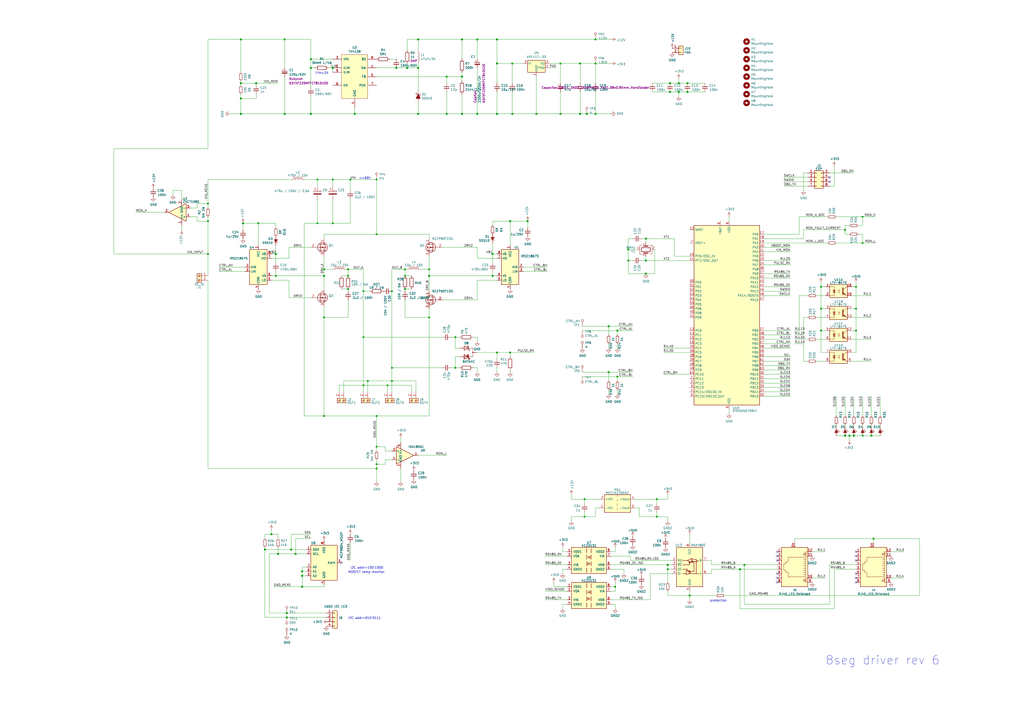
<source format=kicad_sch>
(kicad_sch (version 20220404) (generator eeschema)

  (uuid a4b014d8-050b-4a7a-9077-d2799def17e5)

  (paper "A2")

  (lib_symbols
    (symbol "Amplifier_Current:INA138" (pin_names (offset 0.127)) (in_bom yes) (on_board yes)
      (property "Reference" "U" (id 0) (at 3.81 5.08 0)
        (effects (font (size 1.27 1.27)) (justify left))
      )
      (property "Value" "INA138" (id 1) (at 3.81 2.54 0)
        (effects (font (size 1.27 1.27)) (justify left))
      )
      (property "Footprint" "Package_TO_SOT_SMD:SOT-23-5" (id 2) (at 0 0 0)
        (effects (font (size 1.27 1.27)) hide)
      )
      (property "Datasheet" "http://www.ti.com/lit/ds/symlink/ina138.pdf" (id 3) (at 0 0.127 0)
        (effects (font (size 1.27 1.27)) hide)
      )
      (property "ki_keywords" "current sense shunt monitor" (id 4) (at 0 0 0)
        (effects (font (size 1.27 1.27)) hide)
      )
      (property "ki_description" "High-Side Measurement Current Shunt Monitor, 36V, SOT-23-5" (id 5) (at 0 0 0)
        (effects (font (size 1.27 1.27)) hide)
      )
      (property "ki_fp_filters" "SOT?23*" (id 6) (at 0 0 0)
        (effects (font (size 1.27 1.27)) hide)
      )
      (symbol "INA138_0_1"
        (polyline
          (pts
            (xy -5.08 5.08)
            (xy 5.08 0)
            (xy -5.08 -5.08)
            (xy -5.08 5.08)
          )
          (stroke (width 0.254) (type default))
          (fill (type background))
        )
      )
      (symbol "INA138_1_1"
        (pin output line (at 7.62 0 180) (length 2.54)
          (name "~" (effects (font (size 1.27 1.27))))
          (number "1" (effects (font (size 1.27 1.27))))
        )
        (pin power_in line (at -2.54 -7.62 90) (length 3.81)
          (name "GND" (effects (font (size 1.27 1.27))))
          (number "2" (effects (font (size 1.27 1.27))))
        )
        (pin input line (at -7.62 2.54 0) (length 2.54)
          (name "+" (effects (font (size 1.27 1.27))))
          (number "3" (effects (font (size 1.27 1.27))))
        )
        (pin input line (at -7.62 -2.54 0) (length 2.54)
          (name "-" (effects (font (size 1.27 1.27))))
          (number "4" (effects (font (size 1.27 1.27))))
        )
        (pin power_in line (at -2.54 7.62 270) (length 3.81)
          (name "V+" (effects (font (size 1.27 1.27))))
          (number "5" (effects (font (size 1.27 1.27))))
        )
      )
    )
    (symbol "Connector:Screw_Terminal_01x02" (pin_names (offset 1.016) hide) (in_bom yes) (on_board yes)
      (property "Reference" "J" (id 0) (at 0 2.54 0)
        (effects (font (size 1.27 1.27)))
      )
      (property "Value" "Screw_Terminal_01x02" (id 1) (at 0 -5.08 0)
        (effects (font (size 1.27 1.27)))
      )
      (property "Footprint" "" (id 2) (at 0 0 0)
        (effects (font (size 1.27 1.27)) hide)
      )
      (property "Datasheet" "~" (id 3) (at 0 0 0)
        (effects (font (size 1.27 1.27)) hide)
      )
      (property "ki_keywords" "screw terminal" (id 4) (at 0 0 0)
        (effects (font (size 1.27 1.27)) hide)
      )
      (property "ki_description" "Generic screw terminal, single row, 01x02, script generated (kicad-library-utils/schlib/autogen/connector/)" (id 5) (at 0 0 0)
        (effects (font (size 1.27 1.27)) hide)
      )
      (property "ki_fp_filters" "TerminalBlock*:*" (id 6) (at 0 0 0)
        (effects (font (size 1.27 1.27)) hide)
      )
      (symbol "Screw_Terminal_01x02_1_1"
        (rectangle (start -1.27 1.27) (end 1.27 -3.81)
          (stroke (width 0.254) (type default))
          (fill (type background))
        )
        (circle (center 0 -2.54) (radius 0.635)
          (stroke (width 0.1524) (type default))
          (fill (type none))
        )
        (polyline
          (pts
            (xy -0.5334 -2.2098)
            (xy 0.3302 -3.048)
          )
          (stroke (width 0.1524) (type default))
          (fill (type none))
        )
        (polyline
          (pts
            (xy -0.5334 0.3302)
            (xy 0.3302 -0.508)
          )
          (stroke (width 0.1524) (type default))
          (fill (type none))
        )
        (polyline
          (pts
            (xy -0.3556 -2.032)
            (xy 0.508 -2.8702)
          )
          (stroke (width 0.1524) (type default))
          (fill (type none))
        )
        (polyline
          (pts
            (xy -0.3556 0.508)
            (xy 0.508 -0.3302)
          )
          (stroke (width 0.1524) (type default))
          (fill (type none))
        )
        (circle (center 0 0) (radius 0.635)
          (stroke (width 0.1524) (type default))
          (fill (type none))
        )
        (pin passive line (at -5.08 0 0) (length 3.81)
          (name "Pin_1" (effects (font (size 1.27 1.27))))
          (number "1" (effects (font (size 1.27 1.27))))
        )
        (pin passive line (at -5.08 -2.54 0) (length 3.81)
          (name "Pin_2" (effects (font (size 1.27 1.27))))
          (number "2" (effects (font (size 1.27 1.27))))
        )
      )
    )
    (symbol "Connector_Generic:Conn_02x04_Odd_Even" (pin_names (offset 1.016) hide) (in_bom yes) (on_board yes)
      (property "Reference" "J" (id 0) (at 1.27 5.08 0)
        (effects (font (size 1.27 1.27)))
      )
      (property "Value" "Conn_02x04_Odd_Even" (id 1) (at 1.27 -7.62 0)
        (effects (font (size 1.27 1.27)))
      )
      (property "Footprint" "" (id 2) (at 0 0 0)
        (effects (font (size 1.27 1.27)) hide)
      )
      (property "Datasheet" "~" (id 3) (at 0 0 0)
        (effects (font (size 1.27 1.27)) hide)
      )
      (property "ki_keywords" "connector" (id 4) (at 0 0 0)
        (effects (font (size 1.27 1.27)) hide)
      )
      (property "ki_description" "Generic connector, double row, 02x04, odd/even pin numbering scheme (row 1 odd numbers, row 2 even numbers), script generated (kicad-library-utils/schlib/autogen/connector/)" (id 5) (at 0 0 0)
        (effects (font (size 1.27 1.27)) hide)
      )
      (property "ki_fp_filters" "Connector*:*_2x??_*" (id 6) (at 0 0 0)
        (effects (font (size 1.27 1.27)) hide)
      )
      (symbol "Conn_02x04_Odd_Even_1_1"
        (rectangle (start -1.27 -4.953) (end 0 -5.207)
          (stroke (width 0.1524) (type default))
          (fill (type none))
        )
        (rectangle (start -1.27 -2.413) (end 0 -2.667)
          (stroke (width 0.1524) (type default))
          (fill (type none))
        )
        (rectangle (start -1.27 0.127) (end 0 -0.127)
          (stroke (width 0.1524) (type default))
          (fill (type none))
        )
        (rectangle (start -1.27 2.667) (end 0 2.413)
          (stroke (width 0.1524) (type default))
          (fill (type none))
        )
        (rectangle (start -1.27 3.81) (end 3.81 -6.35)
          (stroke (width 0.254) (type default))
          (fill (type background))
        )
        (rectangle (start 3.81 -4.953) (end 2.54 -5.207)
          (stroke (width 0.1524) (type default))
          (fill (type none))
        )
        (rectangle (start 3.81 -2.413) (end 2.54 -2.667)
          (stroke (width 0.1524) (type default))
          (fill (type none))
        )
        (rectangle (start 3.81 0.127) (end 2.54 -0.127)
          (stroke (width 0.1524) (type default))
          (fill (type none))
        )
        (rectangle (start 3.81 2.667) (end 2.54 2.413)
          (stroke (width 0.1524) (type default))
          (fill (type none))
        )
        (pin passive line (at -5.08 2.54 0) (length 3.81)
          (name "Pin_1" (effects (font (size 1.27 1.27))))
          (number "1" (effects (font (size 1.27 1.27))))
        )
        (pin passive line (at 7.62 2.54 180) (length 3.81)
          (name "Pin_2" (effects (font (size 1.27 1.27))))
          (number "2" (effects (font (size 1.27 1.27))))
        )
        (pin passive line (at -5.08 0 0) (length 3.81)
          (name "Pin_3" (effects (font (size 1.27 1.27))))
          (number "3" (effects (font (size 1.27 1.27))))
        )
        (pin passive line (at 7.62 0 180) (length 3.81)
          (name "Pin_4" (effects (font (size 1.27 1.27))))
          (number "4" (effects (font (size 1.27 1.27))))
        )
        (pin passive line (at -5.08 -2.54 0) (length 3.81)
          (name "Pin_5" (effects (font (size 1.27 1.27))))
          (number "5" (effects (font (size 1.27 1.27))))
        )
        (pin passive line (at 7.62 -2.54 180) (length 3.81)
          (name "Pin_6" (effects (font (size 1.27 1.27))))
          (number "6" (effects (font (size 1.27 1.27))))
        )
        (pin passive line (at -5.08 -5.08 0) (length 3.81)
          (name "Pin_7" (effects (font (size 1.27 1.27))))
          (number "7" (effects (font (size 1.27 1.27))))
        )
        (pin passive line (at 7.62 -5.08 180) (length 3.81)
          (name "Pin_8" (effects (font (size 1.27 1.27))))
          (number "8" (effects (font (size 1.27 1.27))))
        )
      )
    )
    (symbol "Converter_DCDC:MEE1S1205SC" (in_bom yes) (on_board yes)
      (property "Reference" "PS" (id 0) (at -7.62 6.35 0)
        (effects (font (size 1.27 1.27)) (justify left))
      )
      (property "Value" "MEE1S1205SC" (id 1) (at 1.27 6.35 0)
        (effects (font (size 1.27 1.27)) (justify left))
      )
      (property "Footprint" "Converter_DCDC:Converter_DCDC_Murata_MEE1SxxxxSC_THT" (id 2) (at -26.67 -6.35 0)
        (effects (font (size 1.27 1.27)) (justify left) hide)
      )
      (property "Datasheet" "https://power.murata.com/pub/data/power/ncl/kdc_mee1.pdf" (id 3) (at 26.67 -7.62 0)
        (effects (font (size 1.27 1.27)) (justify left) hide)
      )
      (property "ki_keywords" "murata DC/DC isolated converter" (id 4) (at 0 0 0)
        (effects (font (size 1.27 1.27)) hide)
      )
      (property "ki_description" "1W, 1000 VDC isolated DC/DC converter, 12V input, 5V output, SIP" (id 5) (at 0 0 0)
        (effects (font (size 1.27 1.27)) hide)
      )
      (property "ki_fp_filters" "Converter*DCDC*Murata*MEE1SxxxxSC*THT*" (id 6) (at 0 0 0)
        (effects (font (size 1.27 1.27)) hide)
      )
      (symbol "MEE1S1205SC_0_0"
        (pin power_in line (at -10.16 -2.54 0) (length 2.54)
          (name "-Vin" (effects (font (size 1.27 1.27))))
          (number "1" (effects (font (size 1.27 1.27))))
        )
        (pin power_in line (at -10.16 2.54 0) (length 2.54)
          (name "+Vin" (effects (font (size 1.27 1.27))))
          (number "2" (effects (font (size 1.27 1.27))))
        )
        (pin power_out line (at 10.16 -2.54 180) (length 2.54)
          (name "-Vout" (effects (font (size 1.27 1.27))))
          (number "3" (effects (font (size 1.27 1.27))))
        )
        (pin power_out line (at 10.16 2.54 180) (length 2.54)
          (name "+Vout" (effects (font (size 1.27 1.27))))
          (number "4" (effects (font (size 1.27 1.27))))
        )
      )
      (symbol "MEE1S1205SC_0_1"
        (rectangle (start -7.62 5.08) (end 7.62 -5.08)
          (stroke (width 0.254) (type default))
          (fill (type background))
        )
        (polyline
          (pts
            (xy 0 -2.54)
            (xy 0 -3.81)
          )
          (stroke (width 0) (type default))
          (fill (type none))
        )
        (polyline
          (pts
            (xy 0 0)
            (xy 0 -1.27)
          )
          (stroke (width 0) (type default))
          (fill (type none))
        )
        (polyline
          (pts
            (xy 0 2.54)
            (xy 0 1.27)
          )
          (stroke (width 0) (type default))
          (fill (type none))
        )
        (polyline
          (pts
            (xy 0 5.08)
            (xy 0 3.81)
          )
          (stroke (width 0) (type default))
          (fill (type none))
        )
      )
    )
    (symbol "Device:C_Polarized" (pin_numbers hide) (pin_names (offset 0.254)) (in_bom yes) (on_board yes)
      (property "Reference" "C" (id 0) (at 0.635 2.54 0)
        (effects (font (size 1.27 1.27)) (justify left))
      )
      (property "Value" "C_Polarized" (id 1) (at 0.635 -2.54 0)
        (effects (font (size 1.27 1.27)) (justify left))
      )
      (property "Footprint" "" (id 2) (at 0.9652 -3.81 0)
        (effects (font (size 1.27 1.27)) hide)
      )
      (property "Datasheet" "~" (id 3) (at 0 0 0)
        (effects (font (size 1.27 1.27)) hide)
      )
      (property "ki_keywords" "cap capacitor" (id 4) (at 0 0 0)
        (effects (font (size 1.27 1.27)) hide)
      )
      (property "ki_description" "Polarized capacitor" (id 5) (at 0 0 0)
        (effects (font (size 1.27 1.27)) hide)
      )
      (property "ki_fp_filters" "CP_*" (id 6) (at 0 0 0)
        (effects (font (size 1.27 1.27)) hide)
      )
      (symbol "C_Polarized_0_1"
        (rectangle (start -2.286 0.508) (end 2.286 1.016)
          (stroke (width 0) (type default))
          (fill (type none))
        )
        (polyline
          (pts
            (xy -1.778 2.286)
            (xy -0.762 2.286)
          )
          (stroke (width 0) (type default))
          (fill (type none))
        )
        (polyline
          (pts
            (xy -1.27 2.794)
            (xy -1.27 1.778)
          )
          (stroke (width 0) (type default))
          (fill (type none))
        )
        (rectangle (start 2.286 -0.508) (end -2.286 -1.016)
          (stroke (width 0) (type default))
          (fill (type outline))
        )
      )
      (symbol "C_Polarized_1_1"
        (pin passive line (at 0 3.81 270) (length 2.794)
          (name "~" (effects (font (size 1.27 1.27))))
          (number "1" (effects (font (size 1.27 1.27))))
        )
        (pin passive line (at 0 -3.81 90) (length 2.794)
          (name "~" (effects (font (size 1.27 1.27))))
          (number "2" (effects (font (size 1.27 1.27))))
        )
      )
    )
    (symbol "Device:L_Ferrite" (pin_numbers hide) (pin_names (offset 1.016) hide) (in_bom yes) (on_board yes)
      (property "Reference" "L" (id 0) (at -1.27 0 90)
        (effects (font (size 1.27 1.27)))
      )
      (property "Value" "L_Ferrite" (id 1) (at 2.794 0 90)
        (effects (font (size 1.27 1.27)))
      )
      (property "Footprint" "" (id 2) (at 0 0 0)
        (effects (font (size 1.27 1.27)) hide)
      )
      (property "Datasheet" "~" (id 3) (at 0 0 0)
        (effects (font (size 1.27 1.27)) hide)
      )
      (property "ki_keywords" "inductor choke coil reactor magnetic" (id 4) (at 0 0 0)
        (effects (font (size 1.27 1.27)) hide)
      )
      (property "ki_description" "Inductor with ferrite core" (id 5) (at 0 0 0)
        (effects (font (size 1.27 1.27)) hide)
      )
      (property "ki_fp_filters" "Choke_* *Coil* Inductor_* L_*" (id 6) (at 0 0 0)
        (effects (font (size 1.27 1.27)) hide)
      )
      (symbol "L_Ferrite_0_1"
        (arc (start 0 -2.54) (mid 0.635 -1.905) (end 0 -1.27)
          (stroke (width 0) (type default))
          (fill (type none))
        )
        (arc (start 0 -1.27) (mid 0.635 -0.635) (end 0 0)
          (stroke (width 0) (type default))
          (fill (type none))
        )
        (polyline
          (pts
            (xy 1.016 -2.794)
            (xy 1.016 -2.286)
          )
          (stroke (width 0) (type default))
          (fill (type none))
        )
        (polyline
          (pts
            (xy 1.016 -1.778)
            (xy 1.016 -1.27)
          )
          (stroke (width 0) (type default))
          (fill (type none))
        )
        (polyline
          (pts
            (xy 1.016 -0.762)
            (xy 1.016 -0.254)
          )
          (stroke (width 0) (type default))
          (fill (type none))
        )
        (polyline
          (pts
            (xy 1.016 0.254)
            (xy 1.016 0.762)
          )
          (stroke (width 0) (type default))
          (fill (type none))
        )
        (polyline
          (pts
            (xy 1.016 1.27)
            (xy 1.016 1.778)
          )
          (stroke (width 0) (type default))
          (fill (type none))
        )
        (polyline
          (pts
            (xy 1.016 2.286)
            (xy 1.016 2.794)
          )
          (stroke (width 0) (type default))
          (fill (type none))
        )
        (polyline
          (pts
            (xy 1.524 -2.286)
            (xy 1.524 -2.794)
          )
          (stroke (width 0) (type default))
          (fill (type none))
        )
        (polyline
          (pts
            (xy 1.524 -1.27)
            (xy 1.524 -1.778)
          )
          (stroke (width 0) (type default))
          (fill (type none))
        )
        (polyline
          (pts
            (xy 1.524 -0.254)
            (xy 1.524 -0.762)
          )
          (stroke (width 0) (type default))
          (fill (type none))
        )
        (polyline
          (pts
            (xy 1.524 0.762)
            (xy 1.524 0.254)
          )
          (stroke (width 0) (type default))
          (fill (type none))
        )
        (polyline
          (pts
            (xy 1.524 1.778)
            (xy 1.524 1.27)
          )
          (stroke (width 0) (type default))
          (fill (type none))
        )
        (polyline
          (pts
            (xy 1.524 2.794)
            (xy 1.524 2.286)
          )
          (stroke (width 0) (type default))
          (fill (type none))
        )
        (arc (start 0 0) (mid 0.635 0.635) (end 0 1.27)
          (stroke (width 0) (type default))
          (fill (type none))
        )
        (arc (start 0 1.27) (mid 0.635 1.905) (end 0 2.54)
          (stroke (width 0) (type default))
          (fill (type none))
        )
      )
      (symbol "L_Ferrite_1_1"
        (pin passive line (at 0 3.81 270) (length 1.27)
          (name "1" (effects (font (size 1.27 1.27))))
          (number "1" (effects (font (size 1.27 1.27))))
        )
        (pin passive line (at 0 -3.81 90) (length 1.27)
          (name "2" (effects (font (size 1.27 1.27))))
          (number "2" (effects (font (size 1.27 1.27))))
        )
      )
    )
    (symbol "Device:R" (pin_numbers hide) (pin_names (offset 0)) (in_bom yes) (on_board yes)
      (property "Reference" "R" (id 0) (at 2.032 0 90)
        (effects (font (size 1.27 1.27)))
      )
      (property "Value" "R" (id 1) (at 0 0 90)
        (effects (font (size 1.27 1.27)))
      )
      (property "Footprint" "" (id 2) (at -1.778 0 90)
        (effects (font (size 1.27 1.27)) hide)
      )
      (property "Datasheet" "~" (id 3) (at 0 0 0)
        (effects (font (size 1.27 1.27)) hide)
      )
      (property "ki_keywords" "R res resistor" (id 4) (at 0 0 0)
        (effects (font (size 1.27 1.27)) hide)
      )
      (property "ki_description" "Resistor" (id 5) (at 0 0 0)
        (effects (font (size 1.27 1.27)) hide)
      )
      (property "ki_fp_filters" "R_*" (id 6) (at 0 0 0)
        (effects (font (size 1.27 1.27)) hide)
      )
      (symbol "R_0_1"
        (rectangle (start -1.016 -2.54) (end 1.016 2.54)
          (stroke (width 0.254) (type default))
          (fill (type none))
        )
      )
      (symbol "R_1_1"
        (pin passive line (at 0 3.81 270) (length 1.27)
          (name "~" (effects (font (size 1.27 1.27))))
          (number "1" (effects (font (size 1.27 1.27))))
        )
        (pin passive line (at 0 -3.81 90) (length 1.27)
          (name "~" (effects (font (size 1.27 1.27))))
          (number "2" (effects (font (size 1.27 1.27))))
        )
      )
    )
    (symbol "Diode:C4D30120D" (pin_numbers hide) (pin_names (offset 1.016) hide) (in_bom yes) (on_board yes)
      (property "Reference" "D8" (id 0) (at -1.2065 5.3721 0)
        (effects (font (size 1.27 1.27)))
      )
      (property "Value" "C4D30120D" (id 1) (at 0.0635 -5.2801 0)
        (effects (font (size 1.27 1.27)))
      )
      (property "Footprint" "Package_TO_SOT_THT:TO-247-3_Vertical" (id 2) (at 0 -4.445 0)
        (effects (font (size 1.27 1.27)) hide)
      )
      (property "Datasheet" "https://www.wolfspeed.com/media/downloads/108/C4D30120D.pdf" (id 3) (at 0 0 0)
        (effects (font (size 1.27 1.27)) hide)
      )
      (property "ki_keywords" "sic diode" (id 4) (at 0 0 0)
        (effects (font (size 1.27 1.27)) hide)
      )
      (property "ki_description" "1200V, 30A, SiC Schottky Diode, TO-247-3" (id 5) (at 0 0 0)
        (effects (font (size 1.27 1.27)) hide)
      )
      (property "ki_fp_filters" "TO?247*" (id 6) (at 0 0 0)
        (effects (font (size 1.27 1.27)) hide)
      )
      (symbol "C4D30120D_0_1"
        (polyline
          (pts
            (xy -2.54 -2.54)
            (xy 0 -2.54)
          )
          (stroke (width 0) (type default))
          (fill (type none))
        )
        (polyline
          (pts
            (xy -2.54 -2.54)
            (xy 0 -2.54)
          )
          (stroke (width 0) (type default))
          (fill (type none))
        )
        (polyline
          (pts
            (xy -2.54 2.54)
            (xy 0 2.54)
          )
          (stroke (width 0) (type default))
          (fill (type none))
        )
        (polyline
          (pts
            (xy -2.54 -3.81)
            (xy -2.54 -1.27)
            (xy 0 -2.54)
            (xy -2.54 -3.81)
          )
          (stroke (width 0.254) (type default))
          (fill (type none))
        )
        (polyline
          (pts
            (xy -2.54 -3.81)
            (xy -2.54 -1.27)
            (xy 0 -2.54)
            (xy -2.54 -3.81)
          )
          (stroke (width 0.254) (type default))
          (fill (type none))
        )
        (polyline
          (pts
            (xy -2.54 1.27)
            (xy -2.54 3.81)
            (xy 0 2.54)
            (xy -2.54 1.27)
          )
          (stroke (width 0.254) (type default))
          (fill (type none))
        )
        (polyline
          (pts
            (xy 0 2.54)
            (xy 2.54 2.54)
            (xy 2.54 -2.54)
            (xy 0 -2.54)
          )
          (stroke (width 0) (type default))
          (fill (type none))
        )
        (polyline
          (pts
            (xy 0.635 -3.175)
            (xy 0.635 -3.81)
            (xy 0 -3.81)
            (xy 0 -1.27)
            (xy -0.635 -1.27)
            (xy -0.635 -1.905)
          )
          (stroke (width 0.254) (type default))
          (fill (type none))
        )
        (polyline
          (pts
            (xy 0.635 -3.175)
            (xy 0.635 -3.81)
            (xy 0 -3.81)
            (xy 0 -1.27)
            (xy -0.635 -1.27)
            (xy -0.635 -1.905)
          )
          (stroke (width 0.254) (type default))
          (fill (type none))
        )
        (polyline
          (pts
            (xy 0.635 1.905)
            (xy 0.635 1.27)
            (xy 0 1.27)
            (xy 0 3.81)
            (xy -0.635 3.81)
            (xy -0.635 3.175)
          )
          (stroke (width 0.254) (type default))
          (fill (type none))
        )
        (circle (center 2.54 0) (radius 0.254)
          (stroke (width 0) (type default))
          (fill (type outline))
        )
      )
      (symbol "C4D30120D_1_1"
        (pin passive line (at -5.08 2.54 0) (length 2.54)
          (name "A1" (effects (font (size 1.27 1.27))))
          (number "1" (effects (font (size 1.27 1.27))))
        )
        (pin passive line (at -5.08 -2.54 0) (length 2.54)
          (name "A2" (effects (font (size 1.27 1.27))))
          (number "2" (effects (font (size 1.27 1.27))))
        )
        (pin passive line (at 5.08 0 180) (length 2.54)
          (name "K" (effects (font (size 1.27 1.27))))
          (number "3" (effects (font (size 1.27 1.27))))
        )
      )
    )
    (symbol "Isolator:ADuM1201AR" (pin_names (offset 1.016)) (in_bom yes) (on_board yes)
      (property "Reference" "U" (id 0) (at -10.16 8.89 0)
        (effects (font (size 1.27 1.27)) (justify left))
      )
      (property "Value" "ADuM1201AR" (id 1) (at -2.032 8.89 0)
        (effects (font (size 1.27 1.27)) (justify left))
      )
      (property "Footprint" "Package_SO:SOIC-8_3.9x4.9mm_P1.27mm" (id 2) (at 0 -10.16 0)
        (effects (font (size 1.27 1.27) italic) hide)
      )
      (property "Datasheet" "https://www.analog.com/media/en/technical-documentation/data-sheets/ADuM1200_1201.pdf" (id 3) (at 0 -2.54 0)
        (effects (font (size 1.27 1.27)) hide)
      )
      (property "ki_keywords" "Dual-channel digital isolator" (id 4) (at 0 0 0)
        (effects (font (size 1.27 1.27)) hide)
      )
      (property "ki_description" "Dual-channel digital isolator, bidirectional communication, 3V/5V level translation, SOIC-8" (id 5) (at 0 0 0)
        (effects (font (size 1.27 1.27)) hide)
      )
      (property "ki_fp_filters" "SOIC*3.9x4.9mm*P1.27mm*" (id 6) (at 0 0 0)
        (effects (font (size 1.27 1.27)) hide)
      )
      (symbol "ADuM1201AR_0_1"
        (rectangle (start -10.16 7.62) (end 10.16 -7.62)
          (stroke (width 0.254) (type default))
          (fill (type background))
        )
        (polyline
          (pts
            (xy -1.27 -4.445)
            (xy -1.27 -6.985)
          )
          (stroke (width 0.254) (type default))
          (fill (type none))
        )
        (polyline
          (pts
            (xy -1.27 -0.635)
            (xy -1.27 -3.175)
          )
          (stroke (width 0.254) (type default))
          (fill (type none))
        )
        (polyline
          (pts
            (xy -1.27 3.175)
            (xy -1.27 0.635)
          )
          (stroke (width 0.254) (type default))
          (fill (type none))
        )
        (polyline
          (pts
            (xy -1.27 6.985)
            (xy -1.27 4.445)
          )
          (stroke (width 0.254) (type default))
          (fill (type none))
        )
        (polyline
          (pts
            (xy 1.27 -4.445)
            (xy 1.27 -6.985)
          )
          (stroke (width 0.254) (type default))
          (fill (type none))
        )
        (polyline
          (pts
            (xy 1.27 -0.635)
            (xy 1.27 -3.175)
          )
          (stroke (width 0.254) (type default))
          (fill (type none))
        )
        (polyline
          (pts
            (xy 1.27 3.175)
            (xy 1.27 0.635)
          )
          (stroke (width 0.254) (type default))
          (fill (type none))
        )
        (polyline
          (pts
            (xy 1.27 6.985)
            (xy 1.27 4.445)
          )
          (stroke (width 0.254) (type default))
          (fill (type none))
        )
        (polyline
          (pts
            (xy -0.635 -1.27)
            (xy -0.635 -2.54)
            (xy 0.635 -1.905)
            (xy -0.635 -1.27)
          )
          (stroke (width 0.254) (type default))
          (fill (type none))
        )
        (polyline
          (pts
            (xy 0.635 2.54)
            (xy 0.635 1.27)
            (xy -0.635 1.905)
            (xy 0.635 2.54)
          )
          (stroke (width 0.254) (type default))
          (fill (type none))
        )
      )
      (symbol "ADuM1201AR_1_1"
        (pin power_in line (at -12.7 5.08 0) (length 2.54)
          (name "VDD1" (effects (font (size 1.27 1.27))))
          (number "1" (effects (font (size 1.27 1.27))))
        )
        (pin output line (at -12.7 2.54 0) (length 2.54)
          (name "VOA" (effects (font (size 1.27 1.27))))
          (number "2" (effects (font (size 1.27 1.27))))
        )
        (pin input line (at -12.7 -2.54 0) (length 2.54)
          (name "VIB" (effects (font (size 1.27 1.27))))
          (number "3" (effects (font (size 1.27 1.27))))
        )
        (pin power_in line (at -12.7 -5.08 0) (length 2.54)
          (name "GND1" (effects (font (size 1.27 1.27))))
          (number "4" (effects (font (size 1.27 1.27))))
        )
        (pin power_in line (at 12.7 -5.08 180) (length 2.54)
          (name "GND2" (effects (font (size 1.27 1.27))))
          (number "5" (effects (font (size 1.27 1.27))))
        )
        (pin output line (at 12.7 -2.54 180) (length 2.54)
          (name "VOB" (effects (font (size 1.27 1.27))))
          (number "6" (effects (font (size 1.27 1.27))))
        )
        (pin input line (at 12.7 2.54 180) (length 2.54)
          (name "VIA" (effects (font (size 1.27 1.27))))
          (number "7" (effects (font (size 1.27 1.27))))
        )
        (pin power_in line (at 12.7 5.08 180) (length 2.54)
          (name "VDD2" (effects (font (size 1.27 1.27))))
          (number "8" (effects (font (size 1.27 1.27))))
        )
      )
    )
    (symbol "Isolator:LTV-847S" (pin_names (offset 1.016)) (in_bom yes) (on_board yes)
      (property "Reference" "U" (id 0) (at -3.81 5.08 0)
        (effects (font (size 1.27 1.27)))
      )
      (property "Value" "LTV-847S" (id 1) (at 0 -5.08 0)
        (effects (font (size 1.27 1.27)))
      )
      (property "Footprint" "Package_DIP:SMDIP-16_W9.53mm" (id 2) (at 0 -7.62 0)
        (effects (font (size 1.27 1.27)) hide)
      )
      (property "Datasheet" "http://www.us.liteon.com/downloads/LTV-817-827-847.PDF" (id 3) (at -15.24 11.43 0)
        (effects (font (size 1.27 1.27)) hide)
      )
      (property "ki_keywords" "NPN DC Optocoupler" (id 4) (at 0 0 0)
        (effects (font (size 1.27 1.27)) hide)
      )
      (property "ki_description" "DC Optocoupler, Vce 35V, CTR 50%, SMDIP-16" (id 5) (at 0 0 0)
        (effects (font (size 1.27 1.27)) hide)
      )
      (property "ki_fp_filters" "SMDIP*W9.53mm*" (id 6) (at 0 0 0)
        (effects (font (size 1.27 1.27)) hide)
      )
      (symbol "LTV-847S_0_1"
        (rectangle (start -5.08 3.81) (end 5.08 -3.81)
          (stroke (width 0.254) (type default))
          (fill (type background))
        )
        (polyline
          (pts
            (xy -3.175 -0.635)
            (xy -1.905 -0.635)
          )
          (stroke (width 0.254) (type default))
          (fill (type none))
        )
        (polyline
          (pts
            (xy 2.54 0.635)
            (xy 4.445 2.54)
          )
          (stroke (width 0) (type default))
          (fill (type none))
        )
        (polyline
          (pts
            (xy 4.445 -2.54)
            (xy 2.54 -0.635)
          )
          (stroke (width 0) (type default))
          (fill (type outline))
        )
        (polyline
          (pts
            (xy 4.445 -2.54)
            (xy 5.08 -2.54)
          )
          (stroke (width 0) (type default))
          (fill (type none))
        )
        (polyline
          (pts
            (xy 4.445 2.54)
            (xy 5.08 2.54)
          )
          (stroke (width 0) (type default))
          (fill (type none))
        )
        (polyline
          (pts
            (xy -2.54 -0.635)
            (xy -2.54 -2.54)
            (xy -5.08 -2.54)
          )
          (stroke (width 0) (type default))
          (fill (type none))
        )
        (polyline
          (pts
            (xy 2.54 1.905)
            (xy 2.54 -1.905)
            (xy 2.54 -1.905)
          )
          (stroke (width 0.508) (type default))
          (fill (type none))
        )
        (polyline
          (pts
            (xy -5.08 2.54)
            (xy -2.54 2.54)
            (xy -2.54 -1.27)
            (xy -2.54 0.635)
          )
          (stroke (width 0) (type default))
          (fill (type none))
        )
        (polyline
          (pts
            (xy -2.54 -0.635)
            (xy -3.175 0.635)
            (xy -1.905 0.635)
            (xy -2.54 -0.635)
          )
          (stroke (width 0.254) (type default))
          (fill (type none))
        )
        (polyline
          (pts
            (xy -0.508 -0.508)
            (xy 0.762 -0.508)
            (xy 0.381 -0.635)
            (xy 0.381 -0.381)
            (xy 0.762 -0.508)
          )
          (stroke (width 0) (type default))
          (fill (type none))
        )
        (polyline
          (pts
            (xy -0.508 0.508)
            (xy 0.762 0.508)
            (xy 0.381 0.381)
            (xy 0.381 0.635)
            (xy 0.762 0.508)
          )
          (stroke (width 0) (type default))
          (fill (type none))
        )
        (polyline
          (pts
            (xy 3.048 -1.651)
            (xy 3.556 -1.143)
            (xy 4.064 -2.159)
            (xy 3.048 -1.651)
            (xy 3.048 -1.651)
          )
          (stroke (width 0) (type default))
          (fill (type outline))
        )
      )
      (symbol "LTV-847S_1_1"
        (pin passive line (at -7.62 2.54 0) (length 2.54)
          (name "~" (effects (font (size 1.27 1.27))))
          (number "1" (effects (font (size 1.27 1.27))))
        )
        (pin passive line (at 7.62 -2.54 180) (length 2.54)
          (name "~" (effects (font (size 1.27 1.27))))
          (number "15" (effects (font (size 1.27 1.27))))
        )
        (pin passive line (at 7.62 2.54 180) (length 2.54)
          (name "~" (effects (font (size 1.27 1.27))))
          (number "16" (effects (font (size 1.27 1.27))))
        )
        (pin passive line (at -7.62 -2.54 0) (length 2.54)
          (name "~" (effects (font (size 1.27 1.27))))
          (number "2" (effects (font (size 1.27 1.27))))
        )
      )
      (symbol "LTV-847S_2_1"
        (pin passive line (at 7.62 -2.54 180) (length 2.54)
          (name "~" (effects (font (size 1.27 1.27))))
          (number "13" (effects (font (size 1.27 1.27))))
        )
        (pin passive line (at 7.62 2.54 180) (length 2.54)
          (name "~" (effects (font (size 1.27 1.27))))
          (number "14" (effects (font (size 1.27 1.27))))
        )
        (pin passive line (at -7.62 2.54 0) (length 2.54)
          (name "~" (effects (font (size 1.27 1.27))))
          (number "3" (effects (font (size 1.27 1.27))))
        )
        (pin passive line (at -7.62 -2.54 0) (length 2.54)
          (name "~" (effects (font (size 1.27 1.27))))
          (number "4" (effects (font (size 1.27 1.27))))
        )
      )
      (symbol "LTV-847S_3_1"
        (pin passive line (at 7.62 -2.54 180) (length 2.54)
          (name "~" (effects (font (size 1.27 1.27))))
          (number "11" (effects (font (size 1.27 1.27))))
        )
        (pin passive line (at 7.62 2.54 180) (length 2.54)
          (name "~" (effects (font (size 1.27 1.27))))
          (number "12" (effects (font (size 1.27 1.27))))
        )
        (pin passive line (at -7.62 2.54 0) (length 2.54)
          (name "~" (effects (font (size 1.27 1.27))))
          (number "5" (effects (font (size 1.27 1.27))))
        )
        (pin passive line (at -7.62 -2.54 0) (length 2.54)
          (name "~" (effects (font (size 1.27 1.27))))
          (number "6" (effects (font (size 1.27 1.27))))
        )
      )
      (symbol "LTV-847S_4_1"
        (pin passive line (at 7.62 2.54 180) (length 2.54)
          (name "~" (effects (font (size 1.27 1.27))))
          (number "10" (effects (font (size 1.27 1.27))))
        )
        (pin passive line (at -7.62 2.54 0) (length 2.54)
          (name "~" (effects (font (size 1.27 1.27))))
          (number "7" (effects (font (size 1.27 1.27))))
        )
        (pin passive line (at -7.62 -2.54 0) (length 2.54)
          (name "~" (effects (font (size 1.27 1.27))))
          (number "8" (effects (font (size 1.27 1.27))))
        )
        (pin passive line (at 7.62 -2.54 180) (length 2.54)
          (name "~" (effects (font (size 1.27 1.27))))
          (number "9" (effects (font (size 1.27 1.27))))
        )
      )
    )
    (symbol "driver-rescue:+12V-power-center-rescue" (power) (pin_names (offset 0)) (in_bom yes) (on_board yes)
      (property "Reference" "#PWR" (id 0) (at 0 -3.81 0)
        (effects (font (size 1.27 1.27)) hide)
      )
      (property "Value" "+12V-power-center-rescue" (id 1) (at 0 3.556 0)
        (effects (font (size 1.27 1.27)))
      )
      (property "Footprint" "" (id 2) (at 0 0 0)
        (effects (font (size 1.27 1.27)) hide)
      )
      (property "Datasheet" "" (id 3) (at 0 0 0)
        (effects (font (size 1.27 1.27)) hide)
      )
      (symbol "+12V-power-center-rescue_0_1"
        (polyline
          (pts
            (xy -0.762 1.27)
            (xy 0 2.54)
          )
          (stroke (width 0) (type default))
          (fill (type none))
        )
        (polyline
          (pts
            (xy 0 0)
            (xy 0 2.54)
          )
          (stroke (width 0) (type default))
          (fill (type none))
        )
        (polyline
          (pts
            (xy 0 2.54)
            (xy 0.762 1.27)
          )
          (stroke (width 0) (type default))
          (fill (type none))
        )
      )
      (symbol "+12V-power-center-rescue_1_1"
        (pin power_in line (at 0 0 90) (length 0) hide
          (name "+12V" (effects (font (size 1.27 1.27))))
          (number "1" (effects (font (size 1.27 1.27))))
        )
      )
    )
    (symbol "driver-rescue:+3.3V-power" (power) (pin_names (offset 0)) (in_bom yes) (on_board yes)
      (property "Reference" "#PWR" (id 0) (at 0 -3.81 0)
        (effects (font (size 1.27 1.27)) hide)
      )
      (property "Value" "+3.3V-power" (id 1) (at 0 3.556 0)
        (effects (font (size 1.27 1.27)))
      )
      (property "Footprint" "" (id 2) (at 0 0 0)
        (effects (font (size 1.27 1.27)) hide)
      )
      (property "Datasheet" "" (id 3) (at 0 0 0)
        (effects (font (size 1.27 1.27)) hide)
      )
      (symbol "+3.3V-power_0_1"
        (polyline
          (pts
            (xy -0.762 1.27)
            (xy 0 2.54)
          )
          (stroke (width 0) (type default))
          (fill (type none))
        )
        (polyline
          (pts
            (xy 0 0)
            (xy 0 2.54)
          )
          (stroke (width 0) (type default))
          (fill (type none))
        )
        (polyline
          (pts
            (xy 0 2.54)
            (xy 0.762 1.27)
          )
          (stroke (width 0) (type default))
          (fill (type none))
        )
      )
      (symbol "+3.3V-power_1_1"
        (pin power_in line (at 0 0 90) (length 0) hide
          (name "+3V3" (effects (font (size 1.27 1.27))))
          (number "1" (effects (font (size 1.27 1.27))))
        )
      )
    )
    (symbol "driver-rescue:+3.3V-power-center-rescue" (power) (pin_names (offset 0)) (in_bom yes) (on_board yes)
      (property "Reference" "#PWR" (id 0) (at 0 -3.81 0)
        (effects (font (size 1.27 1.27)) hide)
      )
      (property "Value" "+3.3V-power-center-rescue" (id 1) (at 0 3.556 0)
        (effects (font (size 1.27 1.27)))
      )
      (property "Footprint" "" (id 2) (at 0 0 0)
        (effects (font (size 1.27 1.27)) hide)
      )
      (property "Datasheet" "" (id 3) (at 0 0 0)
        (effects (font (size 1.27 1.27)) hide)
      )
      (symbol "+3.3V-power-center-rescue_0_1"
        (polyline
          (pts
            (xy -0.762 1.27)
            (xy 0 2.54)
          )
          (stroke (width 0) (type default))
          (fill (type none))
        )
        (polyline
          (pts
            (xy 0 0)
            (xy 0 2.54)
          )
          (stroke (width 0) (type default))
          (fill (type none))
        )
        (polyline
          (pts
            (xy 0 2.54)
            (xy 0.762 1.27)
          )
          (stroke (width 0) (type default))
          (fill (type none))
        )
      )
      (symbol "+3.3V-power-center-rescue_1_1"
        (pin power_in line (at 0 0 90) (length 0) hide
          (name "+3V3" (effects (font (size 1.27 1.27))))
          (number "1" (effects (font (size 1.27 1.27))))
        )
      )
    )
    (symbol "driver-rescue:+3V3-power" (power) (pin_names (offset 0)) (in_bom yes) (on_board yes)
      (property "Reference" "#PWR" (id 0) (at 0 -3.81 0)
        (effects (font (size 1.27 1.27)) hide)
      )
      (property "Value" "+3V3-power" (id 1) (at 0 3.556 0)
        (effects (font (size 1.27 1.27)))
      )
      (property "Footprint" "" (id 2) (at 0 0 0)
        (effects (font (size 1.27 1.27)) hide)
      )
      (property "Datasheet" "" (id 3) (at 0 0 0)
        (effects (font (size 1.27 1.27)) hide)
      )
      (symbol "+3V3-power_0_1"
        (polyline
          (pts
            (xy -0.762 1.27)
            (xy 0 2.54)
          )
          (stroke (width 0) (type default))
          (fill (type none))
        )
        (polyline
          (pts
            (xy 0 0)
            (xy 0 2.54)
          )
          (stroke (width 0) (type default))
          (fill (type none))
        )
        (polyline
          (pts
            (xy 0 2.54)
            (xy 0.762 1.27)
          )
          (stroke (width 0) (type default))
          (fill (type none))
        )
      )
      (symbol "+3V3-power_1_1"
        (pin power_in line (at 0 0 90) (length 0) hide
          (name "+3V3" (effects (font (size 1.27 1.27))))
          (number "1" (effects (font (size 1.27 1.27))))
        )
      )
    )
    (symbol "driver-rescue:AP1117-33-Regulator_Linear-center-rescue" (pin_names (offset 0.254)) (in_bom yes) (on_board yes)
      (property "Reference" "U" (id 0) (at -3.81 3.175 0)
        (effects (font (size 1.27 1.27)))
      )
      (property "Value" "AP1117-33-Regulator_Linear-center-rescue" (id 1) (at 0 3.175 0)
        (effects (font (size 1.27 1.27)) (justify left))
      )
      (property "Footprint" "Package_TO_SOT_SMD:SOT-223-3_TabPin2" (id 2) (at 0 5.08 0)
        (effects (font (size 1.27 1.27)) hide)
      )
      (property "Datasheet" "http://www.diodes.com/datasheets/AP1117.pdf" (id 3) (at 2.54 -6.35 0)
        (effects (font (size 1.27 1.27)) hide)
      )
      (property "ki_fp_filters" "SOT?223*TabPin2*" (id 4) (at 0 0 0)
        (effects (font (size 1.27 1.27)) hide)
      )
      (symbol "AP1117-33-Regulator_Linear-center-rescue_0_1"
        (rectangle (start -5.08 -5.08) (end 5.08 1.905)
          (stroke (width 0.254) (type default))
          (fill (type background))
        )
      )
      (symbol "AP1117-33-Regulator_Linear-center-rescue_1_1"
        (pin power_in line (at 0 -7.62 90) (length 2.54)
          (name "GND" (effects (font (size 1.27 1.27))))
          (number "1" (effects (font (size 1.27 1.27))))
        )
        (pin power_out line (at 7.62 0 180) (length 2.54)
          (name "VO" (effects (font (size 1.27 1.27))))
          (number "2" (effects (font (size 1.27 1.27))))
        )
        (pin power_in line (at -7.62 0 0) (length 2.54)
          (name "VI" (effects (font (size 1.27 1.27))))
          (number "3" (effects (font (size 1.27 1.27))))
        )
        (pin power_out line (at 7.62 -2.54 180) (length 2.54)
          (name "PAD" (effects (font (size 1.27 1.27))))
          (number "4" (effects (font (size 1.27 1.27))))
        )
      )
    )
    (symbol "driver-rescue:CP_Small-Device-center-rescue" (pin_numbers hide) (pin_names (offset 0.254) hide) (in_bom yes) (on_board yes)
      (property "Reference" "C" (id 0) (at 0.254 1.778 0)
        (effects (font (size 1.27 1.27)) (justify left))
      )
      (property "Value" "CP_Small-Device-center-rescue" (id 1) (at 0.254 -2.032 0)
        (effects (font (size 1.27 1.27)) (justify left))
      )
      (property "Footprint" "" (id 2) (at 0 0 0)
        (effects (font (size 1.27 1.27)) hide)
      )
      (property "Datasheet" "" (id 3) (at 0 0 0)
        (effects (font (size 1.27 1.27)) hide)
      )
      (property "ki_fp_filters" "CP_*" (id 4) (at 0 0 0)
        (effects (font (size 1.27 1.27)) hide)
      )
      (symbol "CP_Small-Device-center-rescue_0_1"
        (rectangle (start -1.524 -0.3048) (end 1.524 -0.6858)
          (stroke (width 0) (type default))
          (fill (type outline))
        )
        (rectangle (start -1.524 0.6858) (end 1.524 0.3048)
          (stroke (width 0) (type default))
          (fill (type none))
        )
        (polyline
          (pts
            (xy -1.27 1.524)
            (xy -0.762 1.524)
          )
          (stroke (width 0) (type default))
          (fill (type none))
        )
        (polyline
          (pts
            (xy -1.016 1.27)
            (xy -1.016 1.778)
          )
          (stroke (width 0) (type default))
          (fill (type none))
        )
      )
      (symbol "CP_Small-Device-center-rescue_1_1"
        (pin passive line (at 0 2.54 270) (length 1.8542)
          (name "~" (effects (font (size 1.27 1.27))))
          (number "1" (effects (font (size 1.27 1.27))))
        )
        (pin passive line (at 0 -2.54 90) (length 1.8542)
          (name "~" (effects (font (size 1.27 1.27))))
          (number "2" (effects (font (size 1.27 1.27))))
        )
      )
    )
    (symbol "driver-rescue:C_Small-Device" (pin_numbers hide) (pin_names (offset 0.254) hide) (in_bom yes) (on_board yes)
      (property "Reference" "C" (id 0) (at 0.254 1.778 0)
        (effects (font (size 1.27 1.27)) (justify left))
      )
      (property "Value" "C_Small-Device" (id 1) (at 0.254 -2.032 0)
        (effects (font (size 1.27 1.27)) (justify left))
      )
      (property "Footprint" "" (id 2) (at 0 0 0)
        (effects (font (size 1.27 1.27)) hide)
      )
      (property "Datasheet" "" (id 3) (at 0 0 0)
        (effects (font (size 1.27 1.27)) hide)
      )
      (property "ki_fp_filters" "C_*" (id 4) (at 0 0 0)
        (effects (font (size 1.27 1.27)) hide)
      )
      (symbol "C_Small-Device_0_1"
        (polyline
          (pts
            (xy -1.524 -0.508)
            (xy 1.524 -0.508)
          )
          (stroke (width 0.3302) (type default))
          (fill (type none))
        )
        (polyline
          (pts
            (xy -1.524 0.508)
            (xy 1.524 0.508)
          )
          (stroke (width 0.3048) (type default))
          (fill (type none))
        )
      )
      (symbol "C_Small-Device_1_1"
        (pin passive line (at 0 2.54 270) (length 2.032)
          (name "~" (effects (font (size 1.27 1.27))))
          (number "1" (effects (font (size 1.27 1.27))))
        )
        (pin passive line (at 0 -2.54 90) (length 2.032)
          (name "~" (effects (font (size 1.27 1.27))))
          (number "2" (effects (font (size 1.27 1.27))))
        )
      )
    )
    (symbol "driver-rescue:C_Small-Device-center-rescue" (pin_numbers hide) (pin_names (offset 0.254) hide) (in_bom yes) (on_board yes)
      (property "Reference" "C" (id 0) (at 0.254 1.778 0)
        (effects (font (size 1.27 1.27)) (justify left))
      )
      (property "Value" "C_Small-Device-center-rescue" (id 1) (at 0.254 -2.032 0)
        (effects (font (size 1.27 1.27)) (justify left))
      )
      (property "Footprint" "" (id 2) (at 0 0 0)
        (effects (font (size 1.27 1.27)) hide)
      )
      (property "Datasheet" "" (id 3) (at 0 0 0)
        (effects (font (size 1.27 1.27)) hide)
      )
      (property "ki_fp_filters" "C_*" (id 4) (at 0 0 0)
        (effects (font (size 1.27 1.27)) hide)
      )
      (symbol "C_Small-Device-center-rescue_0_1"
        (polyline
          (pts
            (xy -1.524 -0.508)
            (xy 1.524 -0.508)
          )
          (stroke (width 0.3302) (type default))
          (fill (type none))
        )
        (polyline
          (pts
            (xy -1.524 0.508)
            (xy 1.524 0.508)
          )
          (stroke (width 0.3048) (type default))
          (fill (type none))
        )
      )
      (symbol "C_Small-Device-center-rescue_1_1"
        (pin passive line (at 0 2.54 270) (length 2.032)
          (name "~" (effects (font (size 1.27 1.27))))
          (number "1" (effects (font (size 1.27 1.27))))
        )
        (pin passive line (at 0 -2.54 90) (length 2.032)
          (name "~" (effects (font (size 1.27 1.27))))
          (number "2" (effects (font (size 1.27 1.27))))
        )
      )
    )
    (symbol "driver-rescue:Conn_01x02-Connector_Generic" (pin_names (offset 1.016) hide) (in_bom yes) (on_board yes)
      (property "Reference" "J" (id 0) (at 0 2.54 0)
        (effects (font (size 1.27 1.27)))
      )
      (property "Value" "Conn_01x02-Connector_Generic" (id 1) (at 0 -5.08 0)
        (effects (font (size 1.27 1.27)))
      )
      (property "Footprint" "" (id 2) (at 0 0 0)
        (effects (font (size 1.27 1.27)) hide)
      )
      (property "Datasheet" "" (id 3) (at 0 0 0)
        (effects (font (size 1.27 1.27)) hide)
      )
      (property "ki_fp_filters" "Connector*:*_1x??_*" (id 4) (at 0 0 0)
        (effects (font (size 1.27 1.27)) hide)
      )
      (symbol "Conn_01x02-Connector_Generic_1_1"
        (rectangle (start -1.27 -2.413) (end 0 -2.667)
          (stroke (width 0.1524) (type default))
          (fill (type none))
        )
        (rectangle (start -1.27 0.127) (end 0 -0.127)
          (stroke (width 0.1524) (type default))
          (fill (type none))
        )
        (rectangle (start -1.27 1.27) (end 1.27 -3.81)
          (stroke (width 0.254) (type default))
          (fill (type background))
        )
        (pin passive line (at -5.08 0 0) (length 3.81)
          (name "Pin_1" (effects (font (size 1.27 1.27))))
          (number "1" (effects (font (size 1.27 1.27))))
        )
        (pin passive line (at -5.08 -2.54 0) (length 3.81)
          (name "Pin_2" (effects (font (size 1.27 1.27))))
          (number "2" (effects (font (size 1.27 1.27))))
        )
      )
    )
    (symbol "driver-rescue:Conn_01x04-Connector_Generic" (pin_names (offset 1.016) hide) (in_bom yes) (on_board yes)
      (property "Reference" "J" (id 0) (at 0 5.08 0)
        (effects (font (size 1.27 1.27)))
      )
      (property "Value" "Conn_01x04-Connector_Generic" (id 1) (at 0 -7.62 0)
        (effects (font (size 1.27 1.27)))
      )
      (property "Footprint" "" (id 2) (at 0 0 0)
        (effects (font (size 1.27 1.27)) hide)
      )
      (property "Datasheet" "" (id 3) (at 0 0 0)
        (effects (font (size 1.27 1.27)) hide)
      )
      (property "ki_fp_filters" "Connector*:*_1x??_*" (id 4) (at 0 0 0)
        (effects (font (size 1.27 1.27)) hide)
      )
      (symbol "Conn_01x04-Connector_Generic_1_1"
        (rectangle (start -1.27 -4.953) (end 0 -5.207)
          (stroke (width 0.1524) (type default))
          (fill (type none))
        )
        (rectangle (start -1.27 -2.413) (end 0 -2.667)
          (stroke (width 0.1524) (type default))
          (fill (type none))
        )
        (rectangle (start -1.27 0.127) (end 0 -0.127)
          (stroke (width 0.1524) (type default))
          (fill (type none))
        )
        (rectangle (start -1.27 2.667) (end 0 2.413)
          (stroke (width 0.1524) (type default))
          (fill (type none))
        )
        (rectangle (start -1.27 3.81) (end 1.27 -6.35)
          (stroke (width 0.254) (type default))
          (fill (type background))
        )
        (pin passive line (at -5.08 2.54 0) (length 3.81)
          (name "Pin_1" (effects (font (size 1.27 1.27))))
          (number "1" (effects (font (size 1.27 1.27))))
        )
        (pin passive line (at -5.08 0 0) (length 3.81)
          (name "Pin_2" (effects (font (size 1.27 1.27))))
          (number "2" (effects (font (size 1.27 1.27))))
        )
        (pin passive line (at -5.08 -2.54 0) (length 3.81)
          (name "Pin_3" (effects (font (size 1.27 1.27))))
          (number "3" (effects (font (size 1.27 1.27))))
        )
        (pin passive line (at -5.08 -5.08 0) (length 3.81)
          (name "Pin_4" (effects (font (size 1.27 1.27))))
          (number "4" (effects (font (size 1.27 1.27))))
        )
      )
    )
    (symbol "driver-rescue:Crystal_GND24-Device" (pin_names (offset 1.016) hide) (in_bom yes) (on_board yes)
      (property "Reference" "Y" (id 0) (at 3.175 5.08 0)
        (effects (font (size 1.27 1.27)) (justify left))
      )
      (property "Value" "Crystal_GND24-Device" (id 1) (at 3.175 3.175 0)
        (effects (font (size 1.27 1.27)) (justify left))
      )
      (property "Footprint" "" (id 2) (at 0 0 0)
        (effects (font (size 1.27 1.27)) hide)
      )
      (property "Datasheet" "" (id 3) (at 0 0 0)
        (effects (font (size 1.27 1.27)) hide)
      )
      (property "ki_fp_filters" "Crystal*" (id 4) (at 0 0 0)
        (effects (font (size 1.27 1.27)) hide)
      )
      (symbol "Crystal_GND24-Device_0_1"
        (rectangle (start -1.143 2.54) (end 1.143 -2.54)
          (stroke (width 0.3048) (type default))
          (fill (type none))
        )
        (polyline
          (pts
            (xy -2.54 0)
            (xy -2.032 0)
          )
          (stroke (width 0) (type default))
          (fill (type none))
        )
        (polyline
          (pts
            (xy -2.032 -1.27)
            (xy -2.032 1.27)
          )
          (stroke (width 0.508) (type default))
          (fill (type none))
        )
        (polyline
          (pts
            (xy 0 -3.81)
            (xy 0 -3.556)
          )
          (stroke (width 0) (type default))
          (fill (type none))
        )
        (polyline
          (pts
            (xy 0 3.556)
            (xy 0 3.81)
          )
          (stroke (width 0) (type default))
          (fill (type none))
        )
        (polyline
          (pts
            (xy 2.032 -1.27)
            (xy 2.032 1.27)
          )
          (stroke (width 0.508) (type default))
          (fill (type none))
        )
        (polyline
          (pts
            (xy 2.032 0)
            (xy 2.54 0)
          )
          (stroke (width 0) (type default))
          (fill (type none))
        )
        (polyline
          (pts
            (xy -2.54 -2.286)
            (xy -2.54 -3.556)
            (xy 2.54 -3.556)
            (xy 2.54 -2.286)
          )
          (stroke (width 0) (type default))
          (fill (type none))
        )
        (polyline
          (pts
            (xy -2.54 2.286)
            (xy -2.54 3.556)
            (xy 2.54 3.556)
            (xy 2.54 2.286)
          )
          (stroke (width 0) (type default))
          (fill (type none))
        )
      )
      (symbol "Crystal_GND24-Device_1_1"
        (pin passive line (at -3.81 0 0) (length 1.27)
          (name "1" (effects (font (size 1.27 1.27))))
          (number "1" (effects (font (size 1.27 1.27))))
        )
        (pin passive line (at 0 5.08 270) (length 1.27)
          (name "2" (effects (font (size 1.27 1.27))))
          (number "2" (effects (font (size 1.27 1.27))))
        )
        (pin passive line (at 3.81 0 180) (length 1.27)
          (name "3" (effects (font (size 1.27 1.27))))
          (number "3" (effects (font (size 1.27 1.27))))
        )
        (pin passive line (at 0 -5.08 90) (length 1.27)
          (name "4" (effects (font (size 1.27 1.27))))
          (number "4" (effects (font (size 1.27 1.27))))
        )
      )
    )
    (symbol "driver-rescue:D_Schottky_ALT-Device-center-rescue" (pin_numbers hide) (pin_names (offset 1.016) hide) (in_bom yes) (on_board yes)
      (property "Reference" "D" (id 0) (at 0 2.54 0)
        (effects (font (size 1.27 1.27)))
      )
      (property "Value" "D_Schottky_ALT-Device-center-rescue" (id 1) (at 0 -2.54 0)
        (effects (font (size 1.27 1.27)))
      )
      (property "Footprint" "" (id 2) (at 0 0 0)
        (effects (font (size 1.27 1.27)) hide)
      )
      (property "Datasheet" "" (id 3) (at 0 0 0)
        (effects (font (size 1.27 1.27)) hide)
      )
      (property "ki_fp_filters" "TO-???* *_Diode_* *SingleDiode* D_*" (id 4) (at 0 0 0)
        (effects (font (size 1.27 1.27)) hide)
      )
      (symbol "D_Schottky_ALT-Device-center-rescue_0_1"
        (polyline
          (pts
            (xy 1.27 0)
            (xy -1.27 0)
          )
          (stroke (width 0) (type default))
          (fill (type none))
        )
        (polyline
          (pts
            (xy 1.27 1.27)
            (xy 1.27 -1.27)
            (xy -1.27 0)
            (xy 1.27 1.27)
          )
          (stroke (width 0.2032) (type default))
          (fill (type outline))
        )
        (polyline
          (pts
            (xy -1.905 0.635)
            (xy -1.905 1.27)
            (xy -1.27 1.27)
            (xy -1.27 -1.27)
            (xy -0.635 -1.27)
            (xy -0.635 -0.635)
          )
          (stroke (width 0.2032) (type default))
          (fill (type none))
        )
      )
      (symbol "D_Schottky_ALT-Device-center-rescue_1_1"
        (pin passive line (at -3.81 0 0) (length 2.54)
          (name "K" (effects (font (size 1.27 1.27))))
          (number "1" (effects (font (size 1.27 1.27))))
        )
        (pin passive line (at 3.81 0 180) (length 2.54)
          (name "A" (effects (font (size 1.27 1.27))))
          (number "2" (effects (font (size 1.27 1.27))))
        )
      )
    )
    (symbol "driver-rescue:D_Schottky_Small_ALT-Device" (pin_numbers hide) (pin_names (offset 0.254) hide) (in_bom yes) (on_board yes)
      (property "Reference" "D" (id 0) (at -1.27 2.032 0)
        (effects (font (size 1.27 1.27)) (justify left))
      )
      (property "Value" "D_Schottky_Small_ALT-Device" (id 1) (at -7.112 -2.032 0)
        (effects (font (size 1.27 1.27)) (justify left))
      )
      (property "Footprint" "" (id 2) (at 0 0 90)
        (effects (font (size 1.27 1.27)) hide)
      )
      (property "Datasheet" "" (id 3) (at 0 0 90)
        (effects (font (size 1.27 1.27)) hide)
      )
      (property "ki_fp_filters" "TO-???* *_Diode_* *SingleDiode* D_*" (id 4) (at 0 0 0)
        (effects (font (size 1.27 1.27)) hide)
      )
      (symbol "D_Schottky_Small_ALT-Device_0_1"
        (polyline
          (pts
            (xy -0.762 -1.016)
            (xy -0.762 1.016)
          )
          (stroke (width 0) (type default))
          (fill (type none))
        )
        (polyline
          (pts
            (xy -0.762 0)
            (xy 0.762 0)
          )
          (stroke (width 0) (type default))
          (fill (type none))
        )
        (polyline
          (pts
            (xy -0.762 -1.016)
            (xy -0.508 -1.016)
            (xy -0.508 -0.762)
          )
          (stroke (width 0) (type default))
          (fill (type none))
        )
        (polyline
          (pts
            (xy -0.762 1.016)
            (xy -1.016 1.016)
            (xy -1.016 0.762)
          )
          (stroke (width 0) (type default))
          (fill (type none))
        )
        (polyline
          (pts
            (xy 0.762 -1.016)
            (xy -0.762 0)
            (xy 0.762 1.016)
            (xy 0.762 -1.016)
          )
          (stroke (width 0) (type default))
          (fill (type outline))
        )
      )
      (symbol "D_Schottky_Small_ALT-Device_1_1"
        (pin passive line (at -2.54 0 0) (length 1.778)
          (name "K" (effects (font (size 1.27 1.27))))
          (number "1" (effects (font (size 1.27 1.27))))
        )
        (pin passive line (at 2.54 0 180) (length 1.778)
          (name "A" (effects (font (size 1.27 1.27))))
          (number "2" (effects (font (size 1.27 1.27))))
        )
      )
    )
    (symbol "driver-rescue:GND-power" (power) (pin_names (offset 0)) (in_bom yes) (on_board yes)
      (property "Reference" "#PWR" (id 0) (at 0 -6.35 0)
        (effects (font (size 1.27 1.27)) hide)
      )
      (property "Value" "GND-power" (id 1) (at 0 -3.81 0)
        (effects (font (size 1.27 1.27)))
      )
      (property "Footprint" "" (id 2) (at 0 0 0)
        (effects (font (size 1.27 1.27)) hide)
      )
      (property "Datasheet" "" (id 3) (at 0 0 0)
        (effects (font (size 1.27 1.27)) hide)
      )
      (symbol "GND-power_0_1"
        (polyline
          (pts
            (xy 0 0)
            (xy 0 -1.27)
            (xy 1.27 -1.27)
            (xy 0 -2.54)
            (xy -1.27 -1.27)
            (xy 0 -1.27)
          )
          (stroke (width 0) (type default))
          (fill (type none))
        )
      )
      (symbol "GND-power_1_1"
        (pin power_in line (at 0 0 270) (length 0) hide
          (name "GND" (effects (font (size 1.27 1.27))))
          (number "1" (effects (font (size 1.27 1.27))))
        )
      )
    )
    (symbol "driver-rescue:GND-power-center-rescue" (power) (pin_names (offset 0)) (in_bom yes) (on_board yes)
      (property "Reference" "#PWR" (id 0) (at 0 -6.35 0)
        (effects (font (size 1.27 1.27)) hide)
      )
      (property "Value" "GND-power-center-rescue" (id 1) (at 0 -3.81 0)
        (effects (font (size 1.27 1.27)))
      )
      (property "Footprint" "" (id 2) (at 0 0 0)
        (effects (font (size 1.27 1.27)) hide)
      )
      (property "Datasheet" "" (id 3) (at 0 0 0)
        (effects (font (size 1.27 1.27)) hide)
      )
      (symbol "GND-power-center-rescue_0_1"
        (polyline
          (pts
            (xy 0 0)
            (xy 0 -1.27)
            (xy 1.27 -1.27)
            (xy 0 -2.54)
            (xy -1.27 -1.27)
            (xy 0 -1.27)
          )
          (stroke (width 0) (type default))
          (fill (type none))
        )
      )
      (symbol "GND-power-center-rescue_1_1"
        (pin power_in line (at 0 0 270) (length 0) hide
          (name "GND" (effects (font (size 1.27 1.27))))
          (number "1" (effects (font (size 1.27 1.27))))
        )
      )
    )
    (symbol "driver-rescue:IRF7480M-Transistor_FET" (pin_names (offset 0) hide) (in_bom yes) (on_board yes)
      (property "Reference" "Q" (id 0) (at 5.08 1.905 0)
        (effects (font (size 1.27 1.27)) (justify left))
      )
      (property "Value" "IRF7480M-Transistor_FET" (id 1) (at 5.08 0 0)
        (effects (font (size 1.27 1.27)) (justify left))
      )
      (property "Footprint" "Package_DirectFET:DirectFET_ME" (id 2) (at 0 0 0)
        (effects (font (size 1.27 1.27) italic) hide)
      )
      (property "Datasheet" "" (id 3) (at 0 0 0)
        (effects (font (size 1.27 1.27)) (justify left) hide)
      )
      (property "ki_fp_filters" "DirectFET*ME*" (id 4) (at 0 0 0)
        (effects (font (size 1.27 1.27)) hide)
      )
      (symbol "IRF7480M-Transistor_FET_0_1"
        (polyline
          (pts
            (xy -2.54 0)
            (xy 0.254 0)
          )
          (stroke (width 0) (type default))
          (fill (type none))
        )
        (polyline
          (pts
            (xy 0.762 -1.778)
            (xy 2.54 -1.778)
          )
          (stroke (width 0) (type default))
          (fill (type none))
        )
        (polyline
          (pts
            (xy 0.762 -1.27)
            (xy 0.762 -2.286)
          )
          (stroke (width 0.254) (type default))
          (fill (type none))
        )
        (polyline
          (pts
            (xy 0.762 0)
            (xy 2.54 0)
          )
          (stroke (width 0) (type default))
          (fill (type none))
        )
        (polyline
          (pts
            (xy 0.762 0.508)
            (xy 0.762 -0.508)
          )
          (stroke (width 0.254) (type default))
          (fill (type none))
        )
        (polyline
          (pts
            (xy 0.762 1.778)
            (xy 2.54 1.778)
          )
          (stroke (width 0) (type default))
          (fill (type none))
        )
        (polyline
          (pts
            (xy 0.762 2.286)
            (xy 0.762 1.27)
          )
          (stroke (width 0.254) (type default))
          (fill (type none))
        )
        (polyline
          (pts
            (xy 2.54 -1.778)
            (xy 2.54 -2.54)
          )
          (stroke (width 0) (type default))
          (fill (type none))
        )
        (polyline
          (pts
            (xy 2.54 -1.778)
            (xy 2.54 0)
          )
          (stroke (width 0) (type default))
          (fill (type none))
        )
        (polyline
          (pts
            (xy 2.54 2.54)
            (xy 2.54 1.778)
          )
          (stroke (width 0) (type default))
          (fill (type none))
        )
        (polyline
          (pts
            (xy 0.254 1.905)
            (xy 0.254 -1.905)
            (xy 0.254 -1.905)
          )
          (stroke (width 0.254) (type default))
          (fill (type none))
        )
        (polyline
          (pts
            (xy 1.016 0)
            (xy 2.032 0.381)
            (xy 2.032 -0.381)
            (xy 1.016 0)
          )
          (stroke (width 0) (type default))
          (fill (type outline))
        )
        (polyline
          (pts
            (xy 2.54 -1.778)
            (xy 3.302 -1.778)
            (xy 3.302 1.778)
            (xy 2.54 1.778)
          )
          (stroke (width 0) (type default))
          (fill (type none))
        )
        (polyline
          (pts
            (xy 2.794 0.508)
            (xy 2.921 0.381)
            (xy 3.683 0.381)
            (xy 3.81 0.254)
          )
          (stroke (width 0) (type default))
          (fill (type none))
        )
        (polyline
          (pts
            (xy 3.302 0.381)
            (xy 2.921 -0.254)
            (xy 3.683 -0.254)
            (xy 3.302 0.381)
          )
          (stroke (width 0) (type default))
          (fill (type none))
        )
        (circle (center 1.651 0) (radius 2.8194)
          (stroke (width 0.254) (type default))
          (fill (type none))
        )
        (circle (center 2.54 -1.778) (radius 0.2794)
          (stroke (width 0) (type default))
          (fill (type outline))
        )
        (circle (center 2.54 1.778) (radius 0.2794)
          (stroke (width 0) (type default))
          (fill (type outline))
        )
      )
      (symbol "IRF7480M-Transistor_FET_1_1"
        (pin passive line (at 2.54 5.08 270) (length 2.54)
          (name "D" (effects (font (size 1.27 1.27))))
          (number "1" (effects (font (size 1.27 1.27))))
        )
        (pin input line (at -5.08 0 0) (length 2.54)
          (name "G" (effects (font (size 1.27 1.27))))
          (number "2" (effects (font (size 1.27 1.27))))
        )
        (pin passive line (at 2.54 -5.08 90) (length 2.54)
          (name "S" (effects (font (size 1.27 1.27))))
          (number "3" (effects (font (size 1.27 1.27))))
        )
      )
    )
    (symbol "driver-rescue:IRS21867S-Driver_FET" (in_bom yes) (on_board yes)
      (property "Reference" "U" (id 0) (at 1.27 13.335 0)
        (effects (font (size 1.27 1.27)) (justify left))
      )
      (property "Value" "IRS21867S-Driver_FET" (id 1) (at 1.27 11.43 0)
        (effects (font (size 1.27 1.27)) (justify left))
      )
      (property "Footprint" "Package_SO:SOIC-8_3.9x4.9mm_P1.27mm" (id 2) (at 0 0 0)
        (effects (font (size 1.27 1.27) italic) hide)
      )
      (property "Datasheet" "" (id 3) (at 0 0 0)
        (effects (font (size 1.27 1.27)) hide)
      )
      (property "ki_fp_filters" "SOIC*3.9x4.9mm*P1.27mm*" (id 4) (at 0 0 0)
        (effects (font (size 1.27 1.27)) hide)
      )
      (symbol "IRS21867S-Driver_FET_0_1"
        (rectangle (start -5.08 -10.16) (end 5.08 10.16)
          (stroke (width 0.254) (type default))
          (fill (type background))
        )
      )
      (symbol "IRS21867S-Driver_FET_1_1"
        (pin power_in line (at 0 12.7 270) (length 2.54)
          (name "VCC" (effects (font (size 1.27 1.27))))
          (number "1" (effects (font (size 1.27 1.27))))
        )
        (pin input line (at -7.62 0 0) (length 2.54)
          (name "HIN" (effects (font (size 1.27 1.27))))
          (number "2" (effects (font (size 1.27 1.27))))
        )
        (pin input line (at -7.62 -2.54 0) (length 2.54)
          (name "LIN" (effects (font (size 1.27 1.27))))
          (number "3" (effects (font (size 1.27 1.27))))
        )
        (pin power_in line (at 0 -12.7 90) (length 2.54)
          (name "COM" (effects (font (size 1.27 1.27))))
          (number "4" (effects (font (size 1.27 1.27))))
        )
        (pin output line (at 7.62 -7.62 180) (length 2.54)
          (name "LO" (effects (font (size 1.27 1.27))))
          (number "5" (effects (font (size 1.27 1.27))))
        )
        (pin passive line (at 7.62 -5.08 180) (length 2.54)
          (name "VS" (effects (font (size 1.27 1.27))))
          (number "6" (effects (font (size 1.27 1.27))))
        )
        (pin output line (at 7.62 5.08 180) (length 2.54)
          (name "HO" (effects (font (size 1.27 1.27))))
          (number "7" (effects (font (size 1.27 1.27))))
        )
        (pin passive line (at 7.62 7.62 180) (length 2.54)
          (name "VB" (effects (font (size 1.27 1.27))))
          (number "8" (effects (font (size 1.27 1.27))))
        )
      )
    )
    (symbol "driver-rescue:L-Device-center-rescue" (pin_numbers hide) (pin_names (offset 1.016) hide) (in_bom yes) (on_board yes)
      (property "Reference" "L" (id 0) (at -1.27 0 90)
        (effects (font (size 1.27 1.27)))
      )
      (property "Value" "L-Device-center-rescue" (id 1) (at 1.905 0 90)
        (effects (font (size 1.27 1.27)))
      )
      (property "Footprint" "" (id 2) (at 0 0 0)
        (effects (font (size 1.27 1.27)) hide)
      )
      (property "Datasheet" "" (id 3) (at 0 0 0)
        (effects (font (size 1.27 1.27)) hide)
      )
      (property "ki_fp_filters" "Choke_* *Coil* Inductor_* L_*" (id 4) (at 0 0 0)
        (effects (font (size 1.27 1.27)) hide)
      )
      (symbol "L-Device-center-rescue_0_1"
        (arc (start 0 -2.54) (mid 0.6323 -1.905) (end 0 -1.27)
          (stroke (width 0) (type default))
          (fill (type none))
        )
        (arc (start 0 -1.27) (mid 0.6323 -0.635) (end 0 0)
          (stroke (width 0) (type default))
          (fill (type none))
        )
        (arc (start 0 0) (mid 0.6323 0.635) (end 0 1.27)
          (stroke (width 0) (type default))
          (fill (type none))
        )
        (arc (start 0 1.27) (mid 0.6323 1.905) (end 0 2.54)
          (stroke (width 0) (type default))
          (fill (type none))
        )
      )
      (symbol "L-Device-center-rescue_1_1"
        (pin passive line (at 0 3.81 270) (length 1.27)
          (name "1" (effects (font (size 1.27 1.27))))
          (number "1" (effects (font (size 1.27 1.27))))
        )
        (pin passive line (at 0 -3.81 90) (length 1.27)
          (name "2" (effects (font (size 1.27 1.27))))
          (number "2" (effects (font (size 1.27 1.27))))
        )
      )
    )
    (symbol "driver-rescue:LED_Small_ALT-Device" (pin_numbers hide) (pin_names (offset 0.254) hide) (in_bom yes) (on_board yes)
      (property "Reference" "D" (id 0) (at -1.27 3.175 0)
        (effects (font (size 1.27 1.27)) (justify left))
      )
      (property "Value" "LED_Small_ALT-Device" (id 1) (at -4.445 -2.54 0)
        (effects (font (size 1.27 1.27)) (justify left))
      )
      (property "Footprint" "" (id 2) (at 0 0 90)
        (effects (font (size 1.27 1.27)) hide)
      )
      (property "Datasheet" "" (id 3) (at 0 0 90)
        (effects (font (size 1.27 1.27)) hide)
      )
      (property "ki_fp_filters" "LED* LED_SMD:* LED_THT:*" (id 4) (at 0 0 0)
        (effects (font (size 1.27 1.27)) hide)
      )
      (symbol "LED_Small_ALT-Device_0_1"
        (polyline
          (pts
            (xy -0.762 -1.016)
            (xy -0.762 1.016)
          )
          (stroke (width 0) (type default))
          (fill (type none))
        )
        (polyline
          (pts
            (xy 1.016 0)
            (xy -0.762 0)
          )
          (stroke (width 0) (type default))
          (fill (type none))
        )
        (polyline
          (pts
            (xy 0.762 -1.016)
            (xy -0.762 0)
            (xy 0.762 1.016)
            (xy 0.762 -1.016)
          )
          (stroke (width 0) (type default))
          (fill (type outline))
        )
        (polyline
          (pts
            (xy 0 0.762)
            (xy -0.508 1.27)
            (xy -0.254 1.27)
            (xy -0.508 1.27)
            (xy -0.508 1.016)
          )
          (stroke (width 0) (type default))
          (fill (type none))
        )
        (polyline
          (pts
            (xy 0.508 1.27)
            (xy 0 1.778)
            (xy 0.254 1.778)
            (xy 0 1.778)
            (xy 0 1.524)
          )
          (stroke (width 0) (type default))
          (fill (type none))
        )
      )
      (symbol "LED_Small_ALT-Device_1_1"
        (pin passive line (at -2.54 0 0) (length 1.778)
          (name "K" (effects (font (size 1.27 1.27))))
          (number "1" (effects (font (size 1.27 1.27))))
        )
        (pin passive line (at 2.54 0 180) (length 1.778)
          (name "A" (effects (font (size 1.27 1.27))))
          (number "2" (effects (font (size 1.27 1.27))))
        )
      )
    )
    (symbol "driver-rescue:MAX485E-Interface_UART" (in_bom yes) (on_board yes)
      (property "Reference" "U" (id 0) (at -6.096 11.43 0)
        (effects (font (size 1.27 1.27)))
      )
      (property "Value" "MAX485E-Interface_UART" (id 1) (at 0.762 11.43 0)
        (effects (font (size 1.27 1.27)) (justify left))
      )
      (property "Footprint" "" (id 2) (at 0 -17.78 0)
        (effects (font (size 1.27 1.27)) hide)
      )
      (property "Datasheet" "" (id 3) (at 0 1.27 0)
        (effects (font (size 1.27 1.27)) hide)
      )
      (property "ki_fp_filters" "DIP*W7.62mm* SOIC*3.9x4.9mm*P1.27mm*" (id 4) (at 0 0 0)
        (effects (font (size 1.27 1.27)) hide)
      )
      (symbol "MAX485E-Interface_UART_0_1"
        (rectangle (start -7.62 10.16) (end 7.62 -12.7)
          (stroke (width 0.254) (type default))
          (fill (type background))
        )
        (circle (center -0.3048 -3.683) (radius 0.3556)
          (stroke (width 0.254) (type default))
          (fill (type outline))
        )
        (circle (center -0.0254 1.4986) (radius 0.3556)
          (stroke (width 0.254) (type default))
          (fill (type outline))
        )
        (polyline
          (pts
            (xy -4.064 -5.08)
            (xy -1.905 -5.08)
          )
          (stroke (width 0.254) (type default))
          (fill (type none))
        )
        (polyline
          (pts
            (xy -4.064 2.54)
            (xy -1.27 2.54)
          )
          (stroke (width 0.254) (type default))
          (fill (type none))
        )
        (polyline
          (pts
            (xy -1.27 -3.2004)
            (xy -1.27 -3.4544)
          )
          (stroke (width 0.254) (type default))
          (fill (type none))
        )
        (polyline
          (pts
            (xy -0.635 -5.08)
            (xy 5.334 -5.08)
          )
          (stroke (width 0.254) (type default))
          (fill (type none))
        )
        (polyline
          (pts
            (xy -4.064 -2.54)
            (xy -1.27 -2.54)
            (xy -1.27 -3.175)
          )
          (stroke (width 0.254) (type default))
          (fill (type none))
        )
        (polyline
          (pts
            (xy 0 1.27)
            (xy 0 0)
            (xy -4.064 0)
          )
          (stroke (width 0.254) (type default))
          (fill (type none))
        )
        (polyline
          (pts
            (xy 1.27 3.175)
            (xy 3.81 3.175)
            (xy 3.81 -5.08)
          )
          (stroke (width 0.254) (type default))
          (fill (type none))
        )
        (polyline
          (pts
            (xy 2.54 1.905)
            (xy 2.54 -3.81)
            (xy 0 -3.81)
          )
          (stroke (width 0.254) (type default))
          (fill (type none))
        )
        (polyline
          (pts
            (xy -1.905 -3.175)
            (xy -1.905 -5.715)
            (xy 0.635 -4.445)
            (xy -1.905 -3.175)
          )
          (stroke (width 0.254) (type default))
          (fill (type none))
        )
        (polyline
          (pts
            (xy -1.27 2.54)
            (xy 1.27 3.81)
            (xy 1.27 1.27)
            (xy -1.27 2.54)
          )
          (stroke (width 0.254) (type default))
          (fill (type none))
        )
        (polyline
          (pts
            (xy 1.905 1.905)
            (xy 4.445 1.905)
            (xy 4.445 2.54)
            (xy 5.334 2.54)
          )
          (stroke (width 0.254) (type default))
          (fill (type none))
        )
        (rectangle (start 1.27 3.175) (end 1.27 3.175)
          (stroke (width 0) (type default))
          (fill (type none))
        )
        (circle (center 1.651 1.905) (radius 0.3556)
          (stroke (width 0.254) (type default))
          (fill (type outline))
        )
      )
      (symbol "MAX485E-Interface_UART_1_1"
        (pin output line (at -10.16 2.54 0) (length 2.54)
          (name "RO" (effects (font (size 1.27 1.27))))
          (number "1" (effects (font (size 1.27 1.27))))
        )
        (pin input line (at -10.16 0 0) (length 2.54)
          (name "~{RE}" (effects (font (size 1.27 1.27))))
          (number "2" (effects (font (size 1.27 1.27))))
        )
        (pin input line (at -10.16 -2.54 0) (length 2.54)
          (name "DE" (effects (font (size 1.27 1.27))))
          (number "3" (effects (font (size 1.27 1.27))))
        )
        (pin input line (at -10.16 -5.08 0) (length 2.54)
          (name "DI" (effects (font (size 1.27 1.27))))
          (number "4" (effects (font (size 1.27 1.27))))
        )
        (pin power_in line (at 0 -15.24 90) (length 2.54)
          (name "GND" (effects (font (size 1.27 1.27))))
          (number "5" (effects (font (size 1.27 1.27))))
        )
        (pin bidirectional line (at 10.16 -5.08 180) (length 2.54)
          (name "A" (effects (font (size 1.27 1.27))))
          (number "6" (effects (font (size 1.27 1.27))))
        )
        (pin bidirectional line (at 10.16 2.54 180) (length 2.54)
          (name "B" (effects (font (size 1.27 1.27))))
          (number "7" (effects (font (size 1.27 1.27))))
        )
        (pin power_in line (at 0 12.7 270) (length 2.54)
          (name "VCC" (effects (font (size 1.27 1.27))))
          (number "8" (effects (font (size 1.27 1.27))))
        )
      )
    )
    (symbol "driver-rescue:MCP9804_MSOP-Sensor_Temperature" (pin_names (offset 1.016)) (in_bom yes) (on_board yes)
      (property "Reference" "U" (id 0) (at -6.35 11.43 0)
        (effects (font (size 1.27 1.27)))
      )
      (property "Value" "MCP9804_MSOP-Sensor_Temperature" (id 1) (at 10.16 11.43 0)
        (effects (font (size 1.27 1.27)))
      )
      (property "Footprint" "Package_SO:MSOP-8_3x3mm_P0.65mm" (id 2) (at -25.4 -12.7 0)
        (effects (font (size 1.27 1.27)) hide)
      )
      (property "Datasheet" "" (id 3) (at -6.35 11.43 0)
        (effects (font (size 1.27 1.27)) hide)
      )
      (property "ki_fp_filters" "MSOP*3x3mm*P0.65mm*" (id 4) (at 0 0 0)
        (effects (font (size 1.27 1.27)) hide)
      )
      (symbol "MCP9804_MSOP-Sensor_Temperature_0_1"
        (rectangle (start -7.62 10.16) (end 7.62 -10.16)
          (stroke (width 0.254) (type default))
          (fill (type background))
        )
      )
      (symbol "MCP9804_MSOP-Sensor_Temperature_1_1"
        (pin bidirectional line (at -10.16 7.62 0) (length 2.54)
          (name "SDA" (effects (font (size 1.27 1.27))))
          (number "1" (effects (font (size 1.27 1.27))))
        )
        (pin input line (at -10.16 5.08 0) (length 2.54)
          (name "SCL" (effects (font (size 1.27 1.27))))
          (number "2" (effects (font (size 1.27 1.27))))
        )
        (pin output line (at 10.16 0 180) (length 2.54)
          (name "Alert" (effects (font (size 1.27 1.27))))
          (number "3" (effects (font (size 1.27 1.27))))
        )
        (pin power_in line (at 0 -12.7 90) (length 2.54)
          (name "GND" (effects (font (size 1.27 1.27))))
          (number "4" (effects (font (size 1.27 1.27))))
        )
        (pin input line (at -10.16 -7.62 0) (length 2.54)
          (name "A2" (effects (font (size 1.27 1.27))))
          (number "5" (effects (font (size 1.27 1.27))))
        )
        (pin input line (at -10.16 -5.08 0) (length 2.54)
          (name "A1" (effects (font (size 1.27 1.27))))
          (number "6" (effects (font (size 1.27 1.27))))
        )
        (pin input line (at -10.16 -2.54 0) (length 2.54)
          (name "A0" (effects (font (size 1.27 1.27))))
          (number "7" (effects (font (size 1.27 1.27))))
        )
        (pin power_in line (at 0 12.7 270) (length 2.54)
          (name "VDD" (effects (font (size 1.27 1.27))))
          (number "8" (effects (font (size 1.27 1.27))))
        )
      )
    )
    (symbol "driver-rescue:MountingHole-Mechanical" (pin_names (offset 1.016)) (in_bom yes) (on_board yes)
      (property "Reference" "H" (id 0) (at 0 5.08 0)
        (effects (font (size 1.27 1.27)))
      )
      (property "Value" "MountingHole-Mechanical" (id 1) (at 0 3.175 0)
        (effects (font (size 1.27 1.27)))
      )
      (property "Footprint" "" (id 2) (at 0 0 0)
        (effects (font (size 1.27 1.27)) hide)
      )
      (property "Datasheet" "" (id 3) (at 0 0 0)
        (effects (font (size 1.27 1.27)) hide)
      )
      (property "ki_fp_filters" "MountingHole*" (id 4) (at 0 0 0)
        (effects (font (size 1.27 1.27)) hide)
      )
      (symbol "MountingHole-Mechanical_0_1"
        (circle (center 0 0) (radius 1.27)
          (stroke (width 1.27) (type default))
          (fill (type none))
        )
      )
    )
    (symbol "driver-rescue:R-Device-center-rescue" (pin_numbers hide) (pin_names (offset 0)) (in_bom yes) (on_board yes)
      (property "Reference" "R" (id 0) (at 2.032 0 90)
        (effects (font (size 1.27 1.27)))
      )
      (property "Value" "R-Device-center-rescue" (id 1) (at 0 0 90)
        (effects (font (size 1.27 1.27)))
      )
      (property "Footprint" "" (id 2) (at -1.778 0 90)
        (effects (font (size 1.27 1.27)) hide)
      )
      (property "Datasheet" "" (id 3) (at 0 0 0)
        (effects (font (size 1.27 1.27)) hide)
      )
      (property "ki_fp_filters" "R_*" (id 4) (at 0 0 0)
        (effects (font (size 1.27 1.27)) hide)
      )
      (symbol "R-Device-center-rescue_0_1"
        (rectangle (start -1.016 -2.54) (end 1.016 2.54)
          (stroke (width 0.254) (type default))
          (fill (type none))
        )
      )
      (symbol "R-Device-center-rescue_1_1"
        (pin passive line (at 0 3.81 270) (length 1.27)
          (name "~" (effects (font (size 1.27 1.27))))
          (number "1" (effects (font (size 1.27 1.27))))
        )
        (pin passive line (at 0 -3.81 90) (length 1.27)
          (name "~" (effects (font (size 1.27 1.27))))
          (number "2" (effects (font (size 1.27 1.27))))
        )
      )
    )
    (symbol "driver-rescue:RJ45_LED_Shielded-Connector" (pin_names (offset 1.016)) (in_bom yes) (on_board yes)
      (property "Reference" "J" (id 0) (at -5.08 13.97 0)
        (effects (font (size 1.27 1.27)) (justify right))
      )
      (property "Value" "RJ45_LED_Shielded-Connector" (id 1) (at 1.27 13.97 0)
        (effects (font (size 1.27 1.27)) (justify left))
      )
      (property "Footprint" "" (id 2) (at 0 0.635 90)
        (effects (font (size 1.27 1.27)) hide)
      )
      (property "Datasheet" "" (id 3) (at 0 0.635 90)
        (effects (font (size 1.27 1.27)) hide)
      )
      (property "ki_fp_filters" "8P8C* RJ45*" (id 4) (at 0 0 0)
        (effects (font (size 1.27 1.27)) hide)
      )
      (symbol "RJ45_LED_Shielded-Connector_0_1"
        (polyline
          (pts
            (xy -7.62 -7.62)
            (xy -6.35 -7.62)
          )
          (stroke (width 0) (type default))
          (fill (type none))
        )
        (polyline
          (pts
            (xy -7.62 -5.08)
            (xy -6.35 -5.08)
          )
          (stroke (width 0) (type default))
          (fill (type none))
        )
        (polyline
          (pts
            (xy -7.62 7.62)
            (xy -6.35 7.62)
          )
          (stroke (width 0) (type default))
          (fill (type none))
        )
        (polyline
          (pts
            (xy -7.62 10.16)
            (xy -6.35 10.16)
          )
          (stroke (width 0) (type default))
          (fill (type none))
        )
        (polyline
          (pts
            (xy -6.858 -5.842)
            (xy -5.842 -5.842)
          )
          (stroke (width 0) (type default))
          (fill (type none))
        )
        (polyline
          (pts
            (xy -6.858 9.398)
            (xy -5.842 9.398)
          )
          (stroke (width 0) (type default))
          (fill (type none))
        )
        (polyline
          (pts
            (xy -6.35 -7.62)
            (xy -6.35 -6.858)
          )
          (stroke (width 0) (type default))
          (fill (type none))
        )
        (polyline
          (pts
            (xy -6.35 -5.08)
            (xy -6.35 -5.842)
          )
          (stroke (width 0) (type default))
          (fill (type none))
        )
        (polyline
          (pts
            (xy -6.35 7.62)
            (xy -6.35 8.382)
          )
          (stroke (width 0) (type default))
          (fill (type none))
        )
        (polyline
          (pts
            (xy -6.35 10.16)
            (xy -6.35 9.398)
          )
          (stroke (width 0) (type default))
          (fill (type none))
        )
        (polyline
          (pts
            (xy -5.08 -6.223)
            (xy -5.207 -6.604)
          )
          (stroke (width 0) (type default))
          (fill (type none))
        )
        (polyline
          (pts
            (xy -5.08 -5.588)
            (xy -5.207 -5.969)
          )
          (stroke (width 0) (type default))
          (fill (type none))
        )
        (polyline
          (pts
            (xy -5.08 4.445)
            (xy -6.35 4.445)
          )
          (stroke (width 0) (type default))
          (fill (type none))
        )
        (polyline
          (pts
            (xy -5.08 5.715)
            (xy -6.35 5.715)
          )
          (stroke (width 0) (type default))
          (fill (type none))
        )
        (polyline
          (pts
            (xy -5.08 9.017)
            (xy -5.207 8.636)
          )
          (stroke (width 0) (type default))
          (fill (type none))
        )
        (polyline
          (pts
            (xy -5.08 9.652)
            (xy -5.207 9.271)
          )
          (stroke (width 0) (type default))
          (fill (type none))
        )
        (polyline
          (pts
            (xy -6.35 -3.175)
            (xy -5.08 -3.175)
            (xy -5.08 -3.175)
          )
          (stroke (width 0) (type default))
          (fill (type none))
        )
        (polyline
          (pts
            (xy -6.35 -1.905)
            (xy -5.08 -1.905)
            (xy -5.08 -1.905)
          )
          (stroke (width 0) (type default))
          (fill (type none))
        )
        (polyline
          (pts
            (xy -6.35 -0.635)
            (xy -5.08 -0.635)
            (xy -5.08 -0.635)
          )
          (stroke (width 0) (type default))
          (fill (type none))
        )
        (polyline
          (pts
            (xy -6.35 0.635)
            (xy -5.08 0.635)
            (xy -5.08 0.635)
          )
          (stroke (width 0) (type default))
          (fill (type none))
        )
        (polyline
          (pts
            (xy -6.35 1.905)
            (xy -5.08 1.905)
            (xy -5.08 1.905)
          )
          (stroke (width 0) (type default))
          (fill (type none))
        )
        (polyline
          (pts
            (xy -5.588 -6.731)
            (xy -5.08 -6.223)
            (xy -5.461 -6.35)
          )
          (stroke (width 0) (type default))
          (fill (type none))
        )
        (polyline
          (pts
            (xy -5.588 -6.096)
            (xy -5.08 -5.588)
            (xy -5.461 -5.715)
          )
          (stroke (width 0) (type default))
          (fill (type none))
        )
        (polyline
          (pts
            (xy -5.588 8.509)
            (xy -5.08 9.017)
            (xy -5.461 8.89)
          )
          (stroke (width 0) (type default))
          (fill (type none))
        )
        (polyline
          (pts
            (xy -5.588 9.144)
            (xy -5.08 9.652)
            (xy -5.461 9.525)
          )
          (stroke (width 0) (type default))
          (fill (type none))
        )
        (polyline
          (pts
            (xy -5.08 3.175)
            (xy -6.35 3.175)
            (xy -6.35 3.175)
          )
          (stroke (width 0) (type default))
          (fill (type none))
        )
        (polyline
          (pts
            (xy -6.35 -5.842)
            (xy -6.858 -6.858)
            (xy -5.842 -6.858)
            (xy -6.35 -5.842)
          )
          (stroke (width 0) (type default))
          (fill (type none))
        )
        (polyline
          (pts
            (xy -6.35 9.398)
            (xy -6.858 8.382)
            (xy -5.842 8.382)
            (xy -6.35 9.398)
          )
          (stroke (width 0) (type default))
          (fill (type none))
        )
        (polyline
          (pts
            (xy -6.35 -4.445)
            (xy -6.35 6.985)
            (xy 3.81 6.985)
            (xy 3.81 4.445)
            (xy 5.08 4.445)
            (xy 5.08 3.175)
            (xy 6.35 3.175)
            (xy 6.35 -0.635)
            (xy 5.08 -0.635)
            (xy 5.08 -1.905)
            (xy 3.81 -1.905)
            (xy 3.81 -4.445)
            (xy -6.35 -4.445)
            (xy -6.35 -4.445)
          )
          (stroke (width 0) (type default))
          (fill (type none))
        )
        (rectangle (start 7.62 12.7) (end -7.62 -10.16)
          (stroke (width 0.254) (type default))
          (fill (type background))
        )
      )
      (symbol "RJ45_LED_Shielded-Connector_1_1"
        (pin passive line (at 10.16 -7.62 180) (length 2.54)
          (name "~" (effects (font (size 1.27 1.27))))
          (number "1" (effects (font (size 1.27 1.27))))
        )
        (pin passive line (at -10.16 7.62 0) (length 2.54)
          (name "~" (effects (font (size 1.27 1.27))))
          (number "10" (effects (font (size 1.27 1.27))))
        )
        (pin passive line (at -10.16 -5.08 0) (length 2.54)
          (name "~" (effects (font (size 1.27 1.27))))
          (number "11" (effects (font (size 1.27 1.27))))
        )
        (pin passive line (at -10.16 -7.62 0) (length 2.54)
          (name "~" (effects (font (size 1.27 1.27))))
          (number "12" (effects (font (size 1.27 1.27))))
        )
        (pin passive line (at 10.16 -5.08 180) (length 2.54)
          (name "~" (effects (font (size 1.27 1.27))))
          (number "2" (effects (font (size 1.27 1.27))))
        )
        (pin passive line (at 10.16 -2.54 180) (length 2.54)
          (name "~" (effects (font (size 1.27 1.27))))
          (number "3" (effects (font (size 1.27 1.27))))
        )
        (pin passive line (at 10.16 0 180) (length 2.54)
          (name "~" (effects (font (size 1.27 1.27))))
          (number "4" (effects (font (size 1.27 1.27))))
        )
        (pin passive line (at 10.16 2.54 180) (length 2.54)
          (name "~" (effects (font (size 1.27 1.27))))
          (number "5" (effects (font (size 1.27 1.27))))
        )
        (pin passive line (at 10.16 5.08 180) (length 2.54)
          (name "~" (effects (font (size 1.27 1.27))))
          (number "6" (effects (font (size 1.27 1.27))))
        )
        (pin passive line (at 10.16 7.62 180) (length 2.54)
          (name "~" (effects (font (size 1.27 1.27))))
          (number "7" (effects (font (size 1.27 1.27))))
        )
        (pin passive line (at 10.16 10.16 180) (length 2.54)
          (name "~" (effects (font (size 1.27 1.27))))
          (number "8" (effects (font (size 1.27 1.27))))
        )
        (pin passive line (at -10.16 10.16 0) (length 2.54)
          (name "~" (effects (font (size 1.27 1.27))))
          (number "9" (effects (font (size 1.27 1.27))))
        )
        (pin passive line (at 0 -12.7 90) (length 2.54)
          (name "~" (effects (font (size 1.27 1.27))))
          (number "SH" (effects (font (size 1.27 1.27))))
        )
      )
    )
    (symbol "driver-rescue:R_Small-Device" (pin_numbers hide) (pin_names (offset 0.254) hide) (in_bom yes) (on_board yes)
      (property "Reference" "R" (id 0) (at 0.762 0.508 0)
        (effects (font (size 1.27 1.27)) (justify left))
      )
      (property "Value" "R_Small-Device" (id 1) (at 0.762 -1.016 0)
        (effects (font (size 1.27 1.27)) (justify left))
      )
      (property "Footprint" "" (id 2) (at 0 0 0)
        (effects (font (size 1.27 1.27)) hide)
      )
      (property "Datasheet" "" (id 3) (at 0 0 0)
        (effects (font (size 1.27 1.27)) hide)
      )
      (property "ki_fp_filters" "R_*" (id 4) (at 0 0 0)
        (effects (font (size 1.27 1.27)) hide)
      )
      (symbol "R_Small-Device_0_1"
        (rectangle (start -0.762 1.778) (end 0.762 -1.778)
          (stroke (width 0.2032) (type default))
          (fill (type none))
        )
      )
      (symbol "R_Small-Device_1_1"
        (pin passive line (at 0 2.54 270) (length 0.762)
          (name "~" (effects (font (size 1.27 1.27))))
          (number "1" (effects (font (size 1.27 1.27))))
        )
        (pin passive line (at 0 -2.54 90) (length 0.762)
          (name "~" (effects (font (size 1.27 1.27))))
          (number "2" (effects (font (size 1.27 1.27))))
        )
      )
    )
    (symbol "driver-rescue:TestPoint_Alt-Connector" (pin_numbers hide) (pin_names (offset 0.762) hide) (in_bom yes) (on_board yes)
      (property "Reference" "TP" (id 0) (at 0 6.858 0)
        (effects (font (size 1.27 1.27)))
      )
      (property "Value" "TestPoint_Alt-Connector" (id 1) (at 0 5.08 0)
        (effects (font (size 1.27 1.27)))
      )
      (property "Footprint" "" (id 2) (at 5.08 0 0)
        (effects (font (size 1.27 1.27)) hide)
      )
      (property "Datasheet" "" (id 3) (at 5.08 0 0)
        (effects (font (size 1.27 1.27)) hide)
      )
      (property "ki_fp_filters" "Pin* Test*" (id 4) (at 0 0 0)
        (effects (font (size 1.27 1.27)) hide)
      )
      (symbol "TestPoint_Alt-Connector_0_1"
        (polyline
          (pts
            (xy 0 2.54)
            (xy -0.762 3.302)
            (xy 0 4.064)
            (xy 0.762 3.302)
            (xy 0 2.54)
          )
          (stroke (width 0) (type default))
          (fill (type none))
        )
      )
      (symbol "TestPoint_Alt-Connector_1_1"
        (pin passive line (at 0 0 90) (length 2.54)
          (name "1" (effects (font (size 1.27 1.27))))
          (number "1" (effects (font (size 1.27 1.27))))
        )
      )
    )
    (symbol "kicad_sucks:STM32G070RxT" (in_bom yes) (on_board yes)
      (property "Reference" "U" (id 0) (at -20.32 62.23 0)
        (effects (font (size 1.27 1.27)) (justify left))
      )
      (property "Value" "STM32G070RxT" (id 1) (at 12.7 62.23 0)
        (effects (font (size 1.27 1.27)) (justify left))
      )
      (property "Footprint" "Package_QFP:LQFP-64_10x10mm_P0.5mm" (id 2) (at -15.24 -40.64 0)
        (effects (font (size 1.27 1.27)) (justify right) hide)
      )
      (property "Datasheet" "http://www.st.com/st-web-ui/static/active/en/resource/technical/document/datasheet/DM00086815.pdf" (id 3) (at 0 0 0)
        (effects (font (size 1.27 1.27)) hide)
      )
      (property "ki_keywords" "ARM Cortex-M4 STM32F4 STM32F401" (id 4) (at 0 0 0)
        (effects (font (size 1.27 1.27)) hide)
      )
      (property "ki_description" "ARM Cortex-M4 MCU, 128KB flash, 64KB RAM, 84MHz, 1.7-3.6V, 50 GPIO, LQFP-64" (id 5) (at 0 0 0)
        (effects (font (size 1.27 1.27)) hide)
      )
      (property "ki_fp_filters" "LQFP*10x10mm*P0.5mm*" (id 6) (at 0 0 0)
        (effects (font (size 1.27 1.27)) hide)
      )
      (symbol "STM32G070RxT_0_1"
        (rectangle (start -20.32 60.96) (end 17.78 -43.18)
          (stroke (width 0.254) (type default))
          (fill (type background))
        )
      )
      (symbol "STM32G070RxT_1_1"
        (pin bidirectional line (at -22.86 -27.94 0) (length 2.54)
          (name "PC11" (effects (font (size 1.27 1.27))))
          (number "1" (effects (font (size 1.27 1.27))))
        )
        (pin input line (at -22.86 43.18 0) (length 2.54)
          (name "PF0/OSC_IN" (effects (font (size 1.27 1.27))))
          (number "10" (effects (font (size 1.27 1.27))))
        )
        (pin input line (at -22.86 40.64 0) (length 2.54)
          (name "PF1/OSC_OUT" (effects (font (size 1.27 1.27))))
          (number "11" (effects (font (size 1.27 1.27))))
        )
        (pin input line (at -22.86 58.42 0) (length 2.54)
          (name "NRST" (effects (font (size 1.27 1.27))))
          (number "12" (effects (font (size 1.27 1.27))))
        )
        (pin bidirectional line (at -22.86 0 0) (length 2.54)
          (name "PC0" (effects (font (size 1.27 1.27))))
          (number "13" (effects (font (size 1.27 1.27))))
        )
        (pin bidirectional line (at -22.86 -2.54 0) (length 2.54)
          (name "PC1" (effects (font (size 1.27 1.27))))
          (number "14" (effects (font (size 1.27 1.27))))
        )
        (pin bidirectional line (at -22.86 -5.08 0) (length 2.54)
          (name "PC2" (effects (font (size 1.27 1.27))))
          (number "15" (effects (font (size 1.27 1.27))))
        )
        (pin bidirectional line (at -22.86 -7.62 0) (length 2.54)
          (name "PC3" (effects (font (size 1.27 1.27))))
          (number "16" (effects (font (size 1.27 1.27))))
        )
        (pin bidirectional line (at 20.32 55.88 180) (length 2.54)
          (name "PA0" (effects (font (size 1.27 1.27))))
          (number "17" (effects (font (size 1.27 1.27))))
        )
        (pin bidirectional line (at 20.32 53.34 180) (length 2.54)
          (name "PA1" (effects (font (size 1.27 1.27))))
          (number "18" (effects (font (size 1.27 1.27))))
        )
        (pin bidirectional line (at 20.32 50.8 180) (length 2.54)
          (name "PA2" (effects (font (size 1.27 1.27))))
          (number "19" (effects (font (size 1.27 1.27))))
        )
        (pin bidirectional line (at -22.86 -30.48 0) (length 2.54)
          (name "PC12" (effects (font (size 1.27 1.27))))
          (number "2" (effects (font (size 1.27 1.27))))
        )
        (pin bidirectional line (at 20.32 48.26 180) (length 2.54)
          (name "PA3" (effects (font (size 1.27 1.27))))
          (number "20" (effects (font (size 1.27 1.27))))
        )
        (pin bidirectional line (at 20.32 45.72 180) (length 2.54)
          (name "PA4" (effects (font (size 1.27 1.27))))
          (number "21" (effects (font (size 1.27 1.27))))
        )
        (pin bidirectional line (at 20.32 43.18 180) (length 2.54)
          (name "PA5" (effects (font (size 1.27 1.27))))
          (number "22" (effects (font (size 1.27 1.27))))
        )
        (pin bidirectional line (at 20.32 40.64 180) (length 2.54)
          (name "PA6" (effects (font (size 1.27 1.27))))
          (number "23" (effects (font (size 1.27 1.27))))
        )
        (pin bidirectional line (at 20.32 38.1 180) (length 2.54)
          (name "PA7" (effects (font (size 1.27 1.27))))
          (number "24" (effects (font (size 1.27 1.27))))
        )
        (pin bidirectional line (at -22.86 -10.16 0) (length 2.54)
          (name "PC4" (effects (font (size 1.27 1.27))))
          (number "25" (effects (font (size 1.27 1.27))))
        )
        (pin bidirectional line (at -22.86 -12.7 0) (length 2.54)
          (name "PC5" (effects (font (size 1.27 1.27))))
          (number "26" (effects (font (size 1.27 1.27))))
        )
        (pin bidirectional line (at 20.32 0 180) (length 2.54)
          (name "PB0" (effects (font (size 1.27 1.27))))
          (number "27" (effects (font (size 1.27 1.27))))
        )
        (pin bidirectional line (at 20.32 -2.54 180) (length 2.54)
          (name "PB1" (effects (font (size 1.27 1.27))))
          (number "28" (effects (font (size 1.27 1.27))))
        )
        (pin bidirectional line (at 20.32 -5.08 180) (length 2.54)
          (name "PB2" (effects (font (size 1.27 1.27))))
          (number "29" (effects (font (size 1.27 1.27))))
        )
        (pin bidirectional line (at -22.86 -33.02 0) (length 2.54)
          (name "PC13" (effects (font (size 1.27 1.27))))
          (number "3" (effects (font (size 1.27 1.27))))
        )
        (pin bidirectional line (at 20.32 -25.4 180) (length 2.54)
          (name "PB10" (effects (font (size 1.27 1.27))))
          (number "30" (effects (font (size 1.27 1.27))))
        )
        (pin bidirectional line (at 20.32 -27.94 180) (length 2.54)
          (name "PB11" (effects (font (size 1.27 1.27))))
          (number "31" (effects (font (size 1.27 1.27))))
        )
        (pin bidirectional line (at 20.32 -30.48 180) (length 2.54)
          (name "PB12" (effects (font (size 1.27 1.27))))
          (number "32" (effects (font (size 1.27 1.27))))
        )
        (pin bidirectional line (at 20.32 -33.02 180) (length 2.54)
          (name "PB13" (effects (font (size 1.27 1.27))))
          (number "33" (effects (font (size 1.27 1.27))))
        )
        (pin bidirectional line (at 20.32 -35.56 180) (length 2.54)
          (name "PB14" (effects (font (size 1.27 1.27))))
          (number "34" (effects (font (size 1.27 1.27))))
        )
        (pin bidirectional line (at 20.32 -38.1 180) (length 2.54)
          (name "PB15" (effects (font (size 1.27 1.27))))
          (number "35" (effects (font (size 1.27 1.27))))
        )
        (pin bidirectional line (at 20.32 35.56 180) (length 2.54)
          (name "PA8" (effects (font (size 1.27 1.27))))
          (number "36" (effects (font (size 1.27 1.27))))
        )
        (pin bidirectional line (at 20.32 33.02 180) (length 2.54)
          (name "PA9" (effects (font (size 1.27 1.27))))
          (number "37" (effects (font (size 1.27 1.27))))
        )
        (pin bidirectional line (at -22.86 -15.24 0) (length 2.54)
          (name "PC6" (effects (font (size 1.27 1.27))))
          (number "38" (effects (font (size 1.27 1.27))))
        )
        (pin bidirectional line (at -22.86 -17.78 0) (length 2.54)
          (name "PC7" (effects (font (size 1.27 1.27))))
          (number "39" (effects (font (size 1.27 1.27))))
        )
        (pin bidirectional line (at -22.86 -35.56 0) (length 2.54)
          (name "PC14/OSC32_IN" (effects (font (size 1.27 1.27))))
          (number "4" (effects (font (size 1.27 1.27))))
        )
        (pin bidirectional line (at -22.86 10.16 0) (length 2.54)
          (name "PD8" (effects (font (size 1.27 1.27))))
          (number "40" (effects (font (size 1.27 1.27))))
        )
        (pin bidirectional line (at -22.86 7.62 0) (length 2.54)
          (name "PD9" (effects (font (size 1.27 1.27))))
          (number "41" (effects (font (size 1.27 1.27))))
        )
        (pin bidirectional line (at 20.32 30.48 180) (length 2.54)
          (name "PA10" (effects (font (size 1.27 1.27))))
          (number "42" (effects (font (size 1.27 1.27))))
        )
        (pin bidirectional line (at 20.32 27.94 180) (length 2.54)
          (name "PA11" (effects (font (size 1.27 1.27))))
          (number "43" (effects (font (size 1.27 1.27))))
        )
        (pin bidirectional line (at 20.32 25.4 180) (length 2.54)
          (name "PA12" (effects (font (size 1.27 1.27))))
          (number "44" (effects (font (size 1.27 1.27))))
        )
        (pin bidirectional line (at 20.32 22.86 180) (length 2.54)
          (name "PA13" (effects (font (size 1.27 1.27))))
          (number "45" (effects (font (size 1.27 1.27))))
        )
        (pin bidirectional line (at 20.32 20.32 180) (length 2.54)
          (name "PA14/BOOT0" (effects (font (size 1.27 1.27))))
          (number "46" (effects (font (size 1.27 1.27))))
        )
        (pin bidirectional line (at 20.32 17.78 180) (length 2.54)
          (name "PA15" (effects (font (size 1.27 1.27))))
          (number "47" (effects (font (size 1.27 1.27))))
        )
        (pin bidirectional line (at -22.86 -20.32 0) (length 2.54)
          (name "PC8" (effects (font (size 1.27 1.27))))
          (number "48" (effects (font (size 1.27 1.27))))
        )
        (pin bidirectional line (at -22.86 -22.86 0) (length 2.54)
          (name "PC9" (effects (font (size 1.27 1.27))))
          (number "49" (effects (font (size 1.27 1.27))))
        )
        (pin bidirectional line (at -22.86 -38.1 0) (length 2.54)
          (name "PC15/OSC32_OUT" (effects (font (size 1.27 1.27))))
          (number "5" (effects (font (size 1.27 1.27))))
        )
        (pin bidirectional line (at -22.86 27.94 0) (length 2.54)
          (name "PD0" (effects (font (size 1.27 1.27))))
          (number "50" (effects (font (size 1.27 1.27))))
        )
        (pin bidirectional line (at -22.86 25.4 0) (length 2.54)
          (name "PD1" (effects (font (size 1.27 1.27))))
          (number "51" (effects (font (size 1.27 1.27))))
        )
        (pin bidirectional line (at -22.86 22.86 0) (length 2.54)
          (name "PD2" (effects (font (size 1.27 1.27))))
          (number "52" (effects (font (size 1.27 1.27))))
        )
        (pin bidirectional line (at -22.86 20.32 0) (length 2.54)
          (name "PD3" (effects (font (size 1.27 1.27))))
          (number "53" (effects (font (size 1.27 1.27))))
        )
        (pin bidirectional line (at -22.86 17.78 0) (length 2.54)
          (name "PD4" (effects (font (size 1.27 1.27))))
          (number "54" (effects (font (size 1.27 1.27))))
        )
        (pin bidirectional line (at -22.86 15.24 0) (length 2.54)
          (name "PD5" (effects (font (size 1.27 1.27))))
          (number "55" (effects (font (size 1.27 1.27))))
        )
        (pin bidirectional line (at -22.86 12.7 0) (length 2.54)
          (name "PD6" (effects (font (size 1.27 1.27))))
          (number "56" (effects (font (size 1.27 1.27))))
        )
        (pin bidirectional line (at 20.32 -7.62 180) (length 2.54)
          (name "PB3" (effects (font (size 1.27 1.27))))
          (number "57" (effects (font (size 1.27 1.27))))
        )
        (pin bidirectional line (at 20.32 -10.16 180) (length 2.54)
          (name "PB4" (effects (font (size 1.27 1.27))))
          (number "58" (effects (font (size 1.27 1.27))))
        )
        (pin bidirectional line (at 20.32 -12.7 180) (length 2.54)
          (name "PB5" (effects (font (size 1.27 1.27))))
          (number "59" (effects (font (size 1.27 1.27))))
        )
        (pin power_in line (at -5.08 63.5 270) (length 2.54)
          (name "VBAT" (effects (font (size 1.27 1.27))))
          (number "6" (effects (font (size 1.27 1.27))))
        )
        (pin bidirectional line (at 20.32 -15.24 180) (length 2.54)
          (name "PB6" (effects (font (size 1.27 1.27))))
          (number "60" (effects (font (size 1.27 1.27))))
        )
        (pin bidirectional line (at 20.32 -17.78 180) (length 2.54)
          (name "PB7" (effects (font (size 1.27 1.27))))
          (number "61" (effects (font (size 1.27 1.27))))
        )
        (pin bidirectional line (at 20.32 -20.32 180) (length 2.54)
          (name "PB8" (effects (font (size 1.27 1.27))))
          (number "62" (effects (font (size 1.27 1.27))))
        )
        (pin bidirectional line (at 20.32 -22.86 180) (length 2.54)
          (name "PB9" (effects (font (size 1.27 1.27))))
          (number "63" (effects (font (size 1.27 1.27))))
        )
        (pin bidirectional line (at -22.86 -25.4 0) (length 2.54)
          (name "PC10" (effects (font (size 1.27 1.27))))
          (number "64" (effects (font (size 1.27 1.27))))
        )
        (pin power_in line (at -22.86 50.8 0) (length 2.54)
          (name "VREF+" (effects (font (size 1.27 1.27))))
          (number "7" (effects (font (size 1.27 1.27))))
        )
        (pin power_in line (at 0 63.5 270) (length 2.54)
          (name "VDD" (effects (font (size 1.27 1.27))))
          (number "8" (effects (font (size 1.27 1.27))))
        )
        (pin power_in line (at 0 -45.72 90) (length 2.54)
          (name "VSS" (effects (font (size 1.27 1.27))))
          (number "9" (effects (font (size 1.27 1.27))))
        )
      )
    )
    (symbol "kicad_sucks:ZXCT1080" (pin_names (offset 0.127)) (in_bom yes) (on_board yes)
      (property "Reference" "U" (id 0) (at 3.81 5.08 0)
        (effects (font (size 1.27 1.27)) (justify left))
      )
      (property "Value" "ZXCT1080" (id 1) (at 3.81 2.54 0)
        (effects (font (size 1.27 1.27)) (justify left))
      )
      (property "Footprint" "Package_TO_SOT_SMD:SOT-23-5" (id 2) (at 0 0 0)
        (effects (font (size 1.27 1.27)) hide)
      )
      (property "Datasheet" "http://www.ti.com/lit/ds/symlink/ina138.pdf" (id 3) (at 0 0.127 0)
        (effects (font (size 1.27 1.27)) hide)
      )
      (property "ki_keywords" "current sense shunt monitor" (id 4) (at 0 0 0)
        (effects (font (size 1.27 1.27)) hide)
      )
      (property "ki_description" "High-Side Measurement Current Shunt Monitor, 36V, SOT-23-5" (id 5) (at 0 0 0)
        (effects (font (size 1.27 1.27)) hide)
      )
      (property "ki_fp_filters" "SOT?23*" (id 6) (at 0 0 0)
        (effects (font (size 1.27 1.27)) hide)
      )
      (symbol "ZXCT1080_0_1"
        (polyline
          (pts
            (xy -5.08 5.08)
            (xy 5.08 0)
            (xy -5.08 -5.08)
            (xy -5.08 5.08)
          )
          (stroke (width 0.254) (type default))
          (fill (type background))
        )
      )
      (symbol "ZXCT1080_1_1"
        (pin power_in line (at -2.54 7.62 270) (length 3.81)
          (name "V+" (effects (font (size 1.27 1.27))))
          (number "1" (effects (font (size 1.27 1.27))))
        )
        (pin power_in line (at -2.54 -7.62 90) (length 3.81)
          (name "GND" (effects (font (size 1.27 1.27))))
          (number "2" (effects (font (size 1.27 1.27))))
        )
        (pin output line (at 7.62 0 180) (length 2.54)
          (name "~" (effects (font (size 1.27 1.27))))
          (number "3" (effects (font (size 1.27 1.27))))
        )
        (pin input line (at -7.62 2.54 0) (length 2.54)
          (name "+" (effects (font (size 1.27 1.27))))
          (number "4" (effects (font (size 1.27 1.27))))
        )
        (pin input line (at -7.62 -2.54 0) (length 2.54)
          (name "-" (effects (font (size 1.27 1.27))))
          (number "5" (effects (font (size 1.27 1.27))))
        )
      )
    )
    (symbol "power:+5VD" (power) (pin_names (offset 0)) (in_bom yes) (on_board yes)
      (property "Reference" "#PWR" (id 0) (at 0 -3.81 0)
        (effects (font (size 1.27 1.27)) hide)
      )
      (property "Value" "+5VD" (id 1) (at 0 3.556 0)
        (effects (font (size 1.27 1.27)))
      )
      (property "Footprint" "" (id 2) (at 0 0 0)
        (effects (font (size 1.27 1.27)) hide)
      )
      (property "Datasheet" "" (id 3) (at 0 0 0)
        (effects (font (size 1.27 1.27)) hide)
      )
      (property "ki_keywords" "power-flag" (id 4) (at 0 0 0)
        (effects (font (size 1.27 1.27)) hide)
      )
      (property "ki_description" "Power symbol creates a global label with name \"+5VD\"" (id 5) (at 0 0 0)
        (effects (font (size 1.27 1.27)) hide)
      )
      (symbol "+5VD_0_1"
        (polyline
          (pts
            (xy -0.762 1.27)
            (xy 0 2.54)
          )
          (stroke (width 0) (type default))
          (fill (type none))
        )
        (polyline
          (pts
            (xy 0 0)
            (xy 0 2.54)
          )
          (stroke (width 0) (type default))
          (fill (type none))
        )
        (polyline
          (pts
            (xy 0 2.54)
            (xy 0.762 1.27)
          )
          (stroke (width 0) (type default))
          (fill (type none))
        )
      )
      (symbol "+5VD_1_1"
        (pin power_in line (at 0 0 90) (length 0) hide
          (name "+5VD" (effects (font (size 1.27 1.27))))
          (number "1" (effects (font (size 1.27 1.27))))
        )
      )
    )
    (symbol "power:GND" (power) (pin_names (offset 0)) (in_bom yes) (on_board yes)
      (property "Reference" "#PWR" (id 0) (at 0 -6.35 0)
        (effects (font (size 1.27 1.27)) hide)
      )
      (property "Value" "GND" (id 1) (at 0 -3.81 0)
        (effects (font (size 1.27 1.27)))
      )
      (property "Footprint" "" (id 2) (at 0 0 0)
        (effects (font (size 1.27 1.27)) hide)
      )
      (property "Datasheet" "" (id 3) (at 0 0 0)
        (effects (font (size 1.27 1.27)) hide)
      )
      (property "ki_keywords" "power-flag" (id 4) (at 0 0 0)
        (effects (font (size 1.27 1.27)) hide)
      )
      (property "ki_description" "Power symbol creates a global label with name \"GND\" , ground" (id 5) (at 0 0 0)
        (effects (font (size 1.27 1.27)) hide)
      )
      (symbol "GND_0_1"
        (polyline
          (pts
            (xy 0 0)
            (xy 0 -1.27)
            (xy 1.27 -1.27)
            (xy 0 -2.54)
            (xy -1.27 -1.27)
            (xy 0 -1.27)
          )
          (stroke (width 0) (type default))
          (fill (type none))
        )
      )
      (symbol "GND_1_1"
        (pin power_in line (at 0 0 270) (length 0) hide
          (name "GND" (effects (font (size 1.27 1.27))))
          (number "1" (effects (font (size 1.27 1.27))))
        )
      )
    )
    (symbol "power:GND2" (power) (pin_names (offset 0)) (in_bom yes) (on_board yes)
      (property "Reference" "#PWR" (id 0) (at 0 -6.35 0)
        (effects (font (size 1.27 1.27)) hide)
      )
      (property "Value" "GND2" (id 1) (at 0 -3.81 0)
        (effects (font (size 1.27 1.27)))
      )
      (property "Footprint" "" (id 2) (at 0 0 0)
        (effects (font (size 1.27 1.27)) hide)
      )
      (property "Datasheet" "" (id 3) (at 0 0 0)
        (effects (font (size 1.27 1.27)) hide)
      )
      (property "ki_keywords" "power-flag" (id 4) (at 0 0 0)
        (effects (font (size 1.27 1.27)) hide)
      )
      (property "ki_description" "Power symbol creates a global label with name \"GND2\" , ground" (id 5) (at 0 0 0)
        (effects (font (size 1.27 1.27)) hide)
      )
      (symbol "GND2_0_1"
        (polyline
          (pts
            (xy 0 0)
            (xy 0 -1.27)
            (xy 1.27 -1.27)
            (xy 0 -2.54)
            (xy -1.27 -1.27)
            (xy 0 -1.27)
          )
          (stroke (width 0) (type default))
          (fill (type none))
        )
      )
      (symbol "GND2_1_1"
        (pin power_in line (at 0 0 270) (length 0) hide
          (name "GND2" (effects (font (size 1.27 1.27))))
          (number "1" (effects (font (size 1.27 1.27))))
        )
      )
    )
    (symbol "tx4138:TX4138" (pin_names (offset 1.016)) (in_bom yes) (on_board yes)
      (property "Reference" "U" (id 0) (at 0 0 0)
        (effects (font (size 1.27 1.27)))
      )
      (property "Value" "TX4138" (id 1) (at 0 7.62 90)
        (effects (font (size 1.27 1.27)))
      )
      (property "Footprint" "" (id 2) (at 0 0 0)
        (effects (font (size 1.27 1.27)) hide)
      )
      (property "Datasheet" "" (id 3) (at 0 0 0)
        (effects (font (size 1.27 1.27)) hide)
      )
      (symbol "TX4138_0_1"
        (rectangle (start -7.62 -10.16) (end 7.62 15.24)
          (stroke (width 0) (type default))
          (fill (type background))
        )
      )
      (symbol "TX4138_1_1"
        (pin input line (at 12.7 7.62 180) (length 5.08)
          (name "SW" (effects (font (size 1.27 1.27))))
          (number "1" (effects (font (size 1.27 1.27))))
        )
        (pin input line (at -12.7 7.62 0) (length 5.08)
          (name "ILIM" (effects (font (size 1.27 1.27))))
          (number "2" (effects (font (size 1.27 1.27))))
        )
        (pin input line (at -12.7 12.7 0) (length 5.08)
          (name "VIN" (effects (font (size 1.27 1.27))))
          (number "3" (effects (font (size 1.27 1.27))))
        )
        (pin input line (at 0 -15.24 90) (length 5.08)
          (name "GND" (effects (font (size 1.27 1.27))))
          (number "4" (effects (font (size 1.27 1.27))))
        )
        (pin input line (at 12.7 2.54 180) (length 5.08)
          (name "FB" (effects (font (size 1.27 1.27))))
          (number "5" (effects (font (size 1.27 1.27))))
        )
        (pin input line (at -12.7 -2.54 0) (length 5.08)
          (name "EN" (effects (font (size 1.27 1.27))))
          (number "6" (effects (font (size 1.27 1.27))))
        )
        (pin input line (at 12.7 -2.54 180) (length 5.08)
          (name "POK" (effects (font (size 1.27 1.27))))
          (number "7" (effects (font (size 1.27 1.27))))
        )
        (pin input line (at 12.7 12.7 180) (length 5.08)
          (name "BS" (effects (font (size 1.27 1.27))))
          (number "8" (effects (font (size 1.27 1.27))))
        )
        (pin input line (at -12.7 5.08 0) (length 5.08)
          (name "ILIM" (effects (font (size 1.27 1.27))))
          (number "9" (effects (font (size 1.27 1.27))))
        )
      )
    )
  )

  (junction (at 345.44 66.04) (diameter 1.016) (color 0 0 0 0)
    (uuid 00f422f1-f7f8-45df-931d-5010ff4fc931)
  )
  (junction (at 248.92 160.02) (diameter 1.016) (color 0 0 0 0)
    (uuid 0320d5ba-1f2a-4dbb-90ec-b8337f7c0078)
  )
  (junction (at 311.15 66.04) (diameter 1.016) (color 0 0 0 0)
    (uuid 035e3df6-a887-424c-8db8-3025c19db82a)
  )
  (junction (at 381 289.56) (diameter 0) (color 0 0 0 0)
    (uuid 08ee1e7a-8d3a-4298-bf77-657ae0db370b)
  )
  (junction (at 165.1 22.86) (diameter 1.016) (color 0 0 0 0)
    (uuid 0903abc9-8580-46a5-a0e4-5ce6a661e2ab)
  )
  (junction (at 381 299.72) (diameter 0) (color 0 0 0 0)
    (uuid 09412149-c3d7-42cc-b02a-e8a0a7d26ad1)
  )
  (junction (at 340.36 66.04) (diameter 1.016) (color 0 0 0 0)
    (uuid 0a067b79-8dc4-41ec-aa3e-4cf0bb5d840d)
  )
  (junction (at 496.57 191.77) (diameter 0) (color 0 0 0 0)
    (uuid 0a0d5359-1d79-44ae-bbc1-b3db6ece17a2)
  )
  (junction (at 175.26 334.01) (diameter 1.016) (color 0 0 0 0)
    (uuid 0ca53f50-b13d-43cb-88af-bf26352ab851)
  )
  (junction (at 259.08 44.45) (diameter 1.016) (color 0 0 0 0)
    (uuid 0e013a49-ea28-4317-91d8-c846afcf1446)
  )
  (junction (at 339.09 299.72) (diameter 0) (color 0 0 0 0)
    (uuid 0e8c626b-bb94-41ba-bd62-878b934553b1)
  )
  (junction (at 345.44 36.83) (diameter 1.016) (color 0 0 0 0)
    (uuid 0ecb41a9-edcd-4167-851b-0a409316af20)
  )
  (junction (at 227.33 220.98) (diameter 0) (color 0 0 0 0)
    (uuid 117b1c6d-cd05-4165-95be-8cc26682d4e6)
  )
  (junction (at 120.65 118.11) (diameter 0) (color 0 0 0 0)
    (uuid 12481141-735e-4613-bc2c-ed1fbae616af)
  )
  (junction (at 267.97 66.04) (diameter 1.016) (color 0 0 0 0)
    (uuid 17438b62-92c5-4c16-8372-5519e17644ba)
  )
  (junction (at 288.29 204.47) (diameter 0) (color 0 0 0 0)
    (uuid 176d78f8-ee33-48e8-8626-c5f4a9ac9253)
  )
  (junction (at 364.49 151.13) (diameter 1.016) (color 0 0 0 0)
    (uuid 197eb893-ab50-430d-9190-6ad4ef716463)
  )
  (junction (at 496.57 179.07) (diameter 0) (color 0 0 0 0)
    (uuid 19e14406-ba74-4917-a048-f5dbe4e6afab)
  )
  (junction (at 139.7 22.86) (diameter 1.016) (color 0 0 0 0)
    (uuid 1d5da22d-f43f-4a8c-b79f-b6a201ab433d)
  )
  (junction (at 157.48 309.88) (diameter 1.016) (color 0 0 0 0)
    (uuid 1eeb059b-acfc-46ea-bb64-a81bc92bb3a3)
  )
  (junction (at 476.25 179.07) (diameter 0) (color 0 0 0 0)
    (uuid 211d2edf-7005-449f-bc5d-8eca38d8bb6e)
  )
  (junction (at 506.73 312.42) (diameter 1.016) (color 0 0 0 0)
    (uuid 2177752a-ab07-4db4-a753-15c95f4ea0ea)
  )
  (junction (at 218.44 259.08) (diameter 0) (color 0 0 0 0)
    (uuid 26c973fa-96f3-42b2-a211-ca3d321e1041)
  )
  (junction (at 492.76 252.73) (diameter 1.016) (color 0 0 0 0)
    (uuid 27fcf822-a402-4867-858f-a19ea5819b84)
  )
  (junction (at 148.59 48.26) (diameter 1.016) (color 0 0 0 0)
    (uuid 29d932ac-35b1-4719-b024-fb16ea3d7d64)
  )
  (junction (at 295.91 128.27) (diameter 1.016) (color 0 0 0 0)
    (uuid 2bbf58a4-4126-478e-b296-04cae21d1e49)
  )
  (junction (at 180.34 66.04) (diameter 1.016) (color 0 0 0 0)
    (uuid 2ef7a379-fc96-409e-86be-72ad614f5c77)
  )
  (junction (at 201.93 167.64) (diameter 0) (color 0 0 0 0)
    (uuid 2f1fd85b-b79f-42cb-927e-795fff873ca3)
  )
  (junction (at 187.96 160.02) (diameter 1.016) (color 0 0 0 0)
    (uuid 33c966db-50f5-43db-9455-0a2a2c65d44b)
  )
  (junction (at 210.82 223.52) (diameter 0) (color 0 0 0 0)
    (uuid 34a8df00-dce4-4145-858c-4ee04793e310)
  )
  (junction (at 259.08 66.04) (diameter 1.016) (color 0 0 0 0)
    (uuid 377b7b69-af5e-4cc7-8770-03636f199c92)
  )
  (junction (at 495.3 252.73) (diameter 1.016) (color 0 0 0 0)
    (uuid 3a1e84d6-a87a-4bfb-a2a4-3c6397a7592a)
  )
  (junction (at 500.38 125.73) (diameter 0) (color 0 0 0 0)
    (uuid 3b5623e9-46f1-4b36-9457-0c0b1018d010)
  )
  (junction (at 353.06 189.23) (diameter 1.016) (color 0 0 0 0)
    (uuid 3ba4cc3b-ceb4-4b38-8b98-08a2715df3eb)
  )
  (junction (at 187.96 241.3) (diameter 0) (color 0 0 0 0)
    (uuid 3cf83d27-64e8-4f02-8293-9208ee79a516)
  )
  (junction (at 500.38 252.73) (diameter 0) (color 0 0 0 0)
    (uuid 3eff19e4-fd72-476a-87b1-b08e7931cbe4)
  )
  (junction (at 325.12 66.04) (diameter 1.016) (color 0 0 0 0)
    (uuid 41ab825f-1308-4d4a-91de-7aaf5c5b747f)
  )
  (junction (at 242.57 39.37) (diameter 1.016) (color 0 0 0 0)
    (uuid 423257a9-1cf1-4a26-a368-ae40c8616c22)
  )
  (junction (at 358.14 218.44) (diameter 1.016) (color 0 0 0 0)
    (uuid 442eceee-b445-4cfa-9521-bb7fb466462a)
  )
  (junction (at 288.29 66.04) (diameter 1.016) (color 0 0 0 0)
    (uuid 4467c9c4-0f8b-4288-b7af-6bb921025486)
  )
  (junction (at 288.29 36.83) (diameter 1.016) (color 0 0 0 0)
    (uuid 4a47447e-b34c-4e4b-b428-2f135e8a14ea)
  )
  (junction (at 201.93 160.02) (diameter 0) (color 0 0 0 0)
    (uuid 4afd4cc3-d76a-4469-9751-e1f35f1f09be)
  )
  (junction (at 153.67 318.77) (diameter 1.016) (color 0 0 0 0)
    (uuid 4d19e9f6-2b27-4560-a8a4-871f4ba21385)
  )
  (junction (at 205.74 66.04) (diameter 1.016) (color 0 0 0 0)
    (uuid 4d403375-e327-48a2-a6fd-056a25e40431)
  )
  (junction (at 234.95 167.64) (diameter 0) (color 0 0 0 0)
    (uuid 4d69a103-8949-481b-8018-2b31fb7b60b2)
  )
  (junction (at 297.18 36.83) (diameter 1.016) (color 0 0 0 0)
    (uuid 4d7cf408-1fc7-4553-9038-f9c22b416fa2)
  )
  (junction (at 171.45 321.31) (diameter 1.016) (color 0 0 0 0)
    (uuid 510b37f1-3e19-48e5-8568-52d428cbdd61)
  )
  (junction (at 336.55 36.83) (diameter 1.016) (color 0 0 0 0)
    (uuid 526dfc45-c0d3-4891-8542-76be0de6756f)
  )
  (junction (at 160.02 160.02) (diameter 0) (color 0 0 0 0)
    (uuid 52f7564e-abff-467f-bf4c-1375dc3072a9)
  )
  (junction (at 276.86 22.86) (diameter 1.016) (color 0 0 0 0)
    (uuid 5358b62b-76e6-4793-ac7f-61586e0c2ec1)
  )
  (junction (at 374.65 151.13) (diameter 1.016) (color 0 0 0 0)
    (uuid 546dfa7f-4b59-408f-b383-761304e2055d)
  )
  (junction (at 160.02 147.32) (diameter 1.016) (color 0 0 0 0)
    (uuid 5924bd5c-a4a5-4953-94e3-24f4618f17dc)
  )
  (junction (at 234.95 156.21) (diameter 0) (color 0 0 0 0)
    (uuid 5a597426-dcd2-4ae1-9a74-aab26e1fd4bb)
  )
  (junction (at 180.34 39.37) (diameter 1.016) (color 0 0 0 0)
    (uuid 5b091244-19d1-4b58-aaf6-db793657a6a4)
  )
  (junction (at 496.57 166.37) (diameter 0) (color 0 0 0 0)
    (uuid 5c9d06b1-c0cb-4b76-95d2-6ba7983a9bc7)
  )
  (junction (at 218.44 241.3) (diameter 0) (color 0 0 0 0)
    (uuid 5e3d3ba1-9852-4139-b92b-4df2f2492174)
  )
  (junction (at 356.87 340.36) (diameter 0) (color 0 0 0 0)
    (uuid 5ef12dd1-8374-4bec-8a76-bfc5aa1498e7)
  )
  (junction (at 218.44 135.89) (diameter 0) (color 0 0 0 0)
    (uuid 5fdb59f3-416a-47f0-8757-7fc89a377871)
  )
  (junction (at 187.96 184.15) (diameter 0) (color 0 0 0 0)
    (uuid 5ffc360b-17f9-4288-b7d7-f6939e9bb824)
  )
  (junction (at 345.44 22.86) (diameter 1.016) (color 0 0 0 0)
    (uuid 6112e5e3-5333-4eec-b6e2-b535ee37a2f6)
  )
  (junction (at 140.97 129.54) (diameter 1.016) (color 0 0 0 0)
    (uuid 62499af8-dd25-46ec-90b9-62e3a1422b55)
  )
  (junction (at 297.18 66.04) (diameter 1.016) (color 0 0 0 0)
    (uuid 66c337d2-b5e0-493e-aac8-3c7c16bef129)
  )
  (junction (at 175.26 340.36) (diameter 1.016) (color 0 0 0 0)
    (uuid 67df6e4b-aea8-4c3c-b09a-0bfc42ca01ba)
  )
  (junction (at 500.38 140.97) (diameter 0) (color 0 0 0 0)
    (uuid 6b26881f-f251-4a0d-afad-8a6a4c5835b2)
  )
  (junction (at 393.7 53.34) (diameter 1.016) (color 0 0 0 0)
    (uuid 6f0907ee-51ac-4830-99ce-6f122169ebd5)
  )
  (junction (at 476.25 191.77) (diameter 0) (color 0 0 0 0)
    (uuid 70afe2ac-da0b-4481-b3dc-104bb2f2cf5c)
  )
  (junction (at 364.49 144.78) (diameter 1.016) (color 0 0 0 0)
    (uuid 71b23dd2-c4ff-48b0-b045-1cef4afdd0ba)
  )
  (junction (at 398.78 53.34) (diameter 1.016) (color 0 0 0 0)
    (uuid 726abf46-4c68-4de0-b28d-c64c6f1363ba)
  )
  (junction (at 210.82 195.58) (diameter 0) (color 0 0 0 0)
    (uuid 742ae2b3-db2a-47dc-b1f4-64bee423a2d9)
  )
  (junction (at 295.91 204.47) (diameter 0) (color 0 0 0 0)
    (uuid 744397c9-ff7b-47f8-be09-bfe41352da8a)
  )
  (junction (at 242.57 66.04) (diameter 1.016) (color 0 0 0 0)
    (uuid 74a91f23-026b-488a-8683-941ade4f8419)
  )
  (junction (at 193.04 104.14) (diameter 0) (color 0 0 0 0)
    (uuid 75441a35-7b8c-409e-9ac9-a06169866556)
  )
  (junction (at 248.92 184.15) (diameter 0) (color 0 0 0 0)
    (uuid 7790582f-4aa9-4c7d-9b50-29e85d31af39)
  )
  (junction (at 168.91 318.77) (diameter 1.016) (color 0 0 0 0)
    (uuid 7a96add3-47eb-4e25-94c5-098c8c67bd25)
  )
  (junction (at 227.33 213.36) (diameter 0) (color 0 0 0 0)
    (uuid 7f65b2b3-f98c-4d87-89d2-7a20a5033125)
  )
  (junction (at 353.06 215.9) (diameter 1.016) (color 0 0 0 0)
    (uuid 8590b800-13d7-4325-b887-26ccf4d18c5a)
  )
  (junction (at 374.65 158.75) (diameter 1.016) (color 0 0 0 0)
    (uuid 869ab7b5-94ce-4ba4-ac06-f87b4d6a081e)
  )
  (junction (at 505.46 252.73) (diameter 1.016) (color 0 0 0 0)
    (uuid 86c38215-051f-4de4-9483-d96bedd86a9e)
  )
  (junction (at 161.29 321.31) (diameter 1.016) (color 0 0 0 0)
    (uuid 874d7e1c-e18e-482b-9de1-baa9c0166694)
  )
  (junction (at 180.34 34.29) (diameter 1.016) (color 0 0 0 0)
    (uuid 892cf1a6-708d-475a-a57e-f3ba0d9faa64)
  )
  (junction (at 276.86 66.04) (diameter 1.016) (color 0 0 0 0)
    (uuid 894a30af-e630-490e-b8fd-be6ea13ab67c)
  )
  (junction (at 120.65 147.32) (diameter 0) (color 0 0 0 0)
    (uuid 8bdbfe33-cc57-4b3d-a4f0-5eaf267628d3)
  )
  (junction (at 285.75 147.32) (diameter 1.016) (color 0 0 0 0)
    (uuid 8f2a842c-a024-4a46-bace-f8363576d461)
  )
  (junction (at 267.97 22.86) (diameter 1.016) (color 0 0 0 0)
    (uuid 90df0114-0305-498a-b67b-e25624694405)
  )
  (junction (at 285.75 160.02) (diameter 1.016) (color 0 0 0 0)
    (uuid 910d03ea-b724-4332-8f3b-1c8ecf717b86)
  )
  (junction (at 224.79 223.52) (diameter 0) (color 0 0 0 0)
    (uuid 95993be6-9f0d-4cba-91c3-9c93492f6429)
  )
  (junction (at 429.26 330.2) (diameter 1.016) (color 0 0 0 0)
    (uuid 97530217-d9c2-4032-8a95-548dd7ec914d)
  )
  (junction (at 248.92 156.21) (diameter 0) (color 0 0 0 0)
    (uuid 9766ca31-408b-4d95-9bad-173ca2b52508)
  )
  (junction (at 490.22 252.73) (diameter 1.016) (color 0 0 0 0)
    (uuid 9948e0a1-7b24-4486-a82f-1d91da28a292)
  )
  (junction (at 184.15 129.54) (diameter 0) (color 0 0 0 0)
    (uuid 9b4baf89-104f-4286-b4e5-ae37eebed429)
  )
  (junction (at 149.86 129.54) (diameter 1.016) (color 0 0 0 0)
    (uuid 9b74b1b8-a079-4f26-86cb-e2d6b81bdb59)
  )
  (junction (at 203.2 104.14) (diameter 0) (color 0 0 0 0)
    (uuid 9c9e7b9a-3512-4b00-a4b3-3ba5e0af1faa)
  )
  (junction (at 218.44 269.24) (diameter 0) (color 0 0 0 0)
    (uuid 9e7cc61a-56b6-453e-8aa6-893d4ef70806)
  )
  (junction (at 139.7 66.04) (diameter 1.016) (color 0 0 0 0)
    (uuid 9ea2e9ea-6b59-4473-90c7-59b29455eba8)
  )
  (junction (at 398.78 48.26) (diameter 1.016) (color 0 0 0 0)
    (uuid a0dccd9a-c66a-4903-bce0-ac1049d29474)
  )
  (junction (at 227.33 168.91) (diameter 0) (color 0 0 0 0)
    (uuid a71bedc0-e2ee-4367-9ed6-754760e6ef44)
  )
  (junction (at 325.12 36.83) (diameter 1.016) (color 0 0 0 0)
    (uuid a71f8055-7cc3-4ed1-937c-85a0c4bc488e)
  )
  (junction (at 120.65 128.27) (diameter 0) (color 0 0 0 0)
    (uuid a90c89ab-51df-4a17-9990-10a79d1ae44b)
  )
  (junction (at 267.97 44.45) (diameter 1.016) (color 0 0 0 0)
    (uuid ad0b028b-81c5-43f9-a187-cfc93887d452)
  )
  (junction (at 393.7 48.26) (diameter 1.016) (color 0 0 0 0)
    (uuid ad2bb25f-d622-4d87-947a-dc4d94a393ae)
  )
  (junction (at 218.44 271.78) (diameter 1.016) (color 0 0 0 0)
    (uuid af50ecc3-8bf3-4d38-9727-ca14d09557ea)
  )
  (junction (at 400.05 345.44) (diameter 1.016) (color 0 0 0 0)
    (uuid af9650c7-e985-4bd4-891a-54a81329d534)
  )
  (junction (at 236.22 39.37) (diameter 1.016) (color 0 0 0 0)
    (uuid afb2050b-873a-4057-a6f5-2f8efbd48ac6)
  )
  (junction (at 165.1 66.04) (diameter 1.016) (color 0 0 0 0)
    (uuid b458bd04-5ee4-4069-8fb9-5f1984ee02a1)
  )
  (junction (at 139.7 48.26) (diameter 1.016) (color 0 0 0 0)
    (uuid ba2201e2-6ab3-43df-bed9-9ac88aec6ed9)
  )
  (junction (at 388.62 48.26) (diameter 1.016) (color 0 0 0 0)
    (uuid bfb6e205-4940-46f0-9df4-153f8e1aaa7f)
  )
  (junction (at 339.09 289.56) (diameter 0) (color 0 0 0 0)
    (uuid bfbd8467-f886-4530-ab09-cae4d2a8aa60)
  )
  (junction (at 431.8 327.66) (diameter 1.016) (color 0 0 0 0)
    (uuid c06fdadb-8ddb-412d-af41-69083e917112)
  )
  (junction (at 264.16 195.58) (diameter 0) (color 0 0 0 0)
    (uuid c2bf86a7-2544-42d3-abe9-f753e4ee5a4c)
  )
  (junction (at 358.14 191.77) (diameter 1.016) (color 0 0 0 0)
    (uuid c3127fc8-ab5b-4477-a3d7-4ba0b9c49089)
  )
  (junction (at 264.16 213.36) (diameter 0) (color 0 0 0 0)
    (uuid c66bed68-af8e-477e-800f-414019c70f5b)
  )
  (junction (at 229.87 39.37) (diameter 1.016) (color 0 0 0 0)
    (uuid c66f7e17-4c9b-49ec-a9d9-a26d8d08f351)
  )
  (junction (at 387.35 327.66) (diameter 1.016) (color 0 0 0 0)
    (uuid cec8ba27-616e-40a4-90cc-2b3e8fe9ee8b)
  )
  (junction (at 193.04 39.37) (diameter 1.016) (color 0 0 0 0)
    (uuid d2f0248d-b920-4443-96ee-1df87eceaf08)
  )
  (junction (at 184.15 104.14) (diameter 0) (color 0 0 0 0)
    (uuid d41d247c-161e-4204-a709-b270344d03c3)
  )
  (junction (at 213.36 220.98) (diameter 0) (color 0 0 0 0)
    (uuid d8ff182d-4bb3-4605-8157-ca2e787152c6)
  )
  (junction (at 476.25 166.37) (diameter 0) (color 0 0 0 0)
    (uuid db9f3bd0-8457-4418-afa3-a97048d16f26)
  )
  (junction (at 336.55 66.04) (diameter 1.016) (color 0 0 0 0)
    (uuid e00e7a69-7876-4f7f-84a6-70f9097f197d)
  )
  (junction (at 306.07 128.27) (diameter 1.016) (color 0 0 0 0)
    (uuid e0f69eb1-4709-4657-9f74-fb5d17a06ed4)
  )
  (junction (at 175.26 331.47) (diameter 1.016) (color 0 0 0 0)
    (uuid e3e41faa-8169-4615-a9c9-213c0d620a5e)
  )
  (junction (at 166.37 355.6) (diameter 1.016) (color 0 0 0 0)
    (uuid e48f7b35-32c2-4f21-8f16-b643e635e96e)
  )
  (junction (at 387.35 330.2) (diameter 0) (color 0 0 0 0)
    (uuid e60a82f4-29b9-480c-8c6f-082dc0ab7f1f)
  )
  (junction (at 166.37 358.14) (diameter 1.016) (color 0 0 0 0)
    (uuid e62ec827-61f3-4a66-8872-be2c46aecf07)
  )
  (junction (at 242.57 22.86) (diameter 1.016) (color 0 0 0 0)
    (uuid e65fb0cc-5624-4d1f-8b10-47d46fc3067e)
  )
  (junction (at 201.93 156.21) (diameter 0) (color 0 0 0 0)
    (uuid e6932ae2-dc0c-4f61-95b9-7af407aa076c)
  )
  (junction (at 374.65 138.43) (diameter 1.016) (color 0 0 0 0)
    (uuid e9036d12-438e-4734-99a1-0bb5aaef2eec)
  )
  (junction (at 288.29 22.86) (diameter 1.016) (color 0 0 0 0)
    (uuid ea126893-85e1-47f7-ab86-95880f835131)
  )
  (junction (at 210.82 168.91) (diameter 0) (color 0 0 0 0)
    (uuid eade7e85-16df-4223-b3a9-b1508e758abd)
  )
  (junction (at 234.95 160.02) (diameter 0) (color 0 0 0 0)
    (uuid eb780cfd-bc58-499e-a3f1-542942c05032)
  )
  (junction (at 490.22 133.35) (diameter 0) (color 0 0 0 0)
    (uuid f1eaa29b-d971-40a2-b1d4-15c9ba8bd275)
  )
  (junction (at 187.96 156.21) (diameter 0) (color 0 0 0 0)
    (uuid f25eed45-9cff-4bcf-8f75-f4bb2d064bf1)
  )
  (junction (at 193.04 129.54) (diameter 0) (color 0 0 0 0)
    (uuid f46551b8-c188-4699-8077-80afdd7181cf)
  )
  (junction (at 388.62 53.34) (diameter 1.016) (color 0 0 0 0)
    (uuid f4a903a9-fcfe-48ab-8d0a-abc0c3179b30)
  )
  (junction (at 139.7 57.15) (diameter 1.016) (color 0 0 0 0)
    (uuid fd27718e-14d1-4dfa-96ae-77db64da4003)
  )
  (junction (at 218.44 104.14) (diameter 0) (color 0 0 0 0)
    (uuid fdd18836-d862-47dc-890b-f20f98cf0ea3)
  )

  (no_connect (at 450.85 322.58) (uuid 0525c98b-0dec-46f0-b699-cf9475eeba19))
  (no_connect (at 198.12 326.39) (uuid 46ca69a9-5d31-4bc1-9ced-3c7b116a3036))
  (no_connect (at 496.57 337.82) (uuid 48946b18-b753-4e71-9ee3-e5230a2a902b))
  (no_connect (at 450.85 335.28) (uuid 8c58f85d-95d4-4f58-b4a4-ac4fac049f55))
  (no_connect (at 450.85 337.82) (uuid 9f54a902-0b18-46b9-98ad-c6792cdae6e5))
  (no_connect (at 496.57 325.12) (uuid a46b7c0d-b4fa-47dc-98a5-d5c593c702e2))
  (no_connect (at 450.85 332.74) (uuid afa60920-e327-4b32-a46c-fdf8291c7430))
  (no_connect (at 496.57 320.04) (uuid b13cb89e-237e-45c6-91a5-897be29331f8))
  (no_connect (at 450.85 325.12) (uuid b1f38491-4652-422c-b0da-514a2293ea97))
  (no_connect (at 450.85 320.04) (uuid c53ede21-0cf3-4111-ae02-3c1756ee5063))
  (no_connect (at 496.57 332.74) (uuid ed34b661-daf0-4e2b-bcde-b8cd1cfc0f39))
  (no_connect (at 496.57 322.58) (uuid ee45a50c-ebfd-40d3-9b4b-c2b9bf90055d))
  (no_connect (at 496.57 335.28) (uuid eee60b3c-25b9-475e-a949-38aec09eec65))
  (no_connect (at 481.33 105.41) (uuid ef77bb6b-94ba-436b-ad9f-5fc5cbc010bc))
  (no_connect (at 481.33 102.87) (uuid ef77bb6b-94ba-436b-ad9f-5fc5cbc010bd))

  (wire (pts (xy 398.78 48.26) (xy 408.94 48.26))
    (stroke (width 0) (type solid))
    (uuid 0125158a-83af-46c8-9c53-40abe6b401a2)
  )
  (wire (pts (xy 241.3 227.33) (xy 241.3 220.98))
    (stroke (width 0) (type default))
    (uuid 012f18f1-01a3-4f6a-8891-1b5cccee24bd)
  )
  (wire (pts (xy 259.08 66.04) (xy 267.97 66.04))
    (stroke (width 0) (type solid))
    (uuid 02ad3fbc-4f36-4004-b97c-1262e0af1410)
  )
  (wire (pts (xy 461.01 194.31) (xy 466.09 194.31))
    (stroke (width 0) (type default))
    (uuid 02fcc3cd-80ac-45d8-a2d0-00636f65cc92)
  )
  (wire (pts (xy 223.52 269.24) (xy 223.52 266.7))
    (stroke (width 0) (type default))
    (uuid 031fba2e-dd93-4900-afa3-6c360b1d9363)
  )
  (wire (pts (xy 318.77 39.37) (xy 322.58 39.37))
    (stroke (width 0) (type solid))
    (uuid 033d91b2-7700-47d4-9813-cae9e301651e)
  )
  (wire (pts (xy 182.88 39.37) (xy 180.34 39.37))
    (stroke (width 0) (type solid))
    (uuid 039718b7-fa03-431f-b93b-f6449ecff0cf)
  )
  (wire (pts (xy 492.76 130.81) (xy 490.22 130.81))
    (stroke (width 0) (type default))
    (uuid 04026016-3474-447c-9724-0e9128046132)
  )
  (wire (pts (xy 120.65 104.14) (xy 168.91 104.14))
    (stroke (width 0) (type default))
    (uuid 04a1efd4-a0e2-438c-b874-dc5523f4a82f)
  )
  (wire (pts (xy 171.45 321.31) (xy 161.29 321.31))
    (stroke (width 0) (type solid))
    (uuid 0532c6b3-06b8-49eb-8576-10b05a190a90)
  )
  (wire (pts (xy 321.31 340.36) (xy 328.93 340.36))
    (stroke (width 0) (type default))
    (uuid 057c0cbc-dbc9-4526-835b-46cf3c41bc85)
  )
  (wire (pts (xy 166.37 355.6) (xy 189.23 355.6))
    (stroke (width 0) (type solid))
    (uuid 05d38674-844f-4d26-96a8-fbe915d8031c)
  )
  (wire (pts (xy 114.3 128.27) (xy 120.65 128.27))
    (stroke (width 0) (type default))
    (uuid 067b5c43-4fd9-4094-9167-89dc0c02bfaa)
  )
  (wire (pts (xy 248.92 184.15) (xy 248.92 179.07))
    (stroke (width 0) (type solid))
    (uuid 070aefd7-d02d-48d1-a2d5-d2f761a52ecb)
  )
  (wire (pts (xy 443.23 168.91) (xy 458.47 168.91))
    (stroke (width 0) (type default))
    (uuid 076b2c7b-42d9-4290-8e12-be7c6687b4b1)
  )
  (wire (pts (xy 326.39 320.04) (xy 328.93 320.04))
    (stroke (width 0) (type default))
    (uuid 07f70b5e-d3e2-473c-82b1-5b6a3d28b50b)
  )
  (wire (pts (xy 234.95 167.64) (xy 234.95 168.91))
    (stroke (width 0) (type default))
    (uuid 08ffe6e2-0ac9-406c-8d52-cca891785da6)
  )
  (wire (pts (xy 187.96 148.59) (xy 187.96 156.21))
    (stroke (width 0) (type solid))
    (uuid 0908971d-0a3b-4817-9803-29a53fd07749)
  )
  (wire (pts (xy 276.86 34.29) (xy 276.86 22.86))
    (stroke (width 0) (type solid))
    (uuid 093dd22f-3d54-4f90-b915-835042bcb84a)
  )
  (wire (pts (xy 370.84 299.72) (xy 381 299.72))
    (stroke (width 0) (type default))
    (uuid 0ac29e11-12ab-4c46-96db-db8276d5eda5)
  )
  (wire (pts (xy 473.71 171.45) (xy 478.79 171.45))
    (stroke (width 0) (type default))
    (uuid 0acd6478-5b08-4a01-b857-900f30f26ca8)
  )
  (wire (pts (xy 353.06 220.98) (xy 353.06 215.9))
    (stroke (width 0) (type solid))
    (uuid 0b93ea2e-0566-43ca-bf2a-622432378311)
  )
  (wire (pts (xy 443.23 140.97) (xy 480.06 140.97))
    (stroke (width 0) (type default))
    (uuid 0c13295e-99db-4533-baa8-d2e52bbceced)
  )
  (wire (pts (xy 316.23 322.58) (xy 328.93 322.58))
    (stroke (width 0) (type default))
    (uuid 0c8275b9-ba39-4689-ac9d-deae68307a32)
  )
  (wire (pts (xy 495.3 252.73) (xy 500.38 252.73))
    (stroke (width 0) (type solid))
    (uuid 0cebc144-945e-4a32-ab17-9a31b1d9ae3c)
  )
  (wire (pts (xy 153.67 309.88) (xy 157.48 309.88))
    (stroke (width 0) (type solid))
    (uuid 0cf786f4-9ec9-4931-a516-37b088a3d637)
  )
  (wire (pts (xy 443.23 158.75) (xy 458.47 158.75))
    (stroke (width 0) (type default))
    (uuid 0d454349-0d0f-427c-9368-fa144754f232)
  )
  (wire (pts (xy 234.95 156.21) (xy 234.95 160.02))
    (stroke (width 0) (type default))
    (uuid 0d966b91-f69c-45d4-ad45-ea3561a69345)
  )
  (wire (pts (xy 114.3 118.11) (xy 120.65 118.11))
    (stroke (width 0) (type default))
    (uuid 0e335656-eaa1-4e4a-816a-0461f0ebf055)
  )
  (wire (pts (xy 160.02 152.4) (xy 160.02 147.32))
    (stroke (width 0) (type solid))
    (uuid 0ecd8ca8-2bc2-45c5-ad7b-6c09666d3f74)
  )
  (wire (pts (xy 378.46 53.34) (xy 388.62 53.34))
    (stroke (width 0) (type solid))
    (uuid 0f2f0a3c-fba8-4afe-b065-5fc5eab9928a)
  )
  (wire (pts (xy 387.35 330.2) (xy 389.89 330.2))
    (stroke (width 0) (type solid))
    (uuid 0f4cb350-8717-478f-b37e-0f0d5e99ba26)
  )
  (wire (pts (xy 497.84 130.81) (xy 500.38 130.81))
    (stroke (width 0) (type default))
    (uuid 0fa163ac-a571-47b9-a950-875acfe924fb)
  )
  (wire (pts (xy 223.52 261.62) (xy 223.52 259.08))
    (stroke (width 0) (type default))
    (uuid 1032fd79-9290-40e0-986c-46e5ba31d9a4)
  )
  (wire (pts (xy 285.75 140.97) (xy 285.75 147.32))
    (stroke (width 0) (type solid))
    (uuid 108118cd-b53d-45e4-bc19-661872f51c56)
  )
  (wire (pts (xy 353.06 199.39) (xy 353.06 201.93))
    (stroke (width 0) (type solid))
    (uuid 108dffa3-ee94-4f6c-8c9b-8fcc612789ed)
  )
  (wire (pts (xy 443.23 214.63) (xy 458.47 214.63))
    (stroke (width 0) (type default))
    (uuid 113d6b28-daaa-4396-921f-d5474b6fc7e9)
  )
  (wire (pts (xy 210.82 156.21) (xy 210.82 168.91))
    (stroke (width 0) (type default))
    (uuid 114da88a-20fc-4bf7-a411-8ec88f6f74e9)
  )
  (wire (pts (xy 466.09 133.35) (xy 490.22 133.35))
    (stroke (width 0) (type default))
    (uuid 1190c65c-a56a-4813-86bb-b73c9b38e863)
  )
  (wire (pts (xy 490.22 252.73) (xy 492.76 252.73))
    (stroke (width 0) (type solid))
    (uuid 12694466-e0eb-4952-a56a-f3bd573ff09d)
  )
  (wire (pts (xy 478.79 320.04) (xy 471.17 320.04))
    (stroke (width 0) (type solid))
    (uuid 126f7227-746c-448e-9226-2736d76e960a)
  )
  (wire (pts (xy 218.44 241.3) (xy 248.92 241.3))
    (stroke (width 0) (type solid))
    (uuid 129dd7d3-7b19-4873-9400-1909dfe49e0e)
  )
  (wire (pts (xy 340.36 66.04) (xy 336.55 66.04))
    (stroke (width 0) (type solid))
    (uuid 133ecb11-56bc-4794-937f-1abf634b7f58)
  )
  (wire (pts (xy 339.09 289.56) (xy 339.09 292.1))
    (stroke (width 0) (type default))
    (uuid 134e4681-2f22-4bfb-bcc5-b0774ba181df)
  )
  (wire (pts (xy 267.97 41.91) (xy 267.97 44.45))
    (stroke (width 0) (type solid))
    (uuid 14d4c963-d162-4ab2-ab1d-1406c8d3fdd3)
  )
  (wire (pts (xy 223.52 266.7) (xy 227.33 266.7))
    (stroke (width 0) (type default))
    (uuid 155fb880-cd5e-4e1a-aab2-46c761e6ded9)
  )
  (wire (pts (xy 443.23 138.43) (xy 466.09 138.43))
    (stroke (width 0) (type default))
    (uuid 158effc7-5f56-4c6b-a693-ee1e345d88b6)
  )
  (wire (pts (xy 227.33 220.98) (xy 227.33 227.33))
    (stroke (width 0) (type default))
    (uuid 15f4df8b-3ef1-49a2-8272-8ff64c18f32d)
  )
  (wire (pts (xy 443.23 219.71) (xy 458.47 219.71))
    (stroke (width 0) (type default))
    (uuid 161ab9e2-8a7a-4ce3-9ef5-674fb688eee0)
  )
  (wire (pts (xy 496.57 163.83) (xy 496.57 166.37))
    (stroke (width 0) (type default))
    (uuid 18431b79-a1c9-4ac7-afbd-7458b6318c4f)
  )
  (wire (pts (xy 393.7 48.26) (xy 398.78 48.26))
    (stroke (width 0) (type solid))
    (uuid 19386036-f8af-4364-9139-d83f9a7cfeca)
  )
  (wire (pts (xy 494.03 191.77) (xy 496.57 191.77))
    (stroke (width 0) (type default))
    (uuid 1a3b004e-caf0-4311-aad6-aee615184492)
  )
  (wire (pts (xy 203.2 314.96) (xy 203.2 325.12))
    (stroke (width 0) (type solid))
    (uuid 1a50ad5c-6205-4160-ba9c-1bec89ce3fdc)
  )
  (wire (pts (xy 214.63 168.91) (xy 210.82 168.91))
    (stroke (width 0) (type default))
    (uuid 1bf37ead-99a0-49da-886e-a0b42aad1c99)
  )
  (wire (pts (xy 199.39 220.98) (xy 213.36 220.98))
    (stroke (width 0) (type default))
    (uuid 1c6141af-40e2-4d07-b6cb-90344f4ce7b1)
  )
  (wire (pts (xy 384.81 204.47) (xy 400.05 204.47))
    (stroke (width 0) (type default))
    (uuid 1d0e6c24-529d-4e09-8bf9-0c88f569d3e0)
  )
  (wire (pts (xy 345.44 299.72) (xy 345.44 294.64))
    (stroke (width 0) (type default))
    (uuid 1d47adbf-4e2c-48c3-bea2-54815367415e)
  )
  (wire (pts (xy 473.71 209.55) (xy 478.79 209.55))
    (stroke (width 0) (type default))
    (uuid 1f41c816-d3bd-4464-a124-0bf91987ecfc)
  )
  (wire (pts (xy 364.49 138.43) (xy 364.49 144.78))
    (stroke (width 0) (type solid))
    (uuid 1f9a47d5-2c2c-4476-9ac0-f08877814dc3)
  )
  (wire (pts (xy 175.26 331.47) (xy 175.26 328.93))
    (stroke (width 0) (type solid))
    (uuid 1fdcf579-1f56-4cfe-a366-e3065e5ae496)
  )
  (wire (pts (xy 494.03 179.07) (xy 496.57 179.07))
    (stroke (width 0) (type default))
    (uuid 202a59c1-0230-440b-8af5-14a5e9489c1c)
  )
  (wire (pts (xy 267.97 44.45) (xy 259.08 44.45))
    (stroke (width 0) (type solid))
    (uuid 203836eb-57ed-4622-8ae4-a4649274b56a)
  )
  (wire (pts (xy 336.55 66.04) (xy 325.12 66.04))
    (stroke (width 0) (type solid))
    (uuid 20722d8e-166e-42fc-9fb8-d4ba5dfcce4e)
  )
  (wire (pts (xy 500.38 229.87) (xy 500.38 241.3))
    (stroke (width 0) (type default))
    (uuid 2089f42a-5ae5-4c20-8cf9-7d9d5e318235)
  )
  (wire (pts (xy 168.91 318.77) (xy 177.8 318.77))
    (stroke (width 0) (type solid))
    (uuid 20bb2acd-0728-4eea-aa61-1cd1137853f9)
  )
  (wire (pts (xy 303.53 157.48) (xy 317.5 157.48))
    (stroke (width 0) (type solid))
    (uuid 2119f8cf-1bfd-4efb-bae6-0673b989e953)
  )
  (wire (pts (xy 345.44 36.83) (xy 345.44 48.26))
    (stroke (width 0) (type solid))
    (uuid 21234ddc-d704-4bcc-b93b-72912cb07486)
  )
  (wire (pts (xy 381 299.72) (xy 381 297.18))
    (stroke (width 0) (type default))
    (uuid 2222f77a-7b72-4194-bf47-b52926721d08)
  )
  (wire (pts (xy 276.86 204.47) (xy 288.29 204.47))
    (stroke (width 0) (type default))
    (uuid 2256f4bd-5e38-404c-8a36-674b4792e662)
  )
  (wire (pts (xy 157.48 149.86) (xy 167.64 149.86))
    (stroke (width 0) (type solid))
    (uuid 22d539b1-aa2d-4126-8313-647b14df815d)
  )
  (wire (pts (xy 295.91 214.63) (xy 295.91 215.9))
    (stroke (width 0) (type default))
    (uuid 235ed7f4-2b5f-44e3-953f-6642955b5cfe)
  )
  (wire (pts (xy 210.82 168.91) (xy 210.82 195.58))
    (stroke (width 0) (type default))
    (uuid 23a9f09f-ea3e-4d37-b406-5ab6250c03d0)
  )
  (wire (pts (xy 114.3 125.73) (xy 114.3 128.27))
    (stroke (width 0) (type default))
    (uuid 240349e5-3476-40a1-bd4f-1dad2aafeba5)
  )
  (wire (pts (xy 476.25 163.83) (xy 476.25 166.37))
    (stroke (width 0) (type default))
    (uuid 247b8d44-cdcf-4fd6-ba0c-863ff2a03dbc)
  )
  (wire (pts (xy 232.41 254) (xy 232.41 256.54))
    (stroke (width 0) (type default))
    (uuid 24b1eb53-b867-4f2b-a5e9-960bed28e909)
  )
  (wire (pts (xy 466.09 209.55) (xy 466.09 199.39))
    (stroke (width 0) (type default))
    (uuid 24e2aeef-5269-4897-97b5-e3bf0d896f56)
  )
  (wire (pts (xy 412.75 330.2) (xy 429.26 330.2))
    (stroke (width 0) (type solid))
    (uuid 2548ced5-e30e-4479-861a-b5ae6f5856db)
  )
  (wire (pts (xy 234.95 184.15) (xy 248.92 184.15))
    (stroke (width 0) (type default))
    (uuid 2569dd80-11ca-4ad3-a257-faf320252e2b)
  )
  (wire (pts (xy 285.75 160.02) (xy 285.75 157.48))
    (stroke (width 0) (type solid))
    (uuid 28545e89-5996-44f7-a7c2-435506710854)
  )
  (wire (pts (xy 167.64 143.51) (xy 180.34 143.51))
    (stroke (width 0) (type solid))
    (uuid 2883da6b-707a-42ff-bc47-667e594bdcee)
  )
  (wire (pts (xy 481.33 100.33) (xy 495.3 100.33))
    (stroke (width 0) (type default))
    (uuid 299c69df-b066-4288-8746-a45f7bb6d49e)
  )
  (wire (pts (xy 267.97 34.29) (xy 267.97 22.86))
    (stroke (width 0) (type solid))
    (uuid 2a8dea25-7f62-46a5-b965-c0339cfba17b)
  )
  (wire (pts (xy 496.57 327.66) (xy 481.33 327.66))
    (stroke (width 0) (type solid))
    (uuid 2afdc978-63bd-448c-9795-189944a599f7)
  )
  (wire (pts (xy 354.33 342.9) (xy 356.87 342.9))
    (stroke (width 0) (type default))
    (uuid 2c221c10-95c0-40fa-84c5-759f376f0ca2)
  )
  (wire (pts (xy 443.23 151.13) (xy 458.47 151.13))
    (stroke (width 0) (type default))
    (uuid 2c22ee4c-7946-4994-bbea-e823d5a4341f)
  )
  (wire (pts (xy 412.75 325.12) (xy 410.21 325.12))
    (stroke (width 0) (type solid))
    (uuid 2cb2100c-65c6-416d-ab46-a251ba444449)
  )
  (wire (pts (xy 288.29 22.86) (xy 345.44 22.86))
    (stroke (width 0) (type solid))
    (uuid 2d736b78-52e8-4c9f-b4a7-1d6cd6402359)
  )
  (wire (pts (xy 490.22 229.87) (xy 490.22 241.3))
    (stroke (width 0) (type default))
    (uuid 2f398f3e-bacb-459a-8096-a0841c6cb4d0)
  )
  (wire (pts (xy 66.04 86.36) (xy 66.04 147.32))
    (stroke (width 0) (type solid))
    (uuid 2f772b15-75aa-4e10-bd84-d50607db1a9c)
  )
  (wire (pts (xy 387.35 330.2) (xy 387.35 337.82))
    (stroke (width 0) (type solid))
    (uuid 2fe4250b-e951-4b1c-b3a8-74a8f91f7d13)
  )
  (wire (pts (xy 120.65 162.56) (xy 120.65 271.78))
    (stroke (width 0) (type solid))
    (uuid 305451c3-68da-492f-bc13-ddab883eb01e)
  )
  (wire (pts (xy 139.7 57.15) (xy 139.7 66.04))
    (stroke (width 0) (type solid))
    (uuid 30b01222-0d73-453c-90e6-99610fc12481)
  )
  (wire (pts (xy 478.79 335.28) (xy 471.17 335.28))
    (stroke (width 0) (type solid))
    (uuid 30ecdb28-3d59-4a4b-a00d-f051e07c60be)
  )
  (wire (pts (xy 354.33 36.83) (xy 345.44 36.83))
    (stroke (width 0) (type solid))
    (uuid 31030719-2911-426f-9475-12446519a3ab)
  )
  (wire (pts (xy 210.82 223.52) (xy 224.79 223.52))
    (stroke (width 0) (type default))
    (uuid 313205e3-6cdb-41d6-8229-3866e9dd70c6)
  )
  (wire (pts (xy 139.7 22.86) (xy 165.1 22.86))
    (stroke (width 0) (type solid))
    (uuid 3224ee25-6500-407a-b1a9-1825dc32e1b8)
  )
  (wire (pts (xy 476.25 166.37) (xy 476.25 179.07))
    (stroke (width 0) (type default))
    (uuid 324b7988-4451-45b9-8d0c-20e43704809e)
  )
  (wire (pts (xy 218.44 241.3) (xy 218.44 259.08))
    (stroke (width 0) (type solid))
    (uuid 324bb16a-2c1f-4db3-8777-711ad4ad0c1f)
  )
  (wire (pts (xy 490.22 130.81) (xy 490.22 133.35))
    (stroke (width 0) (type default))
    (uuid 32d43f26-f375-4e1c-a74b-41d93e6c4add)
  )
  (wire (pts (xy 184.15 107.95) (xy 184.15 104.14))
    (stroke (width 0) (type default))
    (uuid 3305672c-b742-4b5b-939b-580b8e448824)
  )
  (wire (pts (xy 180.34 66.04) (xy 205.74 66.04))
    (stroke (width 0) (type solid))
    (uuid 335c1541-c41a-4865-8038-f9a99210b665)
  )
  (wire (pts (xy 180.34 50.8) (xy 180.34 39.37))
    (stroke (width 0) (type solid))
    (uuid 335f9465-b0a0-4936-8470-00837cf0e156)
  )
  (wire (pts (xy 213.36 220.98) (xy 227.33 220.98))
    (stroke (width 0) (type default))
    (uuid 3381f258-ee86-45d6-878b-fd1055ef74db)
  )
  (wire (pts (xy 494.03 184.15) (xy 505.46 184.15))
    (stroke (width 0) (type default))
    (uuid 343298ee-3d3e-4c2c-ab30-a92a7a05d9e0)
  )
  (wire (pts (xy 218.44 39.37) (xy 229.87 39.37))
    (stroke (width 0) (type solid))
    (uuid 3596e6ec-75e7-4e17-b806-7b1bd085d797)
  )
  (wire (pts (xy 466.09 138.43) (xy 466.09 133.35))
    (stroke (width 0) (type default))
    (uuid 3627548f-8df4-45a1-8704-19fe55aa039e)
  )
  (wire (pts (xy 331.47 289.56) (xy 339.09 289.56))
    (stroke (width 0) (type default))
    (uuid 367ddf64-490f-4ec2-bea6-5a1ae271a3bf)
  )
  (wire (pts (xy 356.87 320.04) (xy 354.33 320.04))
    (stroke (width 0) (type default))
    (uuid 36821c9d-f6bb-4185-8691-1f09f12916d2)
  )
  (wire (pts (xy 114.3 120.65) (xy 114.3 118.11))
    (stroke (width 0) (type default))
    (uuid 369649aa-4c8d-44e4-a22b-f5bdfa899c2b)
  )
  (wire (pts (xy 210.82 195.58) (xy 210.82 223.52))
    (stroke (width 0) (type default))
    (uuid 37e8e483-bf83-4bed-bf24-b3060ed0d23f)
  )
  (wire (pts (xy 264.16 201.93) (xy 264.16 195.58))
    (stroke (width 0) (type default))
    (uuid 380842c0-ec15-4e9d-a96e-a4568f93c672)
  )
  (wire (pts (xy 234.95 173.99) (xy 234.95 184.15))
    (stroke (width 0) (type default))
    (uuid 386d628b-bfda-4d98-bfc4-cf242ee4b528)
  )
  (wire (pts (xy 248.92 241.3) (xy 248.92 184.15))
    (stroke (width 0) (type solid))
    (uuid 3972df32-7bd0-4013-90ee-0726c2805d3a)
  )
  (wire (pts (xy 180.34 55.88) (xy 180.34 66.04))
    (stroke (width 0) (type solid))
    (uuid 3acedd28-c5ad-4486-b11e-e26ff286f1be)
  )
  (wire (pts (xy 285.75 152.4) (xy 285.75 147.32))
    (stroke (width 0) (type solid))
    (uuid 3bf041ca-aa95-4d73-9568-816469a62bdb)
  )
  (wire (pts (xy 316.23 327.66) (xy 328.93 327.66))
    (stroke (width 0) (type default))
    (uuid 3c19949c-365f-4530-9b80-eae644b4c932)
  )
  (wire (pts (xy 496.57 166.37) (xy 496.57 179.07))
    (stroke (width 0) (type default))
    (uuid 3c6c47a0-6083-4332-a469-f12bef0680a2)
  )
  (wire (pts (xy 243.84 156.21) (xy 248.92 156.21))
    (stroke (width 0) (type default))
    (uuid 3cb62ded-034b-4d71-b933-4ee755bbb548)
  )
  (wire (pts (xy 336.55 66.04) (xy 336.55 53.34))
    (stroke (width 0) (type solid))
    (uuid 3cd2984f-255f-4b46-9e5e-0ab45f87dd65)
  )
  (wire (pts (xy 316.23 347.98) (xy 328.93 347.98))
    (stroke (width 0) (type default))
    (uuid 3d26cd3d-5cc9-4dcf-b7c6-48ffd8f3689b)
  )
  (wire (pts (xy 336.55 36.83) (xy 325.12 36.83))
    (stroke (width 0) (type solid))
    (uuid 3d92c617-07ae-4d93-b049-4f502398d919)
  )
  (wire (pts (xy 261.62 195.58) (xy 264.16 195.58))
    (stroke (width 0) (type default))
    (uuid 3da6ee3f-bb4f-4c60-8362-f35dab82e087)
  )
  (wire (pts (xy 331.47 299.72) (xy 339.09 299.72))
    (stroke (width 0) (type default))
    (uuid 3de8f65c-82a8-42a0-a9e6-871fc0cdf77d)
  )
  (wire (pts (xy 325.12 53.34) (xy 325.12 66.04))
    (stroke (width 0) (type solid))
    (uuid 3e46f43e-117b-4201-b55b-60de080c575a)
  )
  (wire (pts (xy 311.15 66.04) (xy 297.18 66.04))
    (stroke (width 0) (type solid))
    (uuid 3eda573e-c79c-4202-adfa-be1124c8759c)
  )
  (wire (pts (xy 149.86 142.24) (xy 149.86 129.54))
    (stroke (width 0) (type solid))
    (uuid 3f48c207-eaf8-435a-986c-75ad1b899330)
  )
  (wire (pts (xy 285.75 128.27) (xy 285.75 130.81))
    (stroke (width 0) (type solid))
    (uuid 3fae7e89-be81-40a3-b77b-650f3c1bc998)
  )
  (wire (pts (xy 443.23 201.93) (xy 458.47 201.93))
    (stroke (width 0) (type default))
    (uuid 40f6938d-90c5-4927-afbf-149a6f030ac8)
  )
  (wire (pts (xy 374.65 151.13) (xy 372.11 151.13))
    (stroke (width 0) (type solid))
    (uuid 419ac7b0-bbbd-4608-aa75-5dcc91fe5936)
  )
  (wire (pts (xy 139.7 22.86) (xy 139.7 41.91))
    (stroke (width 0) (type solid))
    (uuid 41a0ee78-e56e-45ff-af8c-8844b42fe89a)
  )
  (wire (pts (xy 218.44 269.24) (xy 218.44 271.78))
    (stroke (width 0) (type solid))
    (uuid 41dea260-e753-4100-8795-c9dd7e064746)
  )
  (wire (pts (xy 345.44 53.34) (xy 345.44 66.04))
    (stroke (width 0) (type solid))
    (uuid 420b18a8-ada6-45aa-b09f-45b52d9f69c2)
  )
  (wire (pts (xy 175.26 328.93) (xy 177.8 328.93))
    (stroke (width 0) (type solid))
    (uuid 422bce8f-e41c-4ea5-b5dc-bc2265800bd7)
  )
  (wire (pts (xy 120.65 118.11) (xy 120.65 104.14))
    (stroke (width 0) (type default))
    (uuid 42519df3-7037-4db9-9f29-66f070af23ae)
  )
  (wire (pts (xy 443.23 217.17) (xy 458.47 217.17))
    (stroke (width 0) (type default))
    (uuid 42a2f024-5474-416e-b9fb-4e0dff1dd6ee)
  )
  (wire (pts (xy 524.51 320.04) (xy 516.89 320.04))
    (stroke (width 0) (type solid))
    (uuid 42a46df1-ba4b-4e9f-af5e-379ecb5e3abb)
  )
  (wire (pts (xy 361.95 330.2) (xy 361.95 332.74))
    (stroke (width 0) (type default))
    (uuid 42ea71b9-37ae-4798-a981-e334702fe2cb)
  )
  (wire (pts (xy 187.96 184.15) (xy 187.96 241.3))
    (stroke (width 0) (type solid))
    (uuid 433a3a35-0cbb-402e-8694-fc9bf02ded60)
  )
  (wire (pts (xy 326.39 350.52) (xy 328.93 350.52))
    (stroke (width 0) (type default))
    (uuid 4351da50-19eb-4b20-b09d-4b18e7f55286)
  )
  (wire (pts (xy 388.62 48.26) (xy 393.7 48.26))
    (stroke (width 0) (type solid))
    (uuid 43ccc3fe-40b8-4718-8989-73bd717c4eae)
  )
  (wire (pts (xy 184.15 115.57) (xy 184.15 129.54))
    (stroke (width 0) (type default))
    (uuid 449690ba-df9f-4967-946a-01e3ff07afac)
  )
  (wire (pts (xy 510.54 247.65) (xy 510.54 246.38))
    (stroke (width 0) (type solid))
    (uuid 4621d05b-e699-465a-963c-52c5fa199ed3)
  )
  (wire (pts (xy 339.09 299.72) (xy 339.09 297.18))
    (stroke (width 0) (type default))
    (uuid 4718ca5a-f1e7-4c2a-970c-0672b68d83bc)
  )
  (wire (pts (xy 303.53 36.83) (xy 297.18 36.83))
    (stroke (width 0) (type solid))
    (uuid 473a27b9-91cb-4fff-8d52-b32221fb2722)
  )
  (wire (pts (xy 66.04 147.32) (xy 120.65 147.32))
    (stroke (width 0) (type solid))
    (uuid 4777ecf9-0837-45c1-a199-2aa373cd2f47)
  )
  (wire (pts (xy 306.07 132.08) (xy 306.07 128.27))
    (stroke (width 0) (type solid))
    (uuid 480660a4-2746-49a1-9411-84aff4482dba)
  )
  (wire (pts (xy 139.7 66.04) (xy 165.1 66.04))
    (stroke (width 0) (type solid))
    (uuid 488724f1-7747-42be-9280-c13f9b0b810d)
  )
  (wire (pts (xy 496.57 204.47) (xy 494.03 204.47))
    (stroke (width 0) (type default))
    (uuid 48f07919-fd5a-4878-a7ed-45d1dbc9cd86)
  )
  (wire (pts (xy 266.7 201.93) (xy 264.16 201.93))
    (stroke (width 0) (type default))
    (uuid 4997258d-14c0-4ebd-84b9-ec8f4303d9a9)
  )
  (wire (pts (xy 524.51 335.28) (xy 516.89 335.28))
    (stroke (width 0) (type solid))
    (uuid 49bb5c48-c8d7-47b0-8baa-1f9fa8b9f30f)
  )
  (wire (pts (xy 295.91 142.24) (xy 295.91 128.27))
    (stroke (width 0) (type solid))
    (uuid 4adc605c-9511-40c9-a8fb-03af751ad1c2)
  )
  (wire (pts (xy 353.06 194.31) (xy 353.06 189.23))
    (stroke (width 0) (type solid))
    (uuid 4b31e03b-d27f-40de-be77-82ec1f6dc084)
  )
  (wire (pts (xy 196.85 223.52) (xy 196.85 227.33))
    (stroke (width 0) (type default))
    (uuid 4c1f1503-48d0-41ba-b4f1-836455bcb738)
  )
  (wire (pts (xy 358.14 194.31) (xy 358.14 191.77))
    (stroke (width 0) (type solid))
    (uuid 4d34ea60-4636-4910-ab2b-1fae47987134)
  )
  (wire (pts (xy 234.95 167.64) (xy 238.76 167.64))
    (stroke (width 0) (type default))
    (uuid 4e18d6df-44cc-4580-a3d7-80c48f96fc66)
  )
  (wire (pts (xy 180.34 34.29) (xy 193.04 34.29))
    (stroke (width 0) (type solid))
    (uuid 4e54f8da-9508-4f47-a344-4b85778edfbe)
  )
  (wire (pts (xy 285.75 147.32) (xy 288.29 147.32))
    (stroke (width 0) (type solid))
    (uuid 4e7607b1-462d-412e-82c3-96b1acb8f0de)
  )
  (wire (pts (xy 248.92 156.21) (xy 248.92 160.02))
    (stroke (width 0) (type solid))
    (uuid 4f725388-2cd0-4d8d-b58b-3ac0e515802e)
  )
  (wire (pts (xy 218.44 279.4) (xy 218.44 271.78))
    (stroke (width 0) (type default))
    (uuid 4f96a350-307b-43ee-bd44-b4f998d6dd57)
  )
  (wire (pts (xy 276.86 149.86) (xy 276.86 143.51))
    (stroke (width 0) (type solid))
    (uuid 4fe78784-2f46-47ee-8bb5-2504d339c4b3)
  )
  (wire (pts (xy 248.92 160.02) (xy 285.75 160.02))
    (stroke (width 0) (type solid))
    (uuid 5098a24f-acbf-46a8-acdb-96cc2a5b7938)
  )
  (wire (pts (xy 213.36 220.98) (xy 213.36 227.33))
    (stroke (width 0) (type default))
    (uuid 50f67bca-26f4-41e5-adc9-f6234dbe306d)
  )
  (wire (pts (xy 443.23 166.37) (xy 458.47 166.37))
    (stroke (width 0) (type default))
    (uuid 515a30b7-f31e-4efe-9898-c2ff3d3abec5)
  )
  (wire (pts (xy 200.66 156.21) (xy 201.93 156.21))
    (stroke (width 0) (type default))
    (uuid 5196a3c5-6807-410c-8da0-8893671215b5)
  )
  (wire (pts (xy 227.33 168.91) (xy 227.33 156.21))
    (stroke (width 0) (type default))
    (uuid 525d0fd2-eb96-49c3-a124-5ae2ef7e1376)
  )
  (wire (pts (xy 494.03 209.55) (xy 505.46 209.55))
    (stroke (width 0) (type default))
    (uuid 529ace07-f1b6-4596-a78f-1802158fe9ad)
  )
  (wire (pts (xy 176.53 241.3) (xy 187.96 241.3))
    (stroke (width 0) (type default))
    (uuid 52c28383-bacc-4aea-8951-ea018b8d0814)
  )
  (wire (pts (xy 264.16 207.01) (xy 264.16 213.36))
    (stroke (width 0) (type default))
    (uuid 53686e8d-81a4-4f64-a23d-0130c957607c)
  )
  (wire (pts (xy 358.14 218.44) (xy 367.03 218.44))
    (stroke (width 0) (type solid))
    (uuid 539f701e-e47f-4767-a0ce-7c3fadfb5d26)
  )
  (wire (pts (xy 476.25 191.77) (xy 476.25 204.47))
    (stroke (width 0) (type default))
    (uuid 54144daa-e396-42d7-8c7a-035bebf85d9f)
  )
  (wire (pts (xy 153.67 318.77) (xy 153.67 317.5))
    (stroke (width 0) (type solid))
    (uuid 54943900-ec6d-47ca-96d9-50d0ca5f335c)
  )
  (wire (pts (xy 180.34 309.88) (xy 168.91 309.88))
    (stroke (width 0) (type solid))
    (uuid 54fe3780-ccd4-41f3-9381-4487438c4f90)
  )
  (wire (pts (xy 236.22 22.86) (xy 242.57 22.86))
    (stroke (width 0) (type solid))
    (uuid 553e188c-21f4-4bb4-8382-beb90479fee0)
  )
  (wire (pts (xy 485.14 125.73) (xy 500.38 125.73))
    (stroke (width 0) (type default))
    (uuid 5590815f-2370-445e-b43b-f4922080e9b3)
  )
  (wire (pts (xy 218.44 269.24) (xy 223.52 269.24))
    (stroke (width 0) (type default))
    (uuid 560d09e7-7680-4ef8-b4e1-b5c2df52037c)
  )
  (wire (pts (xy 256.54 143.51) (xy 276.86 143.51))
    (stroke (width 0) (type solid))
    (uuid 5617c6c7-0e60-44d9-af6f-a2029b66e185)
  )
  (wire (pts (xy 495.3 229.87) (xy 495.3 241.3))
    (stroke (width 0) (type default))
    (uuid 56726d5b-d4a6-4f4b-b565-1eff25aa2a65)
  )
  (wire (pts (xy 288.29 66.04) (xy 276.86 66.04))
    (stroke (width 0) (type solid))
    (uuid 5696ac7b-375c-486c-8dfc-b80a8223e8ff)
  )
  (wire (pts (xy 398.78 53.34) (xy 408.94 53.34))
    (stroke (width 0) (type solid))
    (uuid 56d61ce0-3523-472d-845a-4ee8049ac12e)
  )
  (wire (pts (xy 187.96 241.3) (xy 218.44 241.3))
    (stroke (width 0) (type default))
    (uuid 56eaa467-2d9a-4ec2-beb0-36586b15307b)
  )
  (wire (pts (xy 218.44 271.78) (xy 120.65 271.78))
    (stroke (width 0) (type solid))
    (uuid 57190626-bca4-4cbd-95d4-4e46a846dae2)
  )
  (wire (pts (xy 78.74 123.19) (xy 95.25 123.19))
    (stroke (width 0) (type default))
    (uuid 5760a24e-4896-472e-b4b2-da9ca374244a)
  )
  (wire (pts (xy 393.7 45.72) (xy 393.7 48.26))
    (stroke (width 0) (type solid))
    (uuid 5769aa54-896b-41f8-a848-bc513a8ee3a9)
  )
  (wire (pts (xy 368.3 294.64) (xy 370.84 294.64))
    (stroke (width 0) (type default))
    (uuid 57bd82ac-5c25-4645-b11f-93f53bc5e9c5)
  )
  (wire (pts (xy 148.59 54.61) (xy 148.59 57.15))
    (stroke (width 0) (type solid))
    (uuid 57d5e18c-9ee9-45e7-b6c7-ef92b501895a)
  )
  (wire (pts (xy 443.23 135.89) (xy 463.55 135.89))
    (stroke (width 0) (type default))
    (uuid 581a6a63-36b9-4522-ac25-3c9326d86a95)
  )
  (wire (pts (xy 384.81 217.17) (xy 400.05 217.17))
    (stroke (width 0) (type default))
    (uuid 58568947-8b0d-4901-9bb1-d87e17384dfa)
  )
  (wire (pts (xy 496.57 166.37) (xy 494.03 166.37))
    (stroke (width 0) (type default))
    (uuid 58d1993e-3f5b-4285-9425-186934c615a6)
  )
  (wire (pts (xy 227.33 168.91) (xy 227.33 213.36))
    (stroke (width 0) (type default))
    (uuid 597d987d-e8f4-4c0a-81f6-76134f026f91)
  )
  (wire (pts (xy 139.7 48.26) (xy 139.7 49.53))
    (stroke (width 0) (type solid))
    (uuid 5b9b0429-10a4-438a-afa4-83f9ba8ad7b2)
  )
  (wire (pts (xy 175.26 334.01) (xy 175.26 340.36))
    (stroke (width 0) (type solid))
    (uuid 5bb45055-6794-4ee9-94c0-d3d8c49c372a)
  )
  (wire (pts (xy 261.62 213.36) (xy 264.16 213.36))
    (stroke (width 0) (type default))
    (uuid 5c6d371b-edbc-4d11-a07c-bf3af072072f)
  )
  (wire (pts (xy 295.91 207.01) (xy 295.91 204.47))
    (stroke (width 0) (type default))
    (uuid 5cb67836-754a-4e61-8612-56ee49df250f)
  )
  (wire (pts (xy 354.33 327.66) (xy 387.35 327.66))
    (stroke (width 0) (type default))
    (uuid 5d452d6b-5bbd-4b84-8809-994dec2a7140)
  )
  (wire (pts (xy 431.8 327.66) (xy 412.75 327.66))
    (stroke (width 0) (type solid))
    (uuid 5d548295-3ba3-43c7-b448-92294246b2b0)
  )
  (wire (pts (xy 224.79 223.52) (xy 238.76 223.52))
    (stroke (width 0) (type default))
    (uuid 5d6447cc-94b6-4ebc-978d-1cc9c4c24ed1)
  )
  (wire (pts (xy 167.64 149.86) (xy 167.64 143.51))
    (stroke (width 0) (type solid))
    (uuid 5fe4d9a7-f6c8-4d96-87fe-37f8690b14ee)
  )
  (wire (pts (xy 171.45 321.31) (xy 177.8 321.31))
    (stroke (width 0) (type solid))
    (uuid 602cbd60-fe56-469c-8d10-a58d13638103)
  )
  (wire (pts (xy 400.05 347.98) (xy 400.05 345.44))
    (stroke (width 0) (type solid))
    (uuid 604c260d-8ef6-4999-840d-2025f6330f57)
  )
  (wire (pts (xy 234.95 156.21) (xy 236.22 156.21))
    (stroke (width 0) (type default))
    (uuid 60f09df5-b84e-4bdc-8c38-e8312b2ae3c6)
  )
  (wire (pts (xy 193.04 104.14) (xy 203.2 104.14))
    (stroke (width 0) (type default))
    (uuid 6147b278-2bd0-4323-9269-8127ea301dbe)
  )
  (wire (pts (xy 156.21 355.6) (xy 156.21 321.31))
    (stroke (width 0) (type solid))
    (uuid 615aba91-87d1-4ec2-92fe-9237c211d62e)
  )
  (wire (pts (xy 218.44 259.08) (xy 223.52 259.08))
    (stroke (width 0) (type default))
    (uuid 61603a95-e825-46f1-be3b-4ae55f350464)
  )
  (wire (pts (xy 443.23 199.39) (xy 458.47 199.39))
    (stroke (width 0) (type default))
    (uuid 618dd9a4-d5d3-4177-80a2-05d3cb0c924d)
  )
  (wire (pts (xy 506.73 312.42) (xy 461.01 312.42))
    (stroke (width 0) (type solid))
    (uuid 620028e3-9997-4ba5-9ccc-0641777ad240)
  )
  (wire (pts (xy 267.97 44.45) (xy 267.97 46.99))
    (stroke (width 0) (type solid))
    (uuid 638db062-4011-4661-9942-d8881ebd1a33)
  )
  (wire (pts (xy 365.76 325.12) (xy 389.89 325.12))
    (stroke (width 0) (type solid))
    (uuid 640ac609-bedc-431b-be24-f4e3ea9cac48)
  )
  (wire (pts (xy 387.35 299.72) (xy 387.35 302.26))
    (stroke (width 0) (type default))
    (uuid 643ec3eb-0b88-4870-b88a-cadf972bcfa1)
  )
  (wire (pts (xy 242.57 36.83) (xy 242.57 39.37))
    (stroke (width 0) (type solid))
    (uuid 64f3f564-3573-4b44-8984-59b951a71c39)
  )
  (wire (pts (xy 326.39 330.2) (xy 328.93 330.2))
    (stroke (width 0) (type default))
    (uuid 65091fbd-6f04-470f-a504-f8ca1291b883)
  )
  (wire (pts (xy 496.57 191.77) (xy 496.57 204.47))
    (stroke (width 0) (type default))
    (uuid 6553675a-01f3-4925-8b91-371c10b8cc3e)
  )
  (wire (pts (xy 160.02 160.02) (xy 160.02 157.48))
    (stroke (width 0) (type solid))
    (uuid 65708d86-8fd3-4357-b75f-3ab5b597c9b8)
  )
  (wire (pts (xy 345.44 22.86) (xy 354.33 22.86))
    (stroke (width 0) (type solid))
    (uuid 65ea25d1-adc0-4cf2-9a21-f671cc525e22)
  )
  (wire (pts (xy 264.16 213.36) (xy 266.7 213.36))
    (stroke (width 0) (type default))
    (uuid 65fa2b32-d43e-49f9-85e5-b00da2b18cf7)
  )
  (wire (pts (xy 356.87 350.52) (xy 354.33 350.52))
    (stroke (width 0) (type default))
    (uuid 6676daac-3335-4f9c-8ce7-fcf8145c17ad)
  )
  (wire (pts (xy 110.49 125.73) (xy 114.3 125.73))
    (stroke (width 0) (type default))
    (uuid 671ad546-22f0-4674-88c8-3d9692bdf0ac)
  )
  (wire (pts (xy 187.96 156.21) (xy 193.04 156.21))
    (stroke (width 0) (type default))
    (uuid 6753f892-0d59-4836-938f-5634f87fd337)
  )
  (wire (pts (xy 466.09 184.15) (xy 468.63 184.15))
    (stroke (width 0) (type default))
    (uuid 67a83a5a-3cc9-45bc-bcb6-a016e58ee43b)
  )
  (wire (pts (xy 157.48 309.88) (xy 157.48 307.34))
    (stroke (width 0) (type solid))
    (uuid 68410d8d-098a-43f3-9748-888ad5220e2c)
  )
  (wire (pts (xy 153.67 312.42) (xy 153.67 309.88))
    (stroke (width 0) (type solid))
    (uuid 68a14fc7-4a95-4a2d-871a-8c9c974966e8)
  )
  (wire (pts (xy 242.57 59.69) (xy 242.57 66.04))
    (stroke (width 0) (type solid))
    (uuid 693a085e-2bb9-4a49-9bde-c29331af0bd9)
  )
  (wire (pts (xy 167.64 162.56) (xy 157.48 162.56))
    (stroke (width 0) (type solid))
    (uuid 696556d4-764b-4ada-b818-e7ef2a253483)
  )
  (wire (pts (xy 476.25 191.77) (xy 478.79 191.77))
    (stroke (width 0) (type default))
    (uuid 6a2b871e-71fd-4fbb-94e5-afa0839c2107)
  )
  (wire (pts (xy 476.25 179.07) (xy 476.25 191.77))
    (stroke (width 0) (type default))
    (uuid 6b0cee6e-9560-45e9-a078-58d4d025d793)
  )
  (wire (pts (xy 354.33 330.2) (xy 361.95 330.2))
    (stroke (width 0) (type default))
    (uuid 6b27cf9a-504f-4dfd-9fb6-a5caa4978b99)
  )
  (wire (pts (xy 210.82 195.58) (xy 256.54 195.58))
    (stroke (width 0) (type default))
    (uuid 6b6d89f5-2305-44b8-a719-6249858e4657)
  )
  (wire (pts (xy 506.73 312.42) (xy 506.73 314.96))
    (stroke (width 0) (type solid))
    (uuid 6bef4b90-9621-4d1b-b126-141775d9c1ab)
  )
  (wire (pts (xy 443.23 194.31) (xy 458.47 194.31))
    (stroke (width 0) (type default))
    (uuid 6c011aae-2d50-41a4-bade-e032a7e9274c)
  )
  (wire (pts (xy 364.49 151.13) (xy 367.03 151.13))
    (stroke (width 0) (type solid))
    (uuid 6cf0a52f-f8ec-4325-9a7c-30010108eeaa)
  )
  (wire (pts (xy 463.55 125.73) (xy 463.55 135.89))
    (stroke (width 0) (type default))
    (uuid 6d0f6f9b-8322-4328-89ea-e9d60fce054d)
  )
  (wire (pts (xy 276.86 213.36) (xy 274.32 213.36))
    (stroke (width 0) (type default))
    (uuid 6d2b3bc5-bd27-4776-ab73-a5e0c7db1786)
  )
  (wire (pts (xy 377.19 332.74) (xy 389.89 332.74))
    (stroke (width 0) (type solid))
    (uuid 6d8b5891-f816-4aac-a3e7-dad2c7976e29)
  )
  (wire (pts (xy 381 299.72) (xy 387.35 299.72))
    (stroke (width 0) (type default))
    (uuid 6db4e57a-f6fb-445e-93bd-f8da236d2845)
  )
  (wire (pts (xy 227.33 213.36) (xy 256.54 213.36))
    (stroke (width 0) (type default))
    (uuid 6e8d9631-e526-44f9-b1c6-928dea7b00d7)
  )
  (wire (pts (xy 337.82 189.23) (xy 353.06 189.23))
    (stroke (width 0) (type solid))
    (uuid 6eb24218-56fe-4b23-9137-9222a20048da)
  )
  (wire (pts (xy 374.65 138.43) (xy 391.16 138.43))
    (stroke (width 0) (type solid))
    (uuid 6f06913b-2bb1-4b12-9a7e-c1d6948a6ba6)
  )
  (wire (pts (xy 288.29 22.86) (xy 288.29 36.83))
    (stroke (width 0) (type solid))
    (uuid 6f4b1f1f-3b91-4670-98e8-7613a00a3815)
  )
  (wire (pts (xy 415.29 345.44) (xy 400.05 345.44))
    (stroke (width 0) (type solid))
    (uuid 6fd1a27e-066f-4775-b6fa-e1d204d2bb91)
  )
  (wire (pts (xy 393.7 53.34) (xy 398.78 53.34))
    (stroke (width 0) (type solid))
    (uuid 73380f71-1dd6-483a-a686-3cc7df1a062d)
  )
  (wire (pts (xy 297.18 48.26) (xy 297.18 36.83))
    (stroke (width 0) (type solid))
    (uuid 7368606c-64b6-4cc5-9b60-25f6a96ae738)
  )
  (wire (pts (xy 388.62 53.34) (xy 393.7 53.34))
    (stroke (width 0) (type solid))
    (uuid 744848c3-4c88-4a1a-8580-a190c8e81d8a)
  )
  (wire (pts (xy 356.87 350.52) (xy 356.87 353.06))
    (stroke (width 0) (type default))
    (uuid 77d1ce77-1a82-4ff5-b80b-e6f599ed38a3)
  )
  (wire (pts (xy 443.23 209.55) (xy 458.47 209.55))
    (stroke (width 0) (type default))
    (uuid 78215664-e09c-4195-8a34-d443e4b8271e)
  )
  (wire (pts (xy 193.04 115.57) (xy 193.04 129.54))
    (stroke (width 0) (type default))
    (uuid 79222971-86f5-4adb-be81-b8406a537068)
  )
  (wire (pts (xy 203.2 104.14) (xy 218.44 104.14))
    (stroke (width 0) (type default))
    (uuid 79ac641e-47e2-48f4-bfc1-08cc8f71c31a)
  )
  (wire (pts (xy 236.22 36.83) (xy 236.22 39.37))
    (stroke (width 0) (type solid))
    (uuid 7a59aa26-ceb3-4262-8408-1e7cd0902705)
  )
  (wire (pts (xy 165.1 44.45) (xy 165.1 66.04))
    (stroke (width 0) (type solid))
    (uuid 7a7df2ba-565f-4163-a04a-a68b34a1a414)
  )
  (wire (pts (xy 443.23 143.51) (xy 458.47 143.51))
    (stroke (width 0) (type default))
    (uuid 7aa74cce-b246-43f7-9e6d-dfc486628c91)
  )
  (wire (pts (xy 232.41 271.78) (xy 232.41 279.4))
    (stroke (width 0) (type default))
    (uuid 7b8d8826-872c-4748-95d2-3971cac83b4f)
  )
  (wire (pts (xy 184.15 129.54) (xy 176.53 129.54))
    (stroke (width 0) (type default))
    (uuid 7c18e292-f89a-4dc5-b167-59265dda5cea)
  )
  (wire (pts (xy 205.74 66.04) (xy 242.57 66.04))
    (stroke (width 0) (type solid))
    (uuid 7cc018a2-3361-45f1-8aed-20242fa99bd0)
  )
  (wire (pts (xy 160.02 160.02) (xy 187.96 160.02))
    (stroke (width 0) (type solid))
    (uuid 7f114f9a-30d1-4e3f-b409-4d4f5e5f1bca)
  )
  (wire (pts (xy 393.7 53.34) (xy 393.7 55.88))
    (stroke (width 0) (type solid))
    (uuid 7f6058ce-5328-419f-b86b-bf41eb7a5c11)
  )
  (wire (pts (xy 266.7 207.01) (xy 264.16 207.01))
    (stroke (width 0) (type default))
    (uuid 7f828171-3816-4e30-9ab3-23866bd27e2f)
  )
  (wire (pts (xy 218.44 135.89) (xy 248.92 135.89))
    (stroke (width 0) (type solid))
    (uuid 80efdf29-c07b-4379-9af1-6477842f47f1)
  )
  (wire (pts (xy 167.64 172.72) (xy 180.34 172.72))
    (stroke (width 0) (type solid))
    (uuid 813e600c-cb40-47af-bb0a-ad28a9cda326)
  )
  (wire (pts (xy 481.33 327.66) (xy 481.33 350.52))
    (stroke (width 0) (type solid))
    (uuid 81e94b40-a034-4641-a81f-d2cd6a1ae016)
  )
  (wire (pts (xy 495.3 246.38) (xy 495.3 247.65))
    (stroke (width 0) (type solid))
    (uuid 820d8e17-ee4b-47b8-a62a-23f03b98ea92)
  )
  (wire (pts (xy 160.02 160.02) (xy 157.48 160.02))
    (stroke (width 0) (type solid))
    (uuid 8210f4a1-43d2-47e9-8826-20fa107585ae)
  )
  (wire (pts (xy 476.25 179.07) (xy 478.79 179.07))
    (stroke (width 0) (type default))
    (uuid 82831d60-a35d-4052-9174-ee03088dd8ba)
  )
  (wire (pts (xy 171.45 312.42) (xy 171.45 321.31))
    (stroke (width 0) (type solid))
    (uuid 82abf92f-9088-45d3-8292-fef3a6ff89d1)
  )
  (wire (pts (xy 175.26 334.01) (xy 175.26 331.47))
    (stroke (width 0) (type solid))
    (uuid 82c05fa1-4c82-479a-9d90-a0b07f41e7fe)
  )
  (wire (pts (xy 218.44 261.62) (xy 218.44 259.08))
    (stroke (width 0) (type solid))
    (uuid 82ec636c-fd2a-45de-b958-ea93b9fd7838)
  )
  (wire (pts (xy 358.14 226.06) (xy 358.14 228.6))
    (stroke (width 0) (type solid))
    (uuid 83982137-9c5e-4695-850f-a993cc5295a1)
  )
  (wire (pts (xy 156.21 355.6) (xy 166.37 355.6))
    (stroke (width 0) (type solid))
    (uuid 839c1f92-7ac9-456d-b1b3-28b908f0e8e9)
  )
  (wire (pts (xy 201.93 184.15) (xy 187.96 184.15))
    (stroke (width 0) (type default))
    (uuid 844a8335-c226-4913-81ec-e639f7d0ef52)
  )
  (wire (pts (xy 160.02 142.24) (xy 160.02 147.32))
    (stroke (width 0) (type solid))
    (uuid 84773e31-dcdf-4df2-bcaa-382f4f162e6c)
  )
  (wire (pts (xy 226.06 34.29) (xy 229.87 34.29))
    (stroke (width 0) (type solid))
    (uuid 857a9162-4a5e-421d-9a58-cc12e26827e5)
  )
  (wire (pts (xy 379.73 144.78) (xy 379.73 158.75))
    (stroke (width 0) (type solid))
    (uuid 85c42f69-7c95-42be-a556-49b9a7316909)
  )
  (wire (pts (xy 160.02 147.32) (xy 157.48 147.32))
    (stroke (width 0) (type solid))
    (uuid 85f5f52b-60f7-4424-91ef-e5e31758fd87)
  )
  (wire (pts (xy 473.71 184.15) (xy 478.79 184.15))
    (stroke (width 0) (type default))
    (uuid 867e16fa-ce77-4937-84e1-a060ed3d5b70)
  )
  (wire (pts (xy 354.33 340.36) (xy 356.87 340.36))
    (stroke (width 0) (type default))
    (uuid 876e5400-cbe2-4efb-8e69-98fb88932e2d)
  )
  (wire (pts (xy 234.95 160.02) (xy 238.76 160.02))
    (stroke (width 0) (type default))
    (uuid 879210bc-52d2-4191-9225-a94d900df81f)
  )
  (wire (pts (xy 497.84 135.89) (xy 500.38 135.89))
    (stroke (width 0) (type default))
    (uuid 885e0d2c-e00c-4792-aaa0-fa9160710ed2)
  )
  (wire (pts (xy 288.29 53.34) (xy 288.29 66.04))
    (stroke (width 0) (type solid))
    (uuid 8986a235-dd1f-4eed-8901-8bc1f1ccd799)
  )
  (wire (pts (xy 483.87 353.06) (xy 483.87 330.2))
    (stroke (width 0) (type solid))
    (uuid 89a0b6ce-2734-4f88-8f66-d2f07c67bcc5)
  )
  (wire (pts (xy 201.93 173.99) (xy 201.93 184.15))
    (stroke (width 0) (type default))
    (uuid 89c68a6a-901e-48af-8183-afd359ce7436)
  )
  (wire (pts (xy 276.86 66.04) (xy 276.86 39.37))
    (stroke (width 0) (type solid))
    (uuid 89c77b6a-df7d-499b-9a2c-eb0783e5ff85)
  )
  (wire (pts (xy 400.05 342.9) (xy 400.05 345.44))
    (stroke (width 0) (type solid))
    (uuid 8a365b7e-31fa-483a-8614-79c6259d8f67)
  )
  (wire (pts (xy 193.04 129.54) (xy 203.2 129.54))
    (stroke (width 0) (type default))
    (uuid 8a522bd4-f652-4c8c-b89e-c6ee6d4d360c)
  )
  (wire (pts (xy 339.09 299.72) (xy 345.44 299.72))
    (stroke (width 0) (type default))
    (uuid 8ab7d2b4-aada-4fce-9569-6baa80861c1c)
  )
  (wire (pts (xy 156.21 321.31) (xy 161.29 321.31))
    (stroke (width 0) (type solid))
    (uuid 8ad4fd34-ff42-41c5-8a96-6eb677737c8b)
  )
  (wire (pts (xy 485.14 246.38) (xy 485.14 247.65))
    (stroke (width 0) (type solid))
    (uuid 8ae86afc-29af-46ad-bf4f-ed14933e8ad6)
  )
  (wire (pts (xy 120.65 125.73) (xy 120.65 128.27))
    (stroke (width 0) (type default))
    (uuid 8b5f1c9a-b38f-4381-babf-cc2f87a1b308)
  )
  (wire (pts (xy 187.96 339.09) (xy 187.96 340.36))
    (stroke (width 0) (type solid))
    (uuid 8b70859c-f55f-4bf2-9066-894abaaf27e3)
  )
  (wire (pts (xy 476.25 204.47) (xy 478.79 204.47))
    (stroke (width 0) (type default))
    (uuid 8c74c5ee-5f57-484d-b94f-5cf8a7107ca9)
  )
  (wire (pts (xy 354.33 66.04) (xy 345.44 66.04))
    (stroke (width 0) (type solid))
    (uuid 8cb6a2c9-5e04-41f2-b080-494f56dd8b48)
  )
  (wire (pts (xy 259.08 44.45) (xy 218.44 44.45))
    (stroke (width 0) (type solid))
    (uuid 8d10f85a-6ea9-4f3c-8a24-53fa904df418)
  )
  (wire (pts (xy 354.33 347.98) (xy 377.19 347.98))
    (stroke (width 0) (type default))
    (uuid 8d3cb079-6280-41cf-8bb9-a711b113ca2f)
  )
  (wire (pts (xy 496.57 179.07) (xy 496.57 191.77))
    (stroke (width 0) (type default))
    (uuid 8d764983-830c-4c4e-81b6-45804c6da2b3)
  )
  (wire (pts (xy 506.73 312.42) (xy 533.4 312.42))
    (stroke (width 0) (type solid))
    (uuid 8e1e3b91-4244-4581-aaa9-2be4968c2524)
  )
  (wire (pts (xy 180.34 34.29) (xy 180.34 22.86))
    (stroke (width 0) (type solid))
    (uuid 8f726b75-b442-49fd-89df-98f7bd54a3d8)
  )
  (wire (pts (xy 321.31 337.82) (xy 321.31 340.36))
    (stroke (width 0) (type default))
    (uuid 8f9b5641-1195-4da0-a4a2-247e91499ca8)
  )
  (wire (pts (xy 160.02 129.54) (xy 160.02 132.08))
    (stroke (width 0) (type solid))
    (uuid 905c50f8-d578-4ea9-a3fe-9221d872cc10)
  )
  (wire (pts (xy 201.93 156.21) (xy 210.82 156.21))
    (stroke (width 0) (type default))
    (uuid 90985e33-2ac5-44ba-acbd-fe6feca93b15)
  )
  (wire (pts (xy 374.65 158.75) (xy 364.49 158.75))
    (stroke (width 0) (type solid))
    (uuid 90ea7be1-242e-4e11-a6de-b27d07b9750e)
  )
  (wire (pts (xy 494.03 171.45) (xy 505.46 171.45))
    (stroke (width 0) (type default))
    (uuid 9182c162-e1b3-4198-909b-3644607003b4)
  )
  (wire (pts (xy 326.39 353.06) (xy 326.39 350.52))
    (stroke (width 0) (type default))
    (uuid 923348d1-8ee7-4ad8-b1d9-07358bc346df)
  )
  (wire (pts (xy 389.89 327.66) (xy 387.35 327.66))
    (stroke (width 0) (type solid))
    (uuid 926ff938-e53e-45ef-bc0a-0cf45f461dcc)
  )
  (wire (pts (xy 420.37 345.44) (xy 533.4 345.44))
    (stroke (width 0) (type solid))
    (uuid 92b76faf-3d60-4ac7-b2ad-b43d67265ac9)
  )
  (wire (pts (xy 461.01 199.39) (xy 466.09 199.39))
    (stroke (width 0) (type default))
    (uuid 930fadb0-d10a-4d67-9e85-d929636957ae)
  )
  (wire (pts (xy 326.39 332.74) (xy 326.39 330.2))
    (stroke (width 0) (type default))
    (uuid 934a4616-7500-4e12-a9e2-29556aba58f9)
  )
  (wire (pts (xy 422.91 237.49) (xy 422.91 240.03))
    (stroke (width 0) (type default))
    (uuid 93b11b2f-39ff-4828-881b-9dc76608110b)
  )
  (wire (pts (xy 400.05 345.44) (xy 387.35 345.44))
    (stroke (width 0) (type solid))
    (uuid 942a5345-a154-41b6-97ff-53a2d45e53dc)
  )
  (wire (pts (xy 500.38 140.97) (xy 508 140.97))
    (stroke (width 0) (type default))
    (uuid 946eaf9b-87d6-4212-823b-6a64f9daf5d0)
  )
  (wire (pts (xy 120.65 22.86) (xy 120.65 86.36))
    (stroke (width 0) (type solid))
    (uuid 94acae04-86cd-4612-921c-7184263dc414)
  )
  (wire (pts (xy 325.12 36.83) (xy 318.77 36.83))
    (stroke (width 0) (type solid))
    (uuid 94d51bea-2d15-4585-a191-6d3fa9db8f8f)
  )
  (wire (pts (xy 241.3 220.98) (xy 227.33 220.98))
    (stroke (width 0) (type default))
    (uuid 954b2e88-db21-40d3-b81a-8b9017940a9a)
  )
  (wire (pts (xy 412.75 327.66) (xy 412.75 325.12))
    (stroke (width 0) (type solid))
    (uuid 96e03805-d99e-465b-b1b7-4d894805a388)
  )
  (wire (pts (xy 201.93 167.64) (xy 201.93 168.91))
    (stroke (width 0) (type default))
    (uuid 97229b28-0ac6-495e-937b-8547ecfaeff6)
  )
  (wire (pts (xy 353.06 226.06) (xy 353.06 228.6))
    (stroke (width 0) (type solid))
    (uuid 98f1048b-84a4-44b6-8f79-020f9de48bc9)
  )
  (wire (pts (xy 365.76 322.58) (xy 354.33 322.58))
    (stroke (width 0) (type default))
    (uuid 9919ca19-b22f-4bcb-b276-0baa6e964084)
  )
  (wire (pts (xy 372.11 138.43) (xy 374.65 138.43))
    (stroke (width 0) (type solid))
    (uuid 9951c8b0-dd5b-405b-b139-25b3d1360dd7)
  )
  (wire (pts (xy 463.55 171.45) (xy 463.55 191.77))
    (stroke (width 0) (type default))
    (uuid 99d0d82c-ea88-4190-a25e-a70e9bd0bbec)
  )
  (wire (pts (xy 505.46 229.87) (xy 505.46 241.3))
    (stroke (width 0) (type default))
    (uuid 9aeefb97-b4cb-43ca-86d8-c62dd5d7a467)
  )
  (wire (pts (xy 429.26 353.06) (xy 483.87 353.06))
    (stroke (width 0) (type solid))
    (uuid 9b1a33c7-f427-40b3-9ee3-a4d25f1a0e8f)
  )
  (wire (pts (xy 238.76 227.33) (xy 238.76 223.52))
    (stroke (width 0) (type default))
    (uuid 9b2eed75-0ec7-48ea-a06f-4bb01a9c719a)
  )
  (wire (pts (xy 461.01 314.96) (xy 461.01 312.42))
    (stroke (width 0) (type solid))
    (uuid 9b41799f-2acd-4be5-9580-3f87f6f82cfd)
  )
  (wire (pts (xy 345.44 294.64) (xy 347.98 294.64))
    (stroke (width 0) (type default))
    (uuid 9bbbd05f-8b9f-4473-8c70-a0e8f645db54)
  )
  (wire (pts (xy 429.26 330.2) (xy 429.26 353.06))
    (stroke (width 0) (type solid))
    (uuid 9bd7deea-d2c3-4685-8628-e50dacfebd1b)
  )
  (wire (pts (xy 358.14 191.77) (xy 367.03 191.77))
    (stroke (width 0) (type solid))
    (uuid 9c80f97a-9bf8-4622-862b-e8378d25dbf2)
  )
  (wire (pts (xy 242.57 29.21) (xy 242.57 22.86))
    (stroke (width 0) (type solid))
    (uuid 9c87198e-4b49-406c-a9c2-319273cd8cc8)
  )
  (wire (pts (xy 153.67 358.14) (xy 166.37 358.14))
    (stroke (width 0) (type solid))
    (uuid 9c936865-6dc0-4bf5-b605-b05373b21930)
  )
  (wire (pts (xy 364.49 144.78) (xy 369.57 144.78))
    (stroke (width 0) (type solid))
    (uuid 9cf1db8f-0b1b-4390-b6ad-f3efda5065bb)
  )
  (wire (pts (xy 297.18 36.83) (xy 288.29 36.83))
    (stroke (width 0) (type solid))
    (uuid 9e40ec7d-0c6f-43d6-8006-b85c5c7f864e)
  )
  (wire (pts (xy 153.67 358.14) (xy 153.67 318.77))
    (stroke (width 0) (type solid))
    (uuid 9e9caa76-71e2-4813-9fd5-ab8fe71377ab)
  )
  (wire (pts (xy 367.03 138.43) (xy 364.49 138.43))
    (stroke (width 0) (type solid))
    (uuid 9eac8e17-ee77-4987-be53-8b5093f3e7e8)
  )
  (wire (pts (xy 353.06 189.23) (xy 367.03 189.23))
    (stroke (width 0) (type solid))
    (uuid 9eb40e56-2b1d-4fbe-8469-68cdfad6590e)
  )
  (wire (pts (xy 443.23 212.09) (xy 458.47 212.09))
    (stroke (width 0) (type default))
    (uuid 9eb52da1-d4ad-4a66-a3d5-11824e5e27c3)
  )
  (wire (pts (xy 483.87 96.52) (xy 483.87 107.95))
    (stroke (width 0) (type default))
    (uuid 9ef05ab3-f0e5-464a-b89f-77225073bac4)
  )
  (wire (pts (xy 110.49 120.65) (xy 114.3 120.65))
    (stroke (width 0) (type default))
    (uuid 9f154533-c5cd-4b9d-8de8-e5a9f8dd9667)
  )
  (wire (pts (xy 492.76 252.73) (xy 495.3 252.73))
    (stroke (width 0) (type solid))
    (uuid 9f679e2a-9648-4b81-9312-1cab872a50a8)
  )
  (wire (pts (xy 161.29 309.88) (xy 161.29 312.42))
    (stroke (width 0) (type solid))
    (uuid a105cdca-4795-4d79-9184-a684fc975273)
  )
  (wire (pts (xy 193.04 41.91) (xy 193.04 39.37))
    (stroke (width 0) (type solid))
    (uuid a2ae5968-f0fc-417c-ad74-34dc7f67fc59)
  )
  (wire (pts (xy 500.38 135.89) (xy 500.38 140.97))
    (stroke (width 0) (type default))
    (uuid a37fd351-877e-4aa7-9fa1-5c101e37ee6e)
  )
  (wire (pts (xy 443.23 207.01) (xy 458.47 207.01))
    (stroke (width 0) (type default))
    (uuid a4273287-742b-4ce8-9487-4e861eb95c95)
  )
  (wire (pts (xy 149.86 129.54) (xy 160.02 129.54))
    (stroke (width 0) (type solid))
    (uuid a4c5639f-645f-4f00-bc0f-29f5a066ea09)
  )
  (wire (pts (xy 358.14 199.39) (xy 358.14 201.93))
    (stroke (width 0) (type solid))
    (uuid a641bc41-ed6c-4039-810b-651d5a558ce6)
  )
  (wire (pts (xy 377.19 347.98) (xy 377.19 332.74))
    (stroke (width 0) (type default))
    (uuid a64f3335-d08a-47fb-b355-5defd23d2120)
  )
  (wire (pts (xy 153.67 318.77) (xy 168.91 318.77))
    (stroke (width 0) (type solid))
    (uuid a6f03c7d-1d14-46db-ad72-536518a684a7)
  )
  (wire (pts (xy 384.81 201.93) (xy 400.05 201.93))
    (stroke (width 0) (type default))
    (uuid a8d186e2-5395-4450-89a7-d8d5e6617025)
  )
  (wire (pts (xy 345.44 36.83) (xy 336.55 36.83))
    (stroke (width 0) (type solid))
    (uuid a96b415b-23d1-48b3-8228-86dedd5d5789)
  )
  (wire (pts (xy 248.92 160.02) (xy 248.92 168.91))
    (stroke (width 0) (type solid))
    (uuid a9e8a3c0-afa3-488a-8191-7c869fa7da89)
  )
  (wire (pts (xy 533.4 312.42) (xy 533.4 345.44))
    (stroke (width 0) (type solid))
    (uuid aa313347-eefb-4b4f-ad6b-13c477bab548)
  )
  (wire (pts (xy 295.91 204.47) (xy 309.88 204.47))
    (stroke (width 0) (type default))
    (uuid aa516e50-9f26-4b3a-b6b9-46c360a994e1)
  )
  (wire (pts (xy 148.59 57.15) (xy 139.7 57.15))
    (stroke (width 0) (type solid))
    (uuid aa7e00a6-cb03-46f8-aefe-f64a8eaaf979)
  )
  (wire (pts (xy 276.86 22.86) (xy 288.29 22.86))
    (stroke (width 0) (type solid))
    (uuid abff7317-776a-4070-8ae0-ca6a15caf886)
  )
  (wire (pts (xy 368.3 289.56) (xy 381 289.56))
    (stroke (width 0) (type default))
    (uuid ac41e74a-1ffe-4f43-baea-6d78d9750b24)
  )
  (wire (pts (xy 466.09 110.49) (xy 466.09 100.33))
    (stroke (width 0) (type default))
    (uuid aca9b541-518e-4cb1-8831-1dfaeddba1aa)
  )
  (wire (pts (xy 180.34 34.29) (xy 180.34 39.37))
    (stroke (width 0) (type solid))
    (uuid acaa9956-67c8-4038-a727-ab58ee540dfe)
  )
  (wire (pts (xy 297.18 66.04) (xy 297.18 53.34))
    (stroke (width 0) (type solid))
    (uuid ad1cf218-ddc4-4f01-9329-c1271ea5707f)
  )
  (wire (pts (xy 184.15 104.14) (xy 193.04 104.14))
    (stroke (width 0) (type default))
    (uuid ad46b997-5de1-4b07-8a94-33f58f7710e6)
  )
  (wire (pts (xy 229.87 39.37) (xy 236.22 39.37))
    (stroke (width 0) (type solid))
    (uuid ae76b377-4244-42d8-93e8-34b8ecd70d7e)
  )
  (wire (pts (xy 454.66 107.95) (xy 468.63 107.95))
    (stroke (width 0) (type default))
    (uuid aea6a645-a96e-4451-a60d-f809d138d2cf)
  )
  (wire (pts (xy 227.33 156.21) (xy 234.95 156.21))
    (stroke (width 0) (type default))
    (uuid aef5a7ea-1a7e-4390-ba86-84cace060c33)
  )
  (wire (pts (xy 295.91 128.27) (xy 285.75 128.27))
    (stroke (width 0) (type solid))
    (uuid af69bf4b-76bc-4c02-9136-0a196b17a779)
  )
  (wire (pts (xy 288.29 160.02) (xy 285.75 160.02))
    (stroke (width 0) (type solid))
    (uuid af8f9b8d-81e0-42f7-92fd-1e2910ef1eaf)
  )
  (wire (pts (xy 168.91 309.88) (xy 168.91 318.77))
    (stroke (width 0) (type solid))
    (uuid afa61c27-081b-4baf-b7af-8a12bad3dea3)
  )
  (wire (pts (xy 165.1 39.37) (xy 165.1 22.86))
    (stroke (width 0) (type solid))
    (uuid afc03ed3-a5ac-4145-9276-35e674d10980)
  )
  (wire (pts (xy 356.87 337.82) (xy 356.87 340.36))
    (stroke (width 0) (type default))
    (uuid b008ab02-d3ad-4678-98a1-a0c2ceb331de)
  )
  (wire (pts (xy 490.22 247.65) (xy 490.22 246.38))
    (stroke (width 0) (type solid))
    (uuid b0338909-a338-4c0f-b179-0b65af6f09d6)
  )
  (wire (pts (xy 133.35 66.04) (xy 139.7 66.04))
    (stroke (width 0) (type solid))
    (uuid b05dc6af-b093-4992-8b5b-a42ead4d92e1)
  )
  (wire (pts (xy 267.97 66.04) (xy 276.86 66.04))
    (stroke (width 0) (type solid))
    (uuid b1c4d00b-55ff-4eb5-9767-1885d1e64570)
  )
  (wire (pts (xy 100.33 110.49) (xy 105.41 110.49))
    (stroke (width 0) (type default))
    (uuid b285d972-2a06-4dc1-97df-c19ed80cd999)
  )
  (wire (pts (xy 490.22 135.89) (xy 492.76 135.89))
    (stroke (width 0) (type default))
    (uuid b2904718-a56d-408c-baa3-b8c8d6b0d47d)
  )
  (wire (pts (xy 105.41 110.49) (xy 105.41 115.57))
    (stroke (width 0) (type default))
    (uuid b3565867-12f5-4b5c-ab05-ffcfe7505f06)
  )
  (wire (pts (xy 454.66 105.41) (xy 468.63 105.41))
    (stroke (width 0) (type default))
    (uuid b3659fc1-b2fa-47f9-b4d5-38f788a0c0c3)
  )
  (wire (pts (xy 358.14 220.98) (xy 358.14 218.44))
    (stroke (width 0) (type solid))
    (uuid b3789ef2-9874-4d9e-a04e-9c6b0670c7f7)
  )
  (wire (pts (xy 242.57 66.04) (xy 259.08 66.04))
    (stroke (width 0) (type solid))
    (uuid b38f5dac-a19c-4c0f-a866-9d307381be86)
  )
  (wire (pts (xy 165.1 22.86) (xy 180.34 22.86))
    (stroke (width 0) (type solid))
    (uuid b398ccda-64ec-4b7b-b6a6-beaec82ad9be)
  )
  (wire (pts (xy 236.22 39.37) (xy 242.57 39.37))
    (stroke (width 0) (type solid))
    (uuid b3e7db2f-b163-4ec2-a9ff-45caf8cd31d3)
  )
  (wire (pts (xy 198.12 160.02) (xy 201.93 160.02))
    (stroke (width 0) (type default))
    (uuid b405bedc-1741-49bb-9d9e-18ca39835278)
  )
  (wire (pts (xy 187.96 135.89) (xy 218.44 135.89))
    (stroke (width 0) (type default))
    (uuid b5a95965-df9a-4f61-bb0c-788f613203a4)
  )
  (wire (pts (xy 139.7 46.99) (xy 139.7 48.26))
    (stroke (width 0) (type solid))
    (uuid b5ab6ffe-c087-42a9-b1a2-362499870f90)
  )
  (wire (pts (xy 337.82 218.44) (xy 358.14 218.44))
    (stroke (width 0) (type solid))
    (uuid b65098e2-b356-4130-933c-7891247a191a)
  )
  (wire (pts (xy 458.47 222.25) (xy 443.23 222.25))
    (stroke (width 0) (type solid))
    (uuid b65655df-eed1-43c5-bdda-cdf6554526a0)
  )
  (wire (pts (xy 139.7 54.61) (xy 139.7 57.15))
    (stroke (width 0) (type solid))
    (uuid b66bc717-ce4c-4375-9fe6-dd769af57a1a)
  )
  (wire (pts (xy 500.38 125.73) (xy 508 125.73))
    (stroke (width 0) (type default))
    (uuid b70acbfd-f446-4cfd-9eb2-5d65282e197a)
  )
  (wire (pts (xy 276.86 162.56) (xy 288.29 162.56))
    (stroke (width 0) (type solid))
    (uuid b7dd089b-a847-4d64-8bc5-2085435b073a)
  )
  (wire (pts (xy 176.53 104.14) (xy 184.15 104.14))
    (stroke (width 0) (type default))
    (uuid b84a2da5-f766-4863-8124-f6bc60cbfce0)
  )
  (wire (pts (xy 259.08 53.34) (xy 259.08 66.04))
    (stroke (width 0) (type solid))
    (uuid b8b2d133-3ed4-4d6f-8e4f-0f03a5666139)
  )
  (wire (pts (xy 387.35 327.66) (xy 387.35 330.2))
    (stroke (width 0) (type solid))
    (uuid b9388695-c5cb-43ae-b6eb-17f7b63bcfd3)
  )
  (wire (pts (xy 248.92 148.59) (xy 248.92 156.21))
    (stroke (width 0) (type solid))
    (uuid b9844ecf-a5f2-4884-b65c-48182e3f1334)
  )
  (wire (pts (xy 148.59 49.53) (xy 148.59 48.26))
    (stroke (width 0) (type solid))
    (uuid b9bbfe10-c94a-459c-9ac3-d115778cd0fe)
  )
  (wire (pts (xy 429.26 330.2) (xy 450.85 330.2))
    (stroke (width 0) (type solid))
    (uuid ba31b312-0a28-4812-88f9-72f4712215a0)
  )
  (wire (pts (xy 505.46 246.38) (xy 505.46 247.65))
    (stroke (width 0) (type solid))
    (uuid bab98bfc-ab99-4e15-a67d-b4e113fe5a7c)
  )
  (wire (pts (xy 120.65 22.86) (xy 139.7 22.86))
    (stroke (width 0) (type solid))
    (uuid bc299d5b-c3cc-457c-bf0c-31c60c3b4e5a)
  )
  (wire (pts (xy 100.33 113.03) (xy 100.33 110.49))
    (stroke (width 0) (type default))
    (uuid bc31562e-7dc4-46b1-93a7-973cfa26f9d1)
  )
  (wire (pts (xy 259.08 48.26) (xy 259.08 44.45))
    (stroke (width 0) (type solid))
    (uuid bc3d6b30-4f6f-4107-8e39-ea9753e642d8)
  )
  (wire (pts (xy 370.84 294.64) (xy 370.84 299.72))
    (stroke (width 0) (type default))
    (uuid bc58f07b-4008-4a43-8bae-9640d3acc7c4)
  )
  (wire (pts (xy 391.16 138.43) (xy 391.16 148.59))
    (stroke (width 0) (type solid))
    (uuid bccef0c0-71d1-49f9-99ba-943d24631e2e)
  )
  (wire (pts (xy 306.07 128.27) (xy 295.91 128.27))
    (stroke (width 0) (type solid))
    (uuid bced336a-737b-4a36-afdc-961dfca55956)
  )
  (wire (pts (xy 120.65 128.27) (xy 120.65 147.32))
    (stroke (width 0) (type default))
    (uuid bd2131bc-ac0e-46b8-87e7-547e84b8a026)
  )
  (wire (pts (xy 378.46 48.26) (xy 388.62 48.26))
    (stroke (width 0) (type solid))
    (uuid bd8362b3-77ea-42f2-9ac5-261d44f68dec)
  )
  (wire (pts (xy 345.44 66.04) (xy 340.36 66.04))
    (stroke (width 0) (type solid))
    (uuid be4e003f-df4a-4db9-ab25-c51b997669cb)
  )
  (wire (pts (xy 248.92 135.89) (xy 248.92 138.43))
    (stroke (width 0) (type solid))
    (uuid beaf26ff-6aef-4335-a11f-2635040c219c)
  )
  (wire (pts (xy 374.65 138.43) (xy 374.65 140.97))
    (stroke (width 0) (type solid))
    (uuid bed82732-a30f-4ec8-a91d-e625cf5e8007)
  )
  (wire (pts (xy 339.09 289.56) (xy 347.98 289.56))
    (stroke (width 0) (type default))
    (uuid bf091685-f0bc-4573-bda7-a7f554e0c00c)
  )
  (wire (pts (xy 190.5 360.68) (xy 189.23 360.68))
    (stroke (width 0) (type solid))
    (uuid bf0bdc60-44de-4c09-abf2-93dfc6e38423)
  )
  (wire (pts (xy 331.47 287.02) (xy 331.47 289.56))
    (stroke (width 0) (type default))
    (uuid c06241a2-08d5-492f-b15f-cf0b1f3fede3)
  )
  (wire (pts (xy 443.23 161.29) (xy 458.47 161.29))
    (stroke (width 0) (type default))
    (uuid c0c20659-1aa1-42fd-a162-5518867ff073)
  )
  (wire (pts (xy 193.04 104.14) (xy 193.04 107.95))
    (stroke (width 0) (type default))
    (uuid c0ecadbe-d20c-4270-8024-06b585cd739e)
  )
  (wire (pts (xy 374.65 151.13) (xy 400.05 151.13))
    (stroke (width 0) (type solid))
    (uuid c1bfb9b6-2476-49b4-8c1a-adacef424b96)
  )
  (wire (pts (xy 381 289.56) (xy 381 292.1))
    (stroke (width 0) (type default))
    (uuid c1e7d4da-6f24-4916-b122-227731508303)
  )
  (wire (pts (xy 140.97 129.54) (xy 149.86 129.54))
    (stroke (width 0) (type solid))
    (uuid c23f4bf1-85b2-4c8b-9d71-3c13644ca832)
  )
  (wire (pts (xy 276.86 198.12) (xy 276.86 195.58))
    (stroke (width 0) (type default))
    (uuid c27736ed-544a-4337-b67a-4ba53466f472)
  )
  (wire (pts (xy 476.25 166.37) (xy 478.79 166.37))
    (stroke (width 0) (type default))
    (uuid c2916309-c943-4748-b13a-1ed620a66570)
  )
  (wire (pts (xy 227.33 261.62) (xy 223.52 261.62))
    (stroke (width 0) (type default))
    (uuid c2eb9964-478c-4e83-b4e6-4cc2418d74d9)
  )
  (wire (pts (xy 400.05 309.88) (xy 400.05 314.96))
    (stroke (width 0) (type solid))
    (uuid c2eba009-b374-4d31-a68e-a9522440a750)
  )
  (wire (pts (xy 264.16 195.58) (xy 266.7 195.58))
    (stroke (width 0) (type default))
    (uuid c39ec823-1f38-4659-9f04-831b98d20d0e)
  )
  (wire (pts (xy 494.03 196.85) (xy 505.46 196.85))
    (stroke (width 0) (type default))
    (uuid c3cc77bb-fa71-4c7f-8efd-48b558fc89a2)
  )
  (wire (pts (xy 297.18 66.04) (xy 288.29 66.04))
    (stroke (width 0) (type solid))
    (uuid c3dfc6ea-6a0c-442c-9758-11befc967d6b)
  )
  (wire (pts (xy 490.22 133.35) (xy 490.22 135.89))
    (stroke (width 0) (type default))
    (uuid c42c7d98-49bf-4c18-841c-04fe5021aac7)
  )
  (wire (pts (xy 374.65 148.59) (xy 374.65 151.13))
    (stroke (width 0) (type solid))
    (uuid c506acc5-f832-4ddd-a453-0328486fc308)
  )
  (wire (pts (xy 461.01 196.85) (xy 468.63 196.85))
    (stroke (width 0) (type default))
    (uuid c55dc617-f0d9-4898-bb9e-22f99aae2220)
  )
  (wire (pts (xy 443.23 224.79) (xy 458.47 224.79))
    (stroke (width 0) (type default))
    (uuid c57837d2-87b7-4a9d-a5e3-e162c04aa8f3)
  )
  (wire (pts (xy 461.01 191.77) (xy 463.55 191.77))
    (stroke (width 0) (type default))
    (uuid c59b0e0d-bbe1-4dd5-93aa-ddd06a9736ab)
  )
  (wire (pts (xy 256.54 173.99) (xy 276.86 173.99))
    (stroke (width 0) (type solid))
    (uuid c66321c9-e33f-4b32-95f8-08b265975e68)
  )
  (wire (pts (xy 187.96 138.43) (xy 187.96 135.89))
    (stroke (width 0) (type solid))
    (uuid c7acec9d-e88c-4791-bbda-1d18b4df0006)
  )
  (wire (pts (xy 175.26 334.01) (xy 177.8 334.01))
    (stroke (width 0) (type solid))
    (uuid c7fbec46-bd19-4637-9537-0196017f7270)
  )
  (wire (pts (xy 364.49 144.78) (xy 364.49 151.13))
    (stroke (width 0) (type solid))
    (uuid c83bdf48-97fe-4a8f-bae6-a30139371923)
  )
  (wire (pts (xy 276.86 162.56) (xy 276.86 173.99))
    (stroke (width 0) (type solid))
    (uuid c87bdacc-7b5b-4945-9621-b7810eb106f4)
  )
  (wire (pts (xy 177.8 331.47) (xy 175.26 331.47))
    (stroke (width 0) (type solid))
    (uuid c8c62057-1231-4b24-8948-234512d57a10)
  )
  (wire (pts (xy 180.34 312.42) (xy 171.45 312.42))
    (stroke (width 0) (type solid))
    (uuid ca4c7a06-e4f8-4834-8f0a-af1d6c45088b)
  )
  (wire (pts (xy 381 289.56) (xy 387.35 289.56))
    (stroke (width 0) (type default))
    (uuid cb3d0af5-8e67-4595-9cf9-c90d6753fd37)
  )
  (wire (pts (xy 227.33 213.36) (xy 227.33 220.98))
    (stroke (width 0) (type default))
    (uuid cb970c5a-cd6f-4b9b-8d22-61be22c20588)
  )
  (wire (pts (xy 184.15 129.54) (xy 193.04 129.54))
    (stroke (width 0) (type default))
    (uuid cbb6cf07-79b4-413f-ae92-4efe3c7a32a2)
  )
  (wire (pts (xy 454.66 102.87) (xy 468.63 102.87))
    (stroke (width 0) (type default))
    (uuid cbe879f7-71e6-45ee-bbf2-bbe846c3a721)
  )
  (wire (pts (xy 485.14 140.97) (xy 500.38 140.97))
    (stroke (width 0) (type default))
    (uuid cc7ae238-d15f-4b51-924f-09ad14062d02)
  )
  (wire (pts (xy 500.38 247.65) (xy 500.38 246.38))
    (stroke (width 0) (type solid))
    (uuid ccf6f61d-adef-4f56-8635-afdde0e3c65a)
  )
  (wire (pts (xy 167.64 162.56) (xy 167.64 172.72))
    (stroke (width 0) (type solid))
    (uuid ce742466-edd4-46aa-a268-09ca7837aa9e)
  )
  (wire (pts (xy 210.82 223.52) (xy 196.85 223.52))
    (stroke (width 0) (type default))
    (uuid cff42ad3-9891-41f1-b5a9-26e62c8b6ed6)
  )
  (wire (pts (xy 510.54 229.87) (xy 510.54 241.3))
    (stroke (width 0) (type default))
    (uuid d03eabb7-603c-4f21-80f0-cd73f2a0e7c6)
  )
  (wire (pts (xy 193.04 39.37) (xy 190.5 39.37))
    (stroke (width 0) (type solid))
    (uuid d0a0e228-d770-426d-90d0-6d77b2bfacc9)
  )
  (wire (pts (xy 483.87 330.2) (xy 496.57 330.2))
    (stroke (width 0) (type solid))
    (uuid d0eb08d4-3b57-442c-aaab-3218cd406deb)
  )
  (wire (pts (xy 387.35 342.9) (xy 387.35 345.44))
    (stroke (wi
... [279505 chars truncated]
</source>
